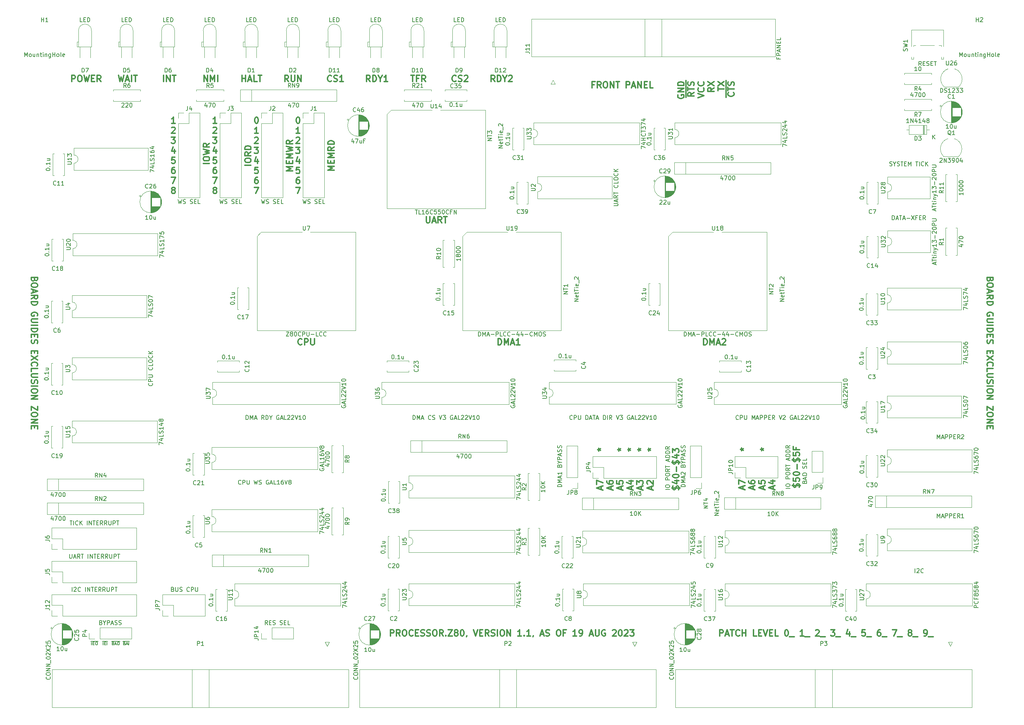
<source format=gbr>
%TF.GenerationSoftware,KiCad,Pcbnew,(6.0.11)*%
%TF.CreationDate,2023-10-28T13:41:20-04:00*%
%TF.ProjectId,processor.Z80,70726f63-6573-4736-9f72-2e5a38302e6b,rev?*%
%TF.SameCoordinates,Original*%
%TF.FileFunction,Legend,Top*%
%TF.FilePolarity,Positive*%
%FSLAX46Y46*%
G04 Gerber Fmt 4.6, Leading zero omitted, Abs format (unit mm)*
G04 Created by KiCad (PCBNEW (6.0.11)) date 2023-10-28 13:41:20*
%MOMM*%
%LPD*%
G01*
G04 APERTURE LIST*
%ADD10C,0.300000*%
%ADD11C,0.175000*%
%ADD12C,0.150000*%
%ADD13C,0.120000*%
G04 APERTURE END LIST*
D10*
X37607142Y-133285714D02*
X37535714Y-133500000D01*
X37464285Y-133571428D01*
X37321428Y-133642857D01*
X37107142Y-133642857D01*
X36964285Y-133571428D01*
X36892857Y-133500000D01*
X36821428Y-133357142D01*
X36821428Y-132785714D01*
X38321428Y-132785714D01*
X38321428Y-133285714D01*
X38250000Y-133428571D01*
X38178571Y-133500000D01*
X38035714Y-133571428D01*
X37892857Y-133571428D01*
X37750000Y-133500000D01*
X37678571Y-133428571D01*
X37607142Y-133285714D01*
X37607142Y-132785714D01*
X38321428Y-134571428D02*
X38321428Y-134857142D01*
X38250000Y-135000000D01*
X38107142Y-135142857D01*
X37821428Y-135214285D01*
X37321428Y-135214285D01*
X37035714Y-135142857D01*
X36892857Y-135000000D01*
X36821428Y-134857142D01*
X36821428Y-134571428D01*
X36892857Y-134428571D01*
X37035714Y-134285714D01*
X37321428Y-134214285D01*
X37821428Y-134214285D01*
X38107142Y-134285714D01*
X38250000Y-134428571D01*
X38321428Y-134571428D01*
X37250000Y-135785714D02*
X37250000Y-136500000D01*
X36821428Y-135642857D02*
X38321428Y-136142857D01*
X36821428Y-136642857D01*
X36821428Y-138000000D02*
X37535714Y-137500000D01*
X36821428Y-137142857D02*
X38321428Y-137142857D01*
X38321428Y-137714285D01*
X38250000Y-137857142D01*
X38178571Y-137928571D01*
X38035714Y-138000000D01*
X37821428Y-138000000D01*
X37678571Y-137928571D01*
X37607142Y-137857142D01*
X37535714Y-137714285D01*
X37535714Y-137142857D01*
X36821428Y-138642857D02*
X38321428Y-138642857D01*
X38321428Y-139000000D01*
X38250000Y-139214285D01*
X38107142Y-139357142D01*
X37964285Y-139428571D01*
X37678571Y-139500000D01*
X37464285Y-139500000D01*
X37178571Y-139428571D01*
X37035714Y-139357142D01*
X36892857Y-139214285D01*
X36821428Y-139000000D01*
X36821428Y-138642857D01*
X38250000Y-142071428D02*
X38321428Y-141928571D01*
X38321428Y-141714285D01*
X38250000Y-141500000D01*
X38107142Y-141357142D01*
X37964285Y-141285714D01*
X37678571Y-141214285D01*
X37464285Y-141214285D01*
X37178571Y-141285714D01*
X37035714Y-141357142D01*
X36892857Y-141500000D01*
X36821428Y-141714285D01*
X36821428Y-141857142D01*
X36892857Y-142071428D01*
X36964285Y-142142857D01*
X37464285Y-142142857D01*
X37464285Y-141857142D01*
X38321428Y-142785714D02*
X37107142Y-142785714D01*
X36964285Y-142857142D01*
X36892857Y-142928571D01*
X36821428Y-143071428D01*
X36821428Y-143357142D01*
X36892857Y-143500000D01*
X36964285Y-143571428D01*
X37107142Y-143642857D01*
X38321428Y-143642857D01*
X36821428Y-144357142D02*
X38321428Y-144357142D01*
X36821428Y-145071428D02*
X38321428Y-145071428D01*
X38321428Y-145428571D01*
X38250000Y-145642857D01*
X38107142Y-145785714D01*
X37964285Y-145857142D01*
X37678571Y-145928571D01*
X37464285Y-145928571D01*
X37178571Y-145857142D01*
X37035714Y-145785714D01*
X36892857Y-145642857D01*
X36821428Y-145428571D01*
X36821428Y-145071428D01*
X37607142Y-146571428D02*
X37607142Y-147071428D01*
X36821428Y-147285714D02*
X36821428Y-146571428D01*
X38321428Y-146571428D01*
X38321428Y-147285714D01*
X36892857Y-147857142D02*
X36821428Y-148071428D01*
X36821428Y-148428571D01*
X36892857Y-148571428D01*
X36964285Y-148642857D01*
X37107142Y-148714285D01*
X37250000Y-148714285D01*
X37392857Y-148642857D01*
X37464285Y-148571428D01*
X37535714Y-148428571D01*
X37607142Y-148142857D01*
X37678571Y-148000000D01*
X37750000Y-147928571D01*
X37892857Y-147857142D01*
X38035714Y-147857142D01*
X38178571Y-147928571D01*
X38250000Y-148000000D01*
X38321428Y-148142857D01*
X38321428Y-148500000D01*
X38250000Y-148714285D01*
X37607142Y-150500000D02*
X37607142Y-151000000D01*
X36821428Y-151214285D02*
X36821428Y-150500000D01*
X38321428Y-150500000D01*
X38321428Y-151214285D01*
X38321428Y-151714285D02*
X36821428Y-152714285D01*
X38321428Y-152714285D02*
X36821428Y-151714285D01*
X36964285Y-154142857D02*
X36892857Y-154071428D01*
X36821428Y-153857142D01*
X36821428Y-153714285D01*
X36892857Y-153500000D01*
X37035714Y-153357142D01*
X37178571Y-153285714D01*
X37464285Y-153214285D01*
X37678571Y-153214285D01*
X37964285Y-153285714D01*
X38107142Y-153357142D01*
X38250000Y-153500000D01*
X38321428Y-153714285D01*
X38321428Y-153857142D01*
X38250000Y-154071428D01*
X38178571Y-154142857D01*
X36821428Y-155500000D02*
X36821428Y-154785714D01*
X38321428Y-154785714D01*
X38321428Y-156000000D02*
X37107142Y-156000000D01*
X36964285Y-156071428D01*
X36892857Y-156142857D01*
X36821428Y-156285714D01*
X36821428Y-156571428D01*
X36892857Y-156714285D01*
X36964285Y-156785714D01*
X37107142Y-156857142D01*
X38321428Y-156857142D01*
X36892857Y-157500000D02*
X36821428Y-157714285D01*
X36821428Y-158071428D01*
X36892857Y-158214285D01*
X36964285Y-158285714D01*
X37107142Y-158357142D01*
X37250000Y-158357142D01*
X37392857Y-158285714D01*
X37464285Y-158214285D01*
X37535714Y-158071428D01*
X37607142Y-157785714D01*
X37678571Y-157642857D01*
X37750000Y-157571428D01*
X37892857Y-157500000D01*
X38035714Y-157500000D01*
X38178571Y-157571428D01*
X38250000Y-157642857D01*
X38321428Y-157785714D01*
X38321428Y-158142857D01*
X38250000Y-158357142D01*
X36821428Y-159000000D02*
X38321428Y-159000000D01*
X38321428Y-160000000D02*
X38321428Y-160285714D01*
X38250000Y-160428571D01*
X38107142Y-160571428D01*
X37821428Y-160642857D01*
X37321428Y-160642857D01*
X37035714Y-160571428D01*
X36892857Y-160428571D01*
X36821428Y-160285714D01*
X36821428Y-160000000D01*
X36892857Y-159857142D01*
X37035714Y-159714285D01*
X37321428Y-159642857D01*
X37821428Y-159642857D01*
X38107142Y-159714285D01*
X38250000Y-159857142D01*
X38321428Y-160000000D01*
X36821428Y-161285714D02*
X38321428Y-161285714D01*
X36821428Y-162142857D01*
X38321428Y-162142857D01*
X38321428Y-163857142D02*
X38321428Y-164857142D01*
X36821428Y-163857142D01*
X36821428Y-164857142D01*
X38321428Y-165714285D02*
X38321428Y-166000000D01*
X38250000Y-166142857D01*
X38107142Y-166285714D01*
X37821428Y-166357142D01*
X37321428Y-166357142D01*
X37035714Y-166285714D01*
X36892857Y-166142857D01*
X36821428Y-166000000D01*
X36821428Y-165714285D01*
X36892857Y-165571428D01*
X37035714Y-165428571D01*
X37321428Y-165357142D01*
X37821428Y-165357142D01*
X38107142Y-165428571D01*
X38250000Y-165571428D01*
X38321428Y-165714285D01*
X36821428Y-167000000D02*
X38321428Y-167000000D01*
X36821428Y-167857142D01*
X38321428Y-167857142D01*
X37607142Y-168571428D02*
X37607142Y-169071428D01*
X36821428Y-169285714D02*
X36821428Y-168571428D01*
X38321428Y-168571428D01*
X38321428Y-169285714D01*
X109035714Y-85535714D02*
X108964285Y-85607142D01*
X108750000Y-85678571D01*
X108607142Y-85678571D01*
X108392857Y-85607142D01*
X108250000Y-85464285D01*
X108178571Y-85321428D01*
X108107142Y-85035714D01*
X108107142Y-84821428D01*
X108178571Y-84535714D01*
X108250000Y-84392857D01*
X108392857Y-84250000D01*
X108607142Y-84178571D01*
X108750000Y-84178571D01*
X108964285Y-84250000D01*
X109035714Y-84321428D01*
X109607142Y-85607142D02*
X109821428Y-85678571D01*
X110178571Y-85678571D01*
X110321428Y-85607142D01*
X110392857Y-85535714D01*
X110464285Y-85392857D01*
X110464285Y-85250000D01*
X110392857Y-85107142D01*
X110321428Y-85035714D01*
X110178571Y-84964285D01*
X109892857Y-84892857D01*
X109750000Y-84821428D01*
X109678571Y-84750000D01*
X109607142Y-84607142D01*
X109607142Y-84464285D01*
X109678571Y-84321428D01*
X109750000Y-84250000D01*
X109892857Y-84178571D01*
X110250000Y-84178571D01*
X110464285Y-84250000D01*
X111892857Y-85678571D02*
X111035714Y-85678571D01*
X111464285Y-85678571D02*
X111464285Y-84178571D01*
X111321428Y-84392857D01*
X111178571Y-84535714D01*
X111035714Y-84607142D01*
X148357142Y-85678571D02*
X147857142Y-84964285D01*
X147500000Y-85678571D02*
X147500000Y-84178571D01*
X148071428Y-84178571D01*
X148214285Y-84250000D01*
X148285714Y-84321428D01*
X148357142Y-84464285D01*
X148357142Y-84678571D01*
X148285714Y-84821428D01*
X148214285Y-84892857D01*
X148071428Y-84964285D01*
X147500000Y-84964285D01*
X149000000Y-85678571D02*
X149000000Y-84178571D01*
X149357142Y-84178571D01*
X149571428Y-84250000D01*
X149714285Y-84392857D01*
X149785714Y-84535714D01*
X149857142Y-84821428D01*
X149857142Y-85035714D01*
X149785714Y-85321428D01*
X149714285Y-85464285D01*
X149571428Y-85607142D01*
X149357142Y-85678571D01*
X149000000Y-85678571D01*
X150785714Y-84964285D02*
X150785714Y-85678571D01*
X150285714Y-84178571D02*
X150785714Y-84964285D01*
X151285714Y-84178571D01*
X151714285Y-84321428D02*
X151785714Y-84250000D01*
X151928571Y-84178571D01*
X152285714Y-84178571D01*
X152428571Y-84250000D01*
X152500000Y-84321428D01*
X152571428Y-84464285D01*
X152571428Y-84607142D01*
X152500000Y-84821428D01*
X151642857Y-85678571D01*
X152571428Y-85678571D01*
X149142857Y-149078571D02*
X149142857Y-147578571D01*
X149500000Y-147578571D01*
X149714285Y-147650000D01*
X149857142Y-147792857D01*
X149928571Y-147935714D01*
X150000000Y-148221428D01*
X150000000Y-148435714D01*
X149928571Y-148721428D01*
X149857142Y-148864285D01*
X149714285Y-149007142D01*
X149500000Y-149078571D01*
X149142857Y-149078571D01*
X150642857Y-149078571D02*
X150642857Y-147578571D01*
X151142857Y-148650000D01*
X151642857Y-147578571D01*
X151642857Y-149078571D01*
X152285714Y-148650000D02*
X153000000Y-148650000D01*
X152142857Y-149078571D02*
X152642857Y-147578571D01*
X153142857Y-149078571D01*
X154428571Y-149078571D02*
X153571428Y-149078571D01*
X154000000Y-149078571D02*
X154000000Y-147578571D01*
X153857142Y-147792857D01*
X153714285Y-147935714D01*
X153571428Y-148007142D01*
X71428571Y-95726071D02*
X70571428Y-95726071D01*
X71000000Y-95726071D02*
X71000000Y-94226071D01*
X70857142Y-94440357D01*
X70714285Y-94583214D01*
X70571428Y-94654642D01*
X70571428Y-96783928D02*
X70642857Y-96712500D01*
X70785714Y-96641071D01*
X71142857Y-96641071D01*
X71285714Y-96712500D01*
X71357142Y-96783928D01*
X71428571Y-96926785D01*
X71428571Y-97069642D01*
X71357142Y-97283928D01*
X70500000Y-98141071D01*
X71428571Y-98141071D01*
X70500000Y-99056071D02*
X71428571Y-99056071D01*
X70928571Y-99627500D01*
X71142857Y-99627500D01*
X71285714Y-99698928D01*
X71357142Y-99770357D01*
X71428571Y-99913214D01*
X71428571Y-100270357D01*
X71357142Y-100413214D01*
X71285714Y-100484642D01*
X71142857Y-100556071D01*
X70714285Y-100556071D01*
X70571428Y-100484642D01*
X70500000Y-100413214D01*
X71285714Y-101971071D02*
X71285714Y-102971071D01*
X70928571Y-101399642D02*
X70571428Y-102471071D01*
X71500000Y-102471071D01*
X71357142Y-103886071D02*
X70642857Y-103886071D01*
X70571428Y-104600357D01*
X70642857Y-104528928D01*
X70785714Y-104457500D01*
X71142857Y-104457500D01*
X71285714Y-104528928D01*
X71357142Y-104600357D01*
X71428571Y-104743214D01*
X71428571Y-105100357D01*
X71357142Y-105243214D01*
X71285714Y-105314642D01*
X71142857Y-105386071D01*
X70785714Y-105386071D01*
X70642857Y-105314642D01*
X70571428Y-105243214D01*
X71285714Y-106301071D02*
X71000000Y-106301071D01*
X70857142Y-106372500D01*
X70785714Y-106443928D01*
X70642857Y-106658214D01*
X70571428Y-106943928D01*
X70571428Y-107515357D01*
X70642857Y-107658214D01*
X70714285Y-107729642D01*
X70857142Y-107801071D01*
X71142857Y-107801071D01*
X71285714Y-107729642D01*
X71357142Y-107658214D01*
X71428571Y-107515357D01*
X71428571Y-107158214D01*
X71357142Y-107015357D01*
X71285714Y-106943928D01*
X71142857Y-106872500D01*
X70857142Y-106872500D01*
X70714285Y-106943928D01*
X70642857Y-107015357D01*
X70571428Y-107158214D01*
X70500000Y-108716071D02*
X71500000Y-108716071D01*
X70857142Y-110216071D01*
X70857142Y-111773928D02*
X70714285Y-111702500D01*
X70642857Y-111631071D01*
X70571428Y-111488214D01*
X70571428Y-111416785D01*
X70642857Y-111273928D01*
X70714285Y-111202500D01*
X70857142Y-111131071D01*
X71142857Y-111131071D01*
X71285714Y-111202500D01*
X71357142Y-111273928D01*
X71428571Y-111416785D01*
X71428571Y-111488214D01*
X71357142Y-111631071D01*
X71285714Y-111702500D01*
X71142857Y-111773928D01*
X70857142Y-111773928D01*
X70714285Y-111845357D01*
X70642857Y-111916785D01*
X70571428Y-112059642D01*
X70571428Y-112345357D01*
X70642857Y-112488214D01*
X70714285Y-112559642D01*
X70857142Y-112631071D01*
X71142857Y-112631071D01*
X71285714Y-112559642D01*
X71357142Y-112488214D01*
X71428571Y-112345357D01*
X71428571Y-112059642D01*
X71357142Y-111916785D01*
X71285714Y-111845357D01*
X71142857Y-111773928D01*
X81428571Y-95726071D02*
X80571428Y-95726071D01*
X81000000Y-95726071D02*
X81000000Y-94226071D01*
X80857142Y-94440357D01*
X80714285Y-94583214D01*
X80571428Y-94654642D01*
X80571428Y-96783928D02*
X80642857Y-96712500D01*
X80785714Y-96641071D01*
X81142857Y-96641071D01*
X81285714Y-96712500D01*
X81357142Y-96783928D01*
X81428571Y-96926785D01*
X81428571Y-97069642D01*
X81357142Y-97283928D01*
X80500000Y-98141071D01*
X81428571Y-98141071D01*
X80500000Y-99056071D02*
X81428571Y-99056071D01*
X80928571Y-99627500D01*
X81142857Y-99627500D01*
X81285714Y-99698928D01*
X81357142Y-99770357D01*
X81428571Y-99913214D01*
X81428571Y-100270357D01*
X81357142Y-100413214D01*
X81285714Y-100484642D01*
X81142857Y-100556071D01*
X80714285Y-100556071D01*
X80571428Y-100484642D01*
X80500000Y-100413214D01*
X81285714Y-101971071D02*
X81285714Y-102971071D01*
X80928571Y-101399642D02*
X80571428Y-102471071D01*
X81500000Y-102471071D01*
X81357142Y-103886071D02*
X80642857Y-103886071D01*
X80571428Y-104600357D01*
X80642857Y-104528928D01*
X80785714Y-104457500D01*
X81142857Y-104457500D01*
X81285714Y-104528928D01*
X81357142Y-104600357D01*
X81428571Y-104743214D01*
X81428571Y-105100357D01*
X81357142Y-105243214D01*
X81285714Y-105314642D01*
X81142857Y-105386071D01*
X80785714Y-105386071D01*
X80642857Y-105314642D01*
X80571428Y-105243214D01*
X81285714Y-106301071D02*
X81000000Y-106301071D01*
X80857142Y-106372500D01*
X80785714Y-106443928D01*
X80642857Y-106658214D01*
X80571428Y-106943928D01*
X80571428Y-107515357D01*
X80642857Y-107658214D01*
X80714285Y-107729642D01*
X80857142Y-107801071D01*
X81142857Y-107801071D01*
X81285714Y-107729642D01*
X81357142Y-107658214D01*
X81428571Y-107515357D01*
X81428571Y-107158214D01*
X81357142Y-107015357D01*
X81285714Y-106943928D01*
X81142857Y-106872500D01*
X80857142Y-106872500D01*
X80714285Y-106943928D01*
X80642857Y-107015357D01*
X80571428Y-107158214D01*
X80500000Y-108716071D02*
X81500000Y-108716071D01*
X80857142Y-110216071D01*
X80857142Y-111773928D02*
X80714285Y-111702500D01*
X80642857Y-111631071D01*
X80571428Y-111488214D01*
X80571428Y-111416785D01*
X80642857Y-111273928D01*
X80714285Y-111202500D01*
X80857142Y-111131071D01*
X81142857Y-111131071D01*
X81285714Y-111202500D01*
X81357142Y-111273928D01*
X81428571Y-111416785D01*
X81428571Y-111488214D01*
X81357142Y-111631071D01*
X81285714Y-111702500D01*
X81142857Y-111773928D01*
X80857142Y-111773928D01*
X80714285Y-111845357D01*
X80642857Y-111916785D01*
X80571428Y-112059642D01*
X80571428Y-112345357D01*
X80642857Y-112488214D01*
X80714285Y-112559642D01*
X80857142Y-112631071D01*
X81142857Y-112631071D01*
X81285714Y-112559642D01*
X81357142Y-112488214D01*
X81428571Y-112345357D01*
X81428571Y-112059642D01*
X81357142Y-111916785D01*
X81285714Y-111845357D01*
X81142857Y-111773928D01*
X90928571Y-94226071D02*
X91071428Y-94226071D01*
X91214285Y-94297500D01*
X91285714Y-94368928D01*
X91357142Y-94511785D01*
X91428571Y-94797500D01*
X91428571Y-95154642D01*
X91357142Y-95440357D01*
X91285714Y-95583214D01*
X91214285Y-95654642D01*
X91071428Y-95726071D01*
X90928571Y-95726071D01*
X90785714Y-95654642D01*
X90714285Y-95583214D01*
X90642857Y-95440357D01*
X90571428Y-95154642D01*
X90571428Y-94797500D01*
X90642857Y-94511785D01*
X90714285Y-94368928D01*
X90785714Y-94297500D01*
X90928571Y-94226071D01*
X91428571Y-98141071D02*
X90571428Y-98141071D01*
X91000000Y-98141071D02*
X91000000Y-96641071D01*
X90857142Y-96855357D01*
X90714285Y-96998214D01*
X90571428Y-97069642D01*
X90571428Y-99198928D02*
X90642857Y-99127500D01*
X90785714Y-99056071D01*
X91142857Y-99056071D01*
X91285714Y-99127500D01*
X91357142Y-99198928D01*
X91428571Y-99341785D01*
X91428571Y-99484642D01*
X91357142Y-99698928D01*
X90500000Y-100556071D01*
X91428571Y-100556071D01*
X90500000Y-101471071D02*
X91428571Y-101471071D01*
X90928571Y-102042500D01*
X91142857Y-102042500D01*
X91285714Y-102113928D01*
X91357142Y-102185357D01*
X91428571Y-102328214D01*
X91428571Y-102685357D01*
X91357142Y-102828214D01*
X91285714Y-102899642D01*
X91142857Y-102971071D01*
X90714285Y-102971071D01*
X90571428Y-102899642D01*
X90500000Y-102828214D01*
X91285714Y-104386071D02*
X91285714Y-105386071D01*
X90928571Y-103814642D02*
X90571428Y-104886071D01*
X91500000Y-104886071D01*
X91357142Y-106301071D02*
X90642857Y-106301071D01*
X90571428Y-107015357D01*
X90642857Y-106943928D01*
X90785714Y-106872500D01*
X91142857Y-106872500D01*
X91285714Y-106943928D01*
X91357142Y-107015357D01*
X91428571Y-107158214D01*
X91428571Y-107515357D01*
X91357142Y-107658214D01*
X91285714Y-107729642D01*
X91142857Y-107801071D01*
X90785714Y-107801071D01*
X90642857Y-107729642D01*
X90571428Y-107658214D01*
X91285714Y-108716071D02*
X91000000Y-108716071D01*
X90857142Y-108787500D01*
X90785714Y-108858928D01*
X90642857Y-109073214D01*
X90571428Y-109358928D01*
X90571428Y-109930357D01*
X90642857Y-110073214D01*
X90714285Y-110144642D01*
X90857142Y-110216071D01*
X91142857Y-110216071D01*
X91285714Y-110144642D01*
X91357142Y-110073214D01*
X91428571Y-109930357D01*
X91428571Y-109573214D01*
X91357142Y-109430357D01*
X91285714Y-109358928D01*
X91142857Y-109287500D01*
X90857142Y-109287500D01*
X90714285Y-109358928D01*
X90642857Y-109430357D01*
X90571428Y-109573214D01*
X90500000Y-111131071D02*
X91500000Y-111131071D01*
X90857142Y-112631071D01*
X208127500Y-183821428D02*
X208127500Y-183107142D01*
X208556071Y-183964285D02*
X207056071Y-183464285D01*
X208556071Y-182964285D01*
X207056071Y-182607142D02*
X207056071Y-181607142D01*
X208556071Y-182250000D01*
X210542500Y-183821428D02*
X210542500Y-183107142D01*
X210971071Y-183964285D02*
X209471071Y-183464285D01*
X210971071Y-182964285D01*
X209471071Y-181821428D02*
X209471071Y-182107142D01*
X209542500Y-182250000D01*
X209613928Y-182321428D01*
X209828214Y-182464285D01*
X210113928Y-182535714D01*
X210685357Y-182535714D01*
X210828214Y-182464285D01*
X210899642Y-182392857D01*
X210971071Y-182250000D01*
X210971071Y-181964285D01*
X210899642Y-181821428D01*
X210828214Y-181750000D01*
X210685357Y-181678571D01*
X210328214Y-181678571D01*
X210185357Y-181750000D01*
X210113928Y-181821428D01*
X210042500Y-181964285D01*
X210042500Y-182250000D01*
X210113928Y-182392857D01*
X210185357Y-182464285D01*
X210328214Y-182535714D01*
X212957500Y-183821428D02*
X212957500Y-183107142D01*
X213386071Y-183964285D02*
X211886071Y-183464285D01*
X213386071Y-182964285D01*
X211886071Y-181750000D02*
X211886071Y-182464285D01*
X212600357Y-182535714D01*
X212528928Y-182464285D01*
X212457500Y-182321428D01*
X212457500Y-181964285D01*
X212528928Y-181821428D01*
X212600357Y-181750000D01*
X212743214Y-181678571D01*
X213100357Y-181678571D01*
X213243214Y-181750000D01*
X213314642Y-181821428D01*
X213386071Y-181964285D01*
X213386071Y-182321428D01*
X213314642Y-182464285D01*
X213243214Y-182535714D01*
X215372500Y-183821428D02*
X215372500Y-183107142D01*
X215801071Y-183964285D02*
X214301071Y-183464285D01*
X215801071Y-182964285D01*
X214801071Y-181821428D02*
X215801071Y-181821428D01*
X214229642Y-182178571D02*
X215301071Y-182535714D01*
X215301071Y-181607142D01*
D11*
X53908000Y-220419000D02*
X54241333Y-220419000D01*
X54074666Y-221316666D02*
X54074666Y-220616666D01*
X54241333Y-220419000D02*
X54874666Y-220419000D01*
X54408000Y-220950000D02*
X54641333Y-220950000D01*
X54741333Y-221316666D02*
X54408000Y-221316666D01*
X54408000Y-220616666D01*
X54741333Y-220616666D01*
X54874666Y-220419000D02*
X55208000Y-220419000D01*
X55041333Y-221316666D02*
X55041333Y-220616666D01*
X56081333Y-220419000D02*
X56781333Y-220419000D01*
X56481333Y-220950000D02*
X56581333Y-220983333D01*
X56614666Y-221016666D01*
X56648000Y-221083333D01*
X56648000Y-221183333D01*
X56614666Y-221250000D01*
X56581333Y-221283333D01*
X56514666Y-221316666D01*
X56248000Y-221316666D01*
X56248000Y-220616666D01*
X56481333Y-220616666D01*
X56548000Y-220650000D01*
X56581333Y-220683333D01*
X56614666Y-220750000D01*
X56614666Y-220816666D01*
X56581333Y-220883333D01*
X56548000Y-220916666D01*
X56481333Y-220950000D01*
X56248000Y-220950000D01*
X56781333Y-220419000D02*
X57381333Y-220419000D01*
X56914666Y-221116666D02*
X57248000Y-221116666D01*
X56848000Y-221316666D02*
X57081333Y-220616666D01*
X57314666Y-221316666D01*
X57381333Y-220419000D02*
X58114666Y-220419000D01*
X57681333Y-220616666D02*
X57814666Y-220616666D01*
X57881333Y-220650000D01*
X57948000Y-220716666D01*
X57981333Y-220850000D01*
X57981333Y-221083333D01*
X57948000Y-221216666D01*
X57881333Y-221283333D01*
X57814666Y-221316666D01*
X57681333Y-221316666D01*
X57614666Y-221283333D01*
X57548000Y-221216666D01*
X57514666Y-221083333D01*
X57514666Y-220850000D01*
X57548000Y-220716666D01*
X57614666Y-220650000D01*
X57681333Y-220616666D01*
X58821333Y-220419000D02*
X59521333Y-220419000D01*
X59221333Y-220950000D02*
X59321333Y-220983333D01*
X59354666Y-221016666D01*
X59388000Y-221083333D01*
X59388000Y-221183333D01*
X59354666Y-221250000D01*
X59321333Y-221283333D01*
X59254666Y-221316666D01*
X58988000Y-221316666D01*
X58988000Y-220616666D01*
X59221333Y-220616666D01*
X59288000Y-220650000D01*
X59321333Y-220683333D01*
X59354666Y-220750000D01*
X59354666Y-220816666D01*
X59321333Y-220883333D01*
X59288000Y-220916666D01*
X59221333Y-220950000D01*
X58988000Y-220950000D01*
X59521333Y-220419000D02*
X60121333Y-220419000D01*
X59654666Y-221116666D02*
X59988000Y-221116666D01*
X59588000Y-221316666D02*
X59821333Y-220616666D01*
X60054666Y-221316666D01*
X60121333Y-220419000D02*
X60454666Y-220419000D01*
X60288000Y-221316666D02*
X60288000Y-220616666D01*
D10*
X46535714Y-85678571D02*
X46535714Y-84178571D01*
X47107142Y-84178571D01*
X47250000Y-84250000D01*
X47321428Y-84321428D01*
X47392857Y-84464285D01*
X47392857Y-84678571D01*
X47321428Y-84821428D01*
X47250000Y-84892857D01*
X47107142Y-84964285D01*
X46535714Y-84964285D01*
X48321428Y-84178571D02*
X48607142Y-84178571D01*
X48750000Y-84250000D01*
X48892857Y-84392857D01*
X48964285Y-84678571D01*
X48964285Y-85178571D01*
X48892857Y-85464285D01*
X48750000Y-85607142D01*
X48607142Y-85678571D01*
X48321428Y-85678571D01*
X48178571Y-85607142D01*
X48035714Y-85464285D01*
X47964285Y-85178571D01*
X47964285Y-84678571D01*
X48035714Y-84392857D01*
X48178571Y-84250000D01*
X48321428Y-84178571D01*
X49464285Y-84178571D02*
X49821428Y-85678571D01*
X50107142Y-84607142D01*
X50392857Y-85678571D01*
X50750000Y-84178571D01*
X51321428Y-84892857D02*
X51821428Y-84892857D01*
X52035714Y-85678571D02*
X51321428Y-85678571D01*
X51321428Y-84178571D01*
X52035714Y-84178571D01*
X53535714Y-85678571D02*
X53035714Y-84964285D01*
X52678571Y-85678571D02*
X52678571Y-84178571D01*
X53250000Y-84178571D01*
X53392857Y-84250000D01*
X53464285Y-84321428D01*
X53535714Y-84464285D01*
X53535714Y-84678571D01*
X53464285Y-84821428D01*
X53392857Y-84892857D01*
X53250000Y-84964285D01*
X52678571Y-84964285D01*
X267607142Y-133285714D02*
X267535714Y-133500000D01*
X267464285Y-133571428D01*
X267321428Y-133642857D01*
X267107142Y-133642857D01*
X266964285Y-133571428D01*
X266892857Y-133500000D01*
X266821428Y-133357142D01*
X266821428Y-132785714D01*
X268321428Y-132785714D01*
X268321428Y-133285714D01*
X268250000Y-133428571D01*
X268178571Y-133500000D01*
X268035714Y-133571428D01*
X267892857Y-133571428D01*
X267750000Y-133500000D01*
X267678571Y-133428571D01*
X267607142Y-133285714D01*
X267607142Y-132785714D01*
X268321428Y-134571428D02*
X268321428Y-134857142D01*
X268250000Y-135000000D01*
X268107142Y-135142857D01*
X267821428Y-135214285D01*
X267321428Y-135214285D01*
X267035714Y-135142857D01*
X266892857Y-135000000D01*
X266821428Y-134857142D01*
X266821428Y-134571428D01*
X266892857Y-134428571D01*
X267035714Y-134285714D01*
X267321428Y-134214285D01*
X267821428Y-134214285D01*
X268107142Y-134285714D01*
X268250000Y-134428571D01*
X268321428Y-134571428D01*
X267250000Y-135785714D02*
X267250000Y-136500000D01*
X266821428Y-135642857D02*
X268321428Y-136142857D01*
X266821428Y-136642857D01*
X266821428Y-138000000D02*
X267535714Y-137500000D01*
X266821428Y-137142857D02*
X268321428Y-137142857D01*
X268321428Y-137714285D01*
X268250000Y-137857142D01*
X268178571Y-137928571D01*
X268035714Y-138000000D01*
X267821428Y-138000000D01*
X267678571Y-137928571D01*
X267607142Y-137857142D01*
X267535714Y-137714285D01*
X267535714Y-137142857D01*
X266821428Y-138642857D02*
X268321428Y-138642857D01*
X268321428Y-139000000D01*
X268250000Y-139214285D01*
X268107142Y-139357142D01*
X267964285Y-139428571D01*
X267678571Y-139500000D01*
X267464285Y-139500000D01*
X267178571Y-139428571D01*
X267035714Y-139357142D01*
X266892857Y-139214285D01*
X266821428Y-139000000D01*
X266821428Y-138642857D01*
X268250000Y-142071428D02*
X268321428Y-141928571D01*
X268321428Y-141714285D01*
X268250000Y-141500000D01*
X268107142Y-141357142D01*
X267964285Y-141285714D01*
X267678571Y-141214285D01*
X267464285Y-141214285D01*
X267178571Y-141285714D01*
X267035714Y-141357142D01*
X266892857Y-141500000D01*
X266821428Y-141714285D01*
X266821428Y-141857142D01*
X266892857Y-142071428D01*
X266964285Y-142142857D01*
X267464285Y-142142857D01*
X267464285Y-141857142D01*
X268321428Y-142785714D02*
X267107142Y-142785714D01*
X266964285Y-142857142D01*
X266892857Y-142928571D01*
X266821428Y-143071428D01*
X266821428Y-143357142D01*
X266892857Y-143500000D01*
X266964285Y-143571428D01*
X267107142Y-143642857D01*
X268321428Y-143642857D01*
X266821428Y-144357142D02*
X268321428Y-144357142D01*
X266821428Y-145071428D02*
X268321428Y-145071428D01*
X268321428Y-145428571D01*
X268250000Y-145642857D01*
X268107142Y-145785714D01*
X267964285Y-145857142D01*
X267678571Y-145928571D01*
X267464285Y-145928571D01*
X267178571Y-145857142D01*
X267035714Y-145785714D01*
X266892857Y-145642857D01*
X266821428Y-145428571D01*
X266821428Y-145071428D01*
X267607142Y-146571428D02*
X267607142Y-147071428D01*
X266821428Y-147285714D02*
X266821428Y-146571428D01*
X268321428Y-146571428D01*
X268321428Y-147285714D01*
X266892857Y-147857142D02*
X266821428Y-148071428D01*
X266821428Y-148428571D01*
X266892857Y-148571428D01*
X266964285Y-148642857D01*
X267107142Y-148714285D01*
X267250000Y-148714285D01*
X267392857Y-148642857D01*
X267464285Y-148571428D01*
X267535714Y-148428571D01*
X267607142Y-148142857D01*
X267678571Y-148000000D01*
X267750000Y-147928571D01*
X267892857Y-147857142D01*
X268035714Y-147857142D01*
X268178571Y-147928571D01*
X268250000Y-148000000D01*
X268321428Y-148142857D01*
X268321428Y-148500000D01*
X268250000Y-148714285D01*
X267607142Y-150500000D02*
X267607142Y-151000000D01*
X266821428Y-151214285D02*
X266821428Y-150500000D01*
X268321428Y-150500000D01*
X268321428Y-151214285D01*
X268321428Y-151714285D02*
X266821428Y-152714285D01*
X268321428Y-152714285D02*
X266821428Y-151714285D01*
X266964285Y-154142857D02*
X266892857Y-154071428D01*
X266821428Y-153857142D01*
X266821428Y-153714285D01*
X266892857Y-153500000D01*
X267035714Y-153357142D01*
X267178571Y-153285714D01*
X267464285Y-153214285D01*
X267678571Y-153214285D01*
X267964285Y-153285714D01*
X268107142Y-153357142D01*
X268250000Y-153500000D01*
X268321428Y-153714285D01*
X268321428Y-153857142D01*
X268250000Y-154071428D01*
X268178571Y-154142857D01*
X266821428Y-155500000D02*
X266821428Y-154785714D01*
X268321428Y-154785714D01*
X268321428Y-156000000D02*
X267107142Y-156000000D01*
X266964285Y-156071428D01*
X266892857Y-156142857D01*
X266821428Y-156285714D01*
X266821428Y-156571428D01*
X266892857Y-156714285D01*
X266964285Y-156785714D01*
X267107142Y-156857142D01*
X268321428Y-156857142D01*
X266892857Y-157500000D02*
X266821428Y-157714285D01*
X266821428Y-158071428D01*
X266892857Y-158214285D01*
X266964285Y-158285714D01*
X267107142Y-158357142D01*
X267250000Y-158357142D01*
X267392857Y-158285714D01*
X267464285Y-158214285D01*
X267535714Y-158071428D01*
X267607142Y-157785714D01*
X267678571Y-157642857D01*
X267750000Y-157571428D01*
X267892857Y-157500000D01*
X268035714Y-157500000D01*
X268178571Y-157571428D01*
X268250000Y-157642857D01*
X268321428Y-157785714D01*
X268321428Y-158142857D01*
X268250000Y-158357142D01*
X266821428Y-159000000D02*
X268321428Y-159000000D01*
X268321428Y-160000000D02*
X268321428Y-160285714D01*
X268250000Y-160428571D01*
X268107142Y-160571428D01*
X267821428Y-160642857D01*
X267321428Y-160642857D01*
X267035714Y-160571428D01*
X266892857Y-160428571D01*
X266821428Y-160285714D01*
X266821428Y-160000000D01*
X266892857Y-159857142D01*
X267035714Y-159714285D01*
X267321428Y-159642857D01*
X267821428Y-159642857D01*
X268107142Y-159714285D01*
X268250000Y-159857142D01*
X268321428Y-160000000D01*
X266821428Y-161285714D02*
X268321428Y-161285714D01*
X266821428Y-162142857D01*
X268321428Y-162142857D01*
X268321428Y-163857142D02*
X268321428Y-164857142D01*
X266821428Y-163857142D01*
X266821428Y-164857142D01*
X268321428Y-165714285D02*
X268321428Y-166000000D01*
X268250000Y-166142857D01*
X268107142Y-166285714D01*
X267821428Y-166357142D01*
X267321428Y-166357142D01*
X267035714Y-166285714D01*
X266892857Y-166142857D01*
X266821428Y-166000000D01*
X266821428Y-165714285D01*
X266892857Y-165571428D01*
X267035714Y-165428571D01*
X267321428Y-165357142D01*
X267821428Y-165357142D01*
X268107142Y-165428571D01*
X268250000Y-165571428D01*
X268321428Y-165714285D01*
X266821428Y-167000000D02*
X268321428Y-167000000D01*
X266821428Y-167857142D01*
X268321428Y-167857142D01*
X267607142Y-168571428D02*
X267607142Y-169071428D01*
X266821428Y-169285714D02*
X266821428Y-168571428D01*
X268321428Y-168571428D01*
X268321428Y-169285714D01*
X118357142Y-85678571D02*
X117857142Y-84964285D01*
X117500000Y-85678571D02*
X117500000Y-84178571D01*
X118071428Y-84178571D01*
X118214285Y-84250000D01*
X118285714Y-84321428D01*
X118357142Y-84464285D01*
X118357142Y-84678571D01*
X118285714Y-84821428D01*
X118214285Y-84892857D01*
X118071428Y-84964285D01*
X117500000Y-84964285D01*
X119000000Y-85678571D02*
X119000000Y-84178571D01*
X119357142Y-84178571D01*
X119571428Y-84250000D01*
X119714285Y-84392857D01*
X119785714Y-84535714D01*
X119857142Y-84821428D01*
X119857142Y-85035714D01*
X119785714Y-85321428D01*
X119714285Y-85464285D01*
X119571428Y-85607142D01*
X119357142Y-85678571D01*
X119000000Y-85678571D01*
X120785714Y-84964285D02*
X120785714Y-85678571D01*
X120285714Y-84178571D02*
X120785714Y-84964285D01*
X121285714Y-84178571D01*
X122571428Y-85678571D02*
X121714285Y-85678571D01*
X122142857Y-85678571D02*
X122142857Y-84178571D01*
X122000000Y-84392857D01*
X121857142Y-84535714D01*
X121714285Y-84607142D01*
X101928571Y-148935714D02*
X101857142Y-149007142D01*
X101642857Y-149078571D01*
X101500000Y-149078571D01*
X101285714Y-149007142D01*
X101142857Y-148864285D01*
X101071428Y-148721428D01*
X101000000Y-148435714D01*
X101000000Y-148221428D01*
X101071428Y-147935714D01*
X101142857Y-147792857D01*
X101285714Y-147650000D01*
X101500000Y-147578571D01*
X101642857Y-147578571D01*
X101857142Y-147650000D01*
X101928571Y-147721428D01*
X102571428Y-149078571D02*
X102571428Y-147578571D01*
X103142857Y-147578571D01*
X103285714Y-147650000D01*
X103357142Y-147721428D01*
X103428571Y-147864285D01*
X103428571Y-148078571D01*
X103357142Y-148221428D01*
X103285714Y-148292857D01*
X103142857Y-148364285D01*
X102571428Y-148364285D01*
X104071428Y-147578571D02*
X104071428Y-148792857D01*
X104142857Y-148935714D01*
X104214285Y-149007142D01*
X104357142Y-149078571D01*
X104642857Y-149078571D01*
X104785714Y-149007142D01*
X104857142Y-148935714D01*
X104928571Y-148792857D01*
X104928571Y-147578571D01*
X128178571Y-84178571D02*
X129035714Y-84178571D01*
X128607142Y-85678571D02*
X128607142Y-84178571D01*
X130035714Y-84892857D02*
X129535714Y-84892857D01*
X129535714Y-85678571D02*
X129535714Y-84178571D01*
X130250000Y-84178571D01*
X131678571Y-85678571D02*
X131178571Y-84964285D01*
X130821428Y-85678571D02*
X130821428Y-84178571D01*
X131392857Y-84178571D01*
X131535714Y-84250000D01*
X131607142Y-84321428D01*
X131678571Y-84464285D01*
X131678571Y-84678571D01*
X131607142Y-84821428D01*
X131535714Y-84892857D01*
X131392857Y-84964285D01*
X130821428Y-84964285D01*
D11*
X51150000Y-220419000D02*
X51483333Y-220419000D01*
X51316666Y-221316666D02*
X51316666Y-220616666D01*
X51483333Y-220419000D02*
X52116666Y-220419000D01*
X51650000Y-220950000D02*
X51883333Y-220950000D01*
X51983333Y-221316666D02*
X51650000Y-221316666D01*
X51650000Y-220616666D01*
X51983333Y-220616666D01*
X52116666Y-220419000D02*
X52850000Y-220419000D01*
X52416666Y-220616666D02*
X52550000Y-220616666D01*
X52616666Y-220650000D01*
X52683333Y-220716666D01*
X52716666Y-220850000D01*
X52716666Y-221083333D01*
X52683333Y-221216666D01*
X52616666Y-221283333D01*
X52550000Y-221316666D01*
X52416666Y-221316666D01*
X52350000Y-221283333D01*
X52283333Y-221216666D01*
X52250000Y-221083333D01*
X52250000Y-220850000D01*
X52283333Y-220716666D01*
X52350000Y-220650000D01*
X52416666Y-220616666D01*
D10*
X192462500Y-88873571D02*
X192391071Y-89016428D01*
X192391071Y-89230714D01*
X192462500Y-89445000D01*
X192605357Y-89587857D01*
X192748214Y-89659285D01*
X193033928Y-89730714D01*
X193248214Y-89730714D01*
X193533928Y-89659285D01*
X193676785Y-89587857D01*
X193819642Y-89445000D01*
X193891071Y-89230714D01*
X193891071Y-89087857D01*
X193819642Y-88873571D01*
X193748214Y-88802142D01*
X193248214Y-88802142D01*
X193248214Y-89087857D01*
X193891071Y-88159285D02*
X192391071Y-88159285D01*
X193891071Y-87302142D01*
X192391071Y-87302142D01*
X193891071Y-86587857D02*
X192391071Y-86587857D01*
X192391071Y-86230714D01*
X192462500Y-86016428D01*
X192605357Y-85873571D01*
X192748214Y-85802142D01*
X193033928Y-85730714D01*
X193248214Y-85730714D01*
X193533928Y-85802142D01*
X193676785Y-85873571D01*
X193819642Y-86016428D01*
X193891071Y-86230714D01*
X193891071Y-86587857D01*
X194382500Y-89516428D02*
X194382500Y-88016428D01*
X196306071Y-88302142D02*
X195591785Y-88802142D01*
X196306071Y-89159285D02*
X194806071Y-89159285D01*
X194806071Y-88587857D01*
X194877500Y-88445000D01*
X194948928Y-88373571D01*
X195091785Y-88302142D01*
X195306071Y-88302142D01*
X195448928Y-88373571D01*
X195520357Y-88445000D01*
X195591785Y-88587857D01*
X195591785Y-89159285D01*
X194382500Y-88016428D02*
X194382500Y-86873571D01*
X194806071Y-87873571D02*
X194806071Y-87016428D01*
X196306071Y-87445000D02*
X194806071Y-87445000D01*
X194382500Y-86873571D02*
X194382500Y-85445000D01*
X196234642Y-86587857D02*
X196306071Y-86373571D01*
X196306071Y-86016428D01*
X196234642Y-85873571D01*
X196163214Y-85802142D01*
X196020357Y-85730714D01*
X195877500Y-85730714D01*
X195734642Y-85802142D01*
X195663214Y-85873571D01*
X195591785Y-86016428D01*
X195520357Y-86302142D01*
X195448928Y-86445000D01*
X195377500Y-86516428D01*
X195234642Y-86587857D01*
X195091785Y-86587857D01*
X194948928Y-86516428D01*
X194877500Y-86445000D01*
X194806071Y-86302142D01*
X194806071Y-85945000D01*
X194877500Y-85730714D01*
X197221071Y-89587857D02*
X198721071Y-89087857D01*
X197221071Y-88587857D01*
X198578214Y-87230714D02*
X198649642Y-87302142D01*
X198721071Y-87516428D01*
X198721071Y-87659285D01*
X198649642Y-87873571D01*
X198506785Y-88016428D01*
X198363928Y-88087857D01*
X198078214Y-88159285D01*
X197863928Y-88159285D01*
X197578214Y-88087857D01*
X197435357Y-88016428D01*
X197292500Y-87873571D01*
X197221071Y-87659285D01*
X197221071Y-87516428D01*
X197292500Y-87302142D01*
X197363928Y-87230714D01*
X198578214Y-85730714D02*
X198649642Y-85802142D01*
X198721071Y-86016428D01*
X198721071Y-86159285D01*
X198649642Y-86373571D01*
X198506785Y-86516428D01*
X198363928Y-86587857D01*
X198078214Y-86659285D01*
X197863928Y-86659285D01*
X197578214Y-86587857D01*
X197435357Y-86516428D01*
X197292500Y-86373571D01*
X197221071Y-86159285D01*
X197221071Y-86016428D01*
X197292500Y-85802142D01*
X197363928Y-85730714D01*
X201136071Y-87159285D02*
X200421785Y-87659285D01*
X201136071Y-88016428D02*
X199636071Y-88016428D01*
X199636071Y-87445000D01*
X199707500Y-87302142D01*
X199778928Y-87230714D01*
X199921785Y-87159285D01*
X200136071Y-87159285D01*
X200278928Y-87230714D01*
X200350357Y-87302142D01*
X200421785Y-87445000D01*
X200421785Y-88016428D01*
X199636071Y-86659285D02*
X201136071Y-85659285D01*
X199636071Y-85659285D02*
X201136071Y-86659285D01*
X202051071Y-87873571D02*
X202051071Y-87016428D01*
X203551071Y-87445000D02*
X202051071Y-87445000D01*
X202051071Y-86659285D02*
X203551071Y-85659285D01*
X202051071Y-85659285D02*
X203551071Y-86659285D01*
X204042500Y-89516428D02*
X204042500Y-88016428D01*
X205823214Y-88302142D02*
X205894642Y-88373571D01*
X205966071Y-88587857D01*
X205966071Y-88730714D01*
X205894642Y-88945000D01*
X205751785Y-89087857D01*
X205608928Y-89159285D01*
X205323214Y-89230714D01*
X205108928Y-89230714D01*
X204823214Y-89159285D01*
X204680357Y-89087857D01*
X204537500Y-88945000D01*
X204466071Y-88730714D01*
X204466071Y-88587857D01*
X204537500Y-88373571D01*
X204608928Y-88302142D01*
X204042500Y-88016428D02*
X204042500Y-86873571D01*
X204466071Y-87873571D02*
X204466071Y-87016428D01*
X205966071Y-87445000D02*
X204466071Y-87445000D01*
X204042500Y-86873571D02*
X204042500Y-85445000D01*
X205894642Y-86587857D02*
X205966071Y-86373571D01*
X205966071Y-86016428D01*
X205894642Y-85873571D01*
X205823214Y-85802142D01*
X205680357Y-85730714D01*
X205537500Y-85730714D01*
X205394642Y-85802142D01*
X205323214Y-85873571D01*
X205251785Y-86016428D01*
X205180357Y-86302142D01*
X205108928Y-86445000D01*
X205037500Y-86516428D01*
X204894642Y-86587857D01*
X204751785Y-86587857D01*
X204608928Y-86516428D01*
X204537500Y-86445000D01*
X204466071Y-86302142D01*
X204466071Y-85945000D01*
X204537500Y-85730714D01*
D12*
X254809523Y-190702380D02*
X254809523Y-189702380D01*
X255142857Y-190416666D01*
X255476190Y-189702380D01*
X255476190Y-190702380D01*
X255904761Y-190416666D02*
X256380952Y-190416666D01*
X255809523Y-190702380D02*
X256142857Y-189702380D01*
X256476190Y-190702380D01*
X256809523Y-190702380D02*
X256809523Y-189702380D01*
X257190476Y-189702380D01*
X257285714Y-189750000D01*
X257333333Y-189797619D01*
X257380952Y-189892857D01*
X257380952Y-190035714D01*
X257333333Y-190130952D01*
X257285714Y-190178571D01*
X257190476Y-190226190D01*
X256809523Y-190226190D01*
X257809523Y-190702380D02*
X257809523Y-189702380D01*
X258190476Y-189702380D01*
X258285714Y-189750000D01*
X258333333Y-189797619D01*
X258380952Y-189892857D01*
X258380952Y-190035714D01*
X258333333Y-190130952D01*
X258285714Y-190178571D01*
X258190476Y-190226190D01*
X257809523Y-190226190D01*
X258809523Y-190178571D02*
X259142857Y-190178571D01*
X259285714Y-190702380D02*
X258809523Y-190702380D01*
X258809523Y-189702380D01*
X259285714Y-189702380D01*
X260285714Y-190702380D02*
X259952380Y-190226190D01*
X259714285Y-190702380D02*
X259714285Y-189702380D01*
X260095238Y-189702380D01*
X260190476Y-189750000D01*
X260238095Y-189797619D01*
X260285714Y-189892857D01*
X260285714Y-190035714D01*
X260238095Y-190130952D01*
X260190476Y-190178571D01*
X260095238Y-190226190D01*
X259714285Y-190226190D01*
X261238095Y-190702380D02*
X260666666Y-190702380D01*
X260952380Y-190702380D02*
X260952380Y-189702380D01*
X260857142Y-189845238D01*
X260761904Y-189940476D01*
X260666666Y-189988095D01*
D10*
X198642857Y-149078571D02*
X198642857Y-147578571D01*
X199000000Y-147578571D01*
X199214285Y-147650000D01*
X199357142Y-147792857D01*
X199428571Y-147935714D01*
X199500000Y-148221428D01*
X199500000Y-148435714D01*
X199428571Y-148721428D01*
X199357142Y-148864285D01*
X199214285Y-149007142D01*
X199000000Y-149078571D01*
X198642857Y-149078571D01*
X200142857Y-149078571D02*
X200142857Y-147578571D01*
X200642857Y-148650000D01*
X201142857Y-147578571D01*
X201142857Y-149078571D01*
X201785714Y-148650000D02*
X202500000Y-148650000D01*
X201642857Y-149078571D02*
X202142857Y-147578571D01*
X202642857Y-149078571D01*
X203071428Y-147721428D02*
X203142857Y-147650000D01*
X203285714Y-147578571D01*
X203642857Y-147578571D01*
X203785714Y-147650000D01*
X203857142Y-147721428D01*
X203928571Y-147864285D01*
X203928571Y-148007142D01*
X203857142Y-148221428D01*
X203000000Y-149078571D01*
X203928571Y-149078571D01*
X89678571Y-105785714D02*
X88178571Y-105785714D01*
X88178571Y-104785714D02*
X88178571Y-104500000D01*
X88250000Y-104357142D01*
X88392857Y-104214285D01*
X88678571Y-104142857D01*
X89178571Y-104142857D01*
X89464285Y-104214285D01*
X89607142Y-104357142D01*
X89678571Y-104500000D01*
X89678571Y-104785714D01*
X89607142Y-104928571D01*
X89464285Y-105071428D01*
X89178571Y-105142857D01*
X88678571Y-105142857D01*
X88392857Y-105071428D01*
X88250000Y-104928571D01*
X88178571Y-104785714D01*
X89678571Y-102642857D02*
X88964285Y-103142857D01*
X89678571Y-103500000D02*
X88178571Y-103500000D01*
X88178571Y-102928571D01*
X88250000Y-102785714D01*
X88321428Y-102714285D01*
X88464285Y-102642857D01*
X88678571Y-102642857D01*
X88821428Y-102714285D01*
X88892857Y-102785714D01*
X88964285Y-102928571D01*
X88964285Y-103500000D01*
X89678571Y-102000000D02*
X88178571Y-102000000D01*
X88178571Y-101642857D01*
X88250000Y-101428571D01*
X88392857Y-101285714D01*
X88535714Y-101214285D01*
X88821428Y-101142857D01*
X89035714Y-101142857D01*
X89321428Y-101214285D01*
X89464285Y-101285714D01*
X89607142Y-101428571D01*
X89678571Y-101642857D01*
X89678571Y-102000000D01*
X123214285Y-219178571D02*
X123214285Y-217678571D01*
X123785714Y-217678571D01*
X123928571Y-217750000D01*
X124000000Y-217821428D01*
X124071428Y-217964285D01*
X124071428Y-218178571D01*
X124000000Y-218321428D01*
X123928571Y-218392857D01*
X123785714Y-218464285D01*
X123214285Y-218464285D01*
X125571428Y-219178571D02*
X125071428Y-218464285D01*
X124714285Y-219178571D02*
X124714285Y-217678571D01*
X125285714Y-217678571D01*
X125428571Y-217750000D01*
X125500000Y-217821428D01*
X125571428Y-217964285D01*
X125571428Y-218178571D01*
X125500000Y-218321428D01*
X125428571Y-218392857D01*
X125285714Y-218464285D01*
X124714285Y-218464285D01*
X126500000Y-217678571D02*
X126785714Y-217678571D01*
X126928571Y-217750000D01*
X127071428Y-217892857D01*
X127142857Y-218178571D01*
X127142857Y-218678571D01*
X127071428Y-218964285D01*
X126928571Y-219107142D01*
X126785714Y-219178571D01*
X126500000Y-219178571D01*
X126357142Y-219107142D01*
X126214285Y-218964285D01*
X126142857Y-218678571D01*
X126142857Y-218178571D01*
X126214285Y-217892857D01*
X126357142Y-217750000D01*
X126500000Y-217678571D01*
X128642857Y-219035714D02*
X128571428Y-219107142D01*
X128357142Y-219178571D01*
X128214285Y-219178571D01*
X128000000Y-219107142D01*
X127857142Y-218964285D01*
X127785714Y-218821428D01*
X127714285Y-218535714D01*
X127714285Y-218321428D01*
X127785714Y-218035714D01*
X127857142Y-217892857D01*
X128000000Y-217750000D01*
X128214285Y-217678571D01*
X128357142Y-217678571D01*
X128571428Y-217750000D01*
X128642857Y-217821428D01*
X129285714Y-218392857D02*
X129785714Y-218392857D01*
X130000000Y-219178571D02*
X129285714Y-219178571D01*
X129285714Y-217678571D01*
X130000000Y-217678571D01*
X130571428Y-219107142D02*
X130785714Y-219178571D01*
X131142857Y-219178571D01*
X131285714Y-219107142D01*
X131357142Y-219035714D01*
X131428571Y-218892857D01*
X131428571Y-218750000D01*
X131357142Y-218607142D01*
X131285714Y-218535714D01*
X131142857Y-218464285D01*
X130857142Y-218392857D01*
X130714285Y-218321428D01*
X130642857Y-218250000D01*
X130571428Y-218107142D01*
X130571428Y-217964285D01*
X130642857Y-217821428D01*
X130714285Y-217750000D01*
X130857142Y-217678571D01*
X131214285Y-217678571D01*
X131428571Y-217750000D01*
X132000000Y-219107142D02*
X132214285Y-219178571D01*
X132571428Y-219178571D01*
X132714285Y-219107142D01*
X132785714Y-219035714D01*
X132857142Y-218892857D01*
X132857142Y-218750000D01*
X132785714Y-218607142D01*
X132714285Y-218535714D01*
X132571428Y-218464285D01*
X132285714Y-218392857D01*
X132142857Y-218321428D01*
X132071428Y-218250000D01*
X132000000Y-218107142D01*
X132000000Y-217964285D01*
X132071428Y-217821428D01*
X132142857Y-217750000D01*
X132285714Y-217678571D01*
X132642857Y-217678571D01*
X132857142Y-217750000D01*
X133785714Y-217678571D02*
X134071428Y-217678571D01*
X134214285Y-217750000D01*
X134357142Y-217892857D01*
X134428571Y-218178571D01*
X134428571Y-218678571D01*
X134357142Y-218964285D01*
X134214285Y-219107142D01*
X134071428Y-219178571D01*
X133785714Y-219178571D01*
X133642857Y-219107142D01*
X133500000Y-218964285D01*
X133428571Y-218678571D01*
X133428571Y-218178571D01*
X133500000Y-217892857D01*
X133642857Y-217750000D01*
X133785714Y-217678571D01*
X135928571Y-219178571D02*
X135428571Y-218464285D01*
X135071428Y-219178571D02*
X135071428Y-217678571D01*
X135642857Y-217678571D01*
X135785714Y-217750000D01*
X135857142Y-217821428D01*
X135928571Y-217964285D01*
X135928571Y-218178571D01*
X135857142Y-218321428D01*
X135785714Y-218392857D01*
X135642857Y-218464285D01*
X135071428Y-218464285D01*
X136571428Y-219035714D02*
X136642857Y-219107142D01*
X136571428Y-219178571D01*
X136500000Y-219107142D01*
X136571428Y-219035714D01*
X136571428Y-219178571D01*
X137142857Y-217678571D02*
X138142857Y-217678571D01*
X137142857Y-219178571D01*
X138142857Y-219178571D01*
X138928571Y-218321428D02*
X138785714Y-218250000D01*
X138714285Y-218178571D01*
X138642857Y-218035714D01*
X138642857Y-217964285D01*
X138714285Y-217821428D01*
X138785714Y-217750000D01*
X138928571Y-217678571D01*
X139214285Y-217678571D01*
X139357142Y-217750000D01*
X139428571Y-217821428D01*
X139500000Y-217964285D01*
X139500000Y-218035714D01*
X139428571Y-218178571D01*
X139357142Y-218250000D01*
X139214285Y-218321428D01*
X138928571Y-218321428D01*
X138785714Y-218392857D01*
X138714285Y-218464285D01*
X138642857Y-218607142D01*
X138642857Y-218892857D01*
X138714285Y-219035714D01*
X138785714Y-219107142D01*
X138928571Y-219178571D01*
X139214285Y-219178571D01*
X139357142Y-219107142D01*
X139428571Y-219035714D01*
X139500000Y-218892857D01*
X139500000Y-218607142D01*
X139428571Y-218464285D01*
X139357142Y-218392857D01*
X139214285Y-218321428D01*
X140428571Y-217678571D02*
X140571428Y-217678571D01*
X140714285Y-217750000D01*
X140785714Y-217821428D01*
X140857142Y-217964285D01*
X140928571Y-218250000D01*
X140928571Y-218607142D01*
X140857142Y-218892857D01*
X140785714Y-219035714D01*
X140714285Y-219107142D01*
X140571428Y-219178571D01*
X140428571Y-219178571D01*
X140285714Y-219107142D01*
X140214285Y-219035714D01*
X140142857Y-218892857D01*
X140071428Y-218607142D01*
X140071428Y-218250000D01*
X140142857Y-217964285D01*
X140214285Y-217821428D01*
X140285714Y-217750000D01*
X140428571Y-217678571D01*
X141642857Y-219107142D02*
X141642857Y-219178571D01*
X141571428Y-219321428D01*
X141500000Y-219392857D01*
X143214285Y-217678571D02*
X143714285Y-219178571D01*
X144214285Y-217678571D01*
X144714285Y-218392857D02*
X145214285Y-218392857D01*
X145428571Y-219178571D02*
X144714285Y-219178571D01*
X144714285Y-217678571D01*
X145428571Y-217678571D01*
X146928571Y-219178571D02*
X146428571Y-218464285D01*
X146071428Y-219178571D02*
X146071428Y-217678571D01*
X146642857Y-217678571D01*
X146785714Y-217750000D01*
X146857142Y-217821428D01*
X146928571Y-217964285D01*
X146928571Y-218178571D01*
X146857142Y-218321428D01*
X146785714Y-218392857D01*
X146642857Y-218464285D01*
X146071428Y-218464285D01*
X147500000Y-219107142D02*
X147714285Y-219178571D01*
X148071428Y-219178571D01*
X148214285Y-219107142D01*
X148285714Y-219035714D01*
X148357142Y-218892857D01*
X148357142Y-218750000D01*
X148285714Y-218607142D01*
X148214285Y-218535714D01*
X148071428Y-218464285D01*
X147785714Y-218392857D01*
X147642857Y-218321428D01*
X147571428Y-218250000D01*
X147500000Y-218107142D01*
X147500000Y-217964285D01*
X147571428Y-217821428D01*
X147642857Y-217750000D01*
X147785714Y-217678571D01*
X148142857Y-217678571D01*
X148357142Y-217750000D01*
X149000000Y-219178571D02*
X149000000Y-217678571D01*
X150000000Y-217678571D02*
X150285714Y-217678571D01*
X150428571Y-217750000D01*
X150571428Y-217892857D01*
X150642857Y-218178571D01*
X150642857Y-218678571D01*
X150571428Y-218964285D01*
X150428571Y-219107142D01*
X150285714Y-219178571D01*
X150000000Y-219178571D01*
X149857142Y-219107142D01*
X149714285Y-218964285D01*
X149642857Y-218678571D01*
X149642857Y-218178571D01*
X149714285Y-217892857D01*
X149857142Y-217750000D01*
X150000000Y-217678571D01*
X151285714Y-219178571D02*
X151285714Y-217678571D01*
X152142857Y-219178571D01*
X152142857Y-217678571D01*
X154785714Y-219178571D02*
X153928571Y-219178571D01*
X154357142Y-219178571D02*
X154357142Y-217678571D01*
X154214285Y-217892857D01*
X154071428Y-218035714D01*
X153928571Y-218107142D01*
X155428571Y-219035714D02*
X155500000Y-219107142D01*
X155428571Y-219178571D01*
X155357142Y-219107142D01*
X155428571Y-219035714D01*
X155428571Y-219178571D01*
X156928571Y-219178571D02*
X156071428Y-219178571D01*
X156500000Y-219178571D02*
X156500000Y-217678571D01*
X156357142Y-217892857D01*
X156214285Y-218035714D01*
X156071428Y-218107142D01*
X157642857Y-219107142D02*
X157642857Y-219178571D01*
X157571428Y-219321428D01*
X157500000Y-219392857D01*
X159357142Y-218750000D02*
X160071428Y-218750000D01*
X159214285Y-219178571D02*
X159714285Y-217678571D01*
X160214285Y-219178571D01*
X160642857Y-219107142D02*
X160857142Y-219178571D01*
X161214285Y-219178571D01*
X161357142Y-219107142D01*
X161428571Y-219035714D01*
X161500000Y-218892857D01*
X161500000Y-218750000D01*
X161428571Y-218607142D01*
X161357142Y-218535714D01*
X161214285Y-218464285D01*
X160928571Y-218392857D01*
X160785714Y-218321428D01*
X160714285Y-218250000D01*
X160642857Y-218107142D01*
X160642857Y-217964285D01*
X160714285Y-217821428D01*
X160785714Y-217750000D01*
X160928571Y-217678571D01*
X161285714Y-217678571D01*
X161500000Y-217750000D01*
X163571428Y-217678571D02*
X163857142Y-217678571D01*
X164000000Y-217750000D01*
X164142857Y-217892857D01*
X164214285Y-218178571D01*
X164214285Y-218678571D01*
X164142857Y-218964285D01*
X164000000Y-219107142D01*
X163857142Y-219178571D01*
X163571428Y-219178571D01*
X163428571Y-219107142D01*
X163285714Y-218964285D01*
X163214285Y-218678571D01*
X163214285Y-218178571D01*
X163285714Y-217892857D01*
X163428571Y-217750000D01*
X163571428Y-217678571D01*
X165357142Y-218392857D02*
X164857142Y-218392857D01*
X164857142Y-219178571D02*
X164857142Y-217678571D01*
X165571428Y-217678571D01*
X168071428Y-219178571D02*
X167214285Y-219178571D01*
X167642857Y-219178571D02*
X167642857Y-217678571D01*
X167500000Y-217892857D01*
X167357142Y-218035714D01*
X167214285Y-218107142D01*
X168785714Y-219178571D02*
X169071428Y-219178571D01*
X169214285Y-219107142D01*
X169285714Y-219035714D01*
X169428571Y-218821428D01*
X169500000Y-218535714D01*
X169500000Y-217964285D01*
X169428571Y-217821428D01*
X169357142Y-217750000D01*
X169214285Y-217678571D01*
X168928571Y-217678571D01*
X168785714Y-217750000D01*
X168714285Y-217821428D01*
X168642857Y-217964285D01*
X168642857Y-218321428D01*
X168714285Y-218464285D01*
X168785714Y-218535714D01*
X168928571Y-218607142D01*
X169214285Y-218607142D01*
X169357142Y-218535714D01*
X169428571Y-218464285D01*
X169500000Y-218321428D01*
X171214285Y-218750000D02*
X171928571Y-218750000D01*
X171071428Y-219178571D02*
X171571428Y-217678571D01*
X172071428Y-219178571D01*
X172571428Y-217678571D02*
X172571428Y-218892857D01*
X172642857Y-219035714D01*
X172714285Y-219107142D01*
X172857142Y-219178571D01*
X173142857Y-219178571D01*
X173285714Y-219107142D01*
X173357142Y-219035714D01*
X173428571Y-218892857D01*
X173428571Y-217678571D01*
X174928571Y-217750000D02*
X174785714Y-217678571D01*
X174571428Y-217678571D01*
X174357142Y-217750000D01*
X174214285Y-217892857D01*
X174142857Y-218035714D01*
X174071428Y-218321428D01*
X174071428Y-218535714D01*
X174142857Y-218821428D01*
X174214285Y-218964285D01*
X174357142Y-219107142D01*
X174571428Y-219178571D01*
X174714285Y-219178571D01*
X174928571Y-219107142D01*
X175000000Y-219035714D01*
X175000000Y-218535714D01*
X174714285Y-218535714D01*
X176714285Y-217821428D02*
X176785714Y-217750000D01*
X176928571Y-217678571D01*
X177285714Y-217678571D01*
X177428571Y-217750000D01*
X177500000Y-217821428D01*
X177571428Y-217964285D01*
X177571428Y-218107142D01*
X177500000Y-218321428D01*
X176642857Y-219178571D01*
X177571428Y-219178571D01*
X178500000Y-217678571D02*
X178642857Y-217678571D01*
X178785714Y-217750000D01*
X178857142Y-217821428D01*
X178928571Y-217964285D01*
X179000000Y-218250000D01*
X179000000Y-218607142D01*
X178928571Y-218892857D01*
X178857142Y-219035714D01*
X178785714Y-219107142D01*
X178642857Y-219178571D01*
X178500000Y-219178571D01*
X178357142Y-219107142D01*
X178285714Y-219035714D01*
X178214285Y-218892857D01*
X178142857Y-218607142D01*
X178142857Y-218250000D01*
X178214285Y-217964285D01*
X178285714Y-217821428D01*
X178357142Y-217750000D01*
X178500000Y-217678571D01*
X179571428Y-217821428D02*
X179642857Y-217750000D01*
X179785714Y-217678571D01*
X180142857Y-217678571D01*
X180285714Y-217750000D01*
X180357142Y-217821428D01*
X180428571Y-217964285D01*
X180428571Y-218107142D01*
X180357142Y-218321428D01*
X179500000Y-219178571D01*
X180428571Y-219178571D01*
X180928571Y-217678571D02*
X181857142Y-217678571D01*
X181357142Y-218250000D01*
X181571428Y-218250000D01*
X181714285Y-218321428D01*
X181785714Y-218392857D01*
X181857142Y-218535714D01*
X181857142Y-218892857D01*
X181785714Y-219035714D01*
X181714285Y-219107142D01*
X181571428Y-219178571D01*
X181142857Y-219178571D01*
X180999999Y-219107142D01*
X180928571Y-219035714D01*
X139035714Y-85535714D02*
X138964285Y-85607142D01*
X138750000Y-85678571D01*
X138607142Y-85678571D01*
X138392857Y-85607142D01*
X138250000Y-85464285D01*
X138178571Y-85321428D01*
X138107142Y-85035714D01*
X138107142Y-84821428D01*
X138178571Y-84535714D01*
X138250000Y-84392857D01*
X138392857Y-84250000D01*
X138607142Y-84178571D01*
X138750000Y-84178571D01*
X138964285Y-84250000D01*
X139035714Y-84321428D01*
X139607142Y-85607142D02*
X139821428Y-85678571D01*
X140178571Y-85678571D01*
X140321428Y-85607142D01*
X140392857Y-85535714D01*
X140464285Y-85392857D01*
X140464285Y-85250000D01*
X140392857Y-85107142D01*
X140321428Y-85035714D01*
X140178571Y-84964285D01*
X139892857Y-84892857D01*
X139750000Y-84821428D01*
X139678571Y-84750000D01*
X139607142Y-84607142D01*
X139607142Y-84464285D01*
X139678571Y-84321428D01*
X139750000Y-84250000D01*
X139892857Y-84178571D01*
X140250000Y-84178571D01*
X140464285Y-84250000D01*
X141035714Y-84321428D02*
X141107142Y-84250000D01*
X141250000Y-84178571D01*
X141607142Y-84178571D01*
X141750000Y-84250000D01*
X141821428Y-84321428D01*
X141892857Y-84464285D01*
X141892857Y-84607142D01*
X141821428Y-84821428D01*
X140964285Y-85678571D01*
X141892857Y-85678571D01*
X68642857Y-85678571D02*
X68642857Y-84178571D01*
X69357142Y-85678571D02*
X69357142Y-84178571D01*
X70214285Y-85678571D01*
X70214285Y-84178571D01*
X70714285Y-84178571D02*
X71571428Y-84178571D01*
X71142857Y-85678571D02*
X71142857Y-84178571D01*
X78357142Y-85678571D02*
X78357142Y-84178571D01*
X79214285Y-85678571D01*
X79214285Y-84178571D01*
X79928571Y-85678571D02*
X79928571Y-84178571D01*
X80428571Y-85250000D01*
X80928571Y-84178571D01*
X80928571Y-85678571D01*
X81642857Y-85678571D02*
X81642857Y-84178571D01*
X131857142Y-118178571D02*
X131857142Y-119392857D01*
X131928571Y-119535714D01*
X132000000Y-119607142D01*
X132142857Y-119678571D01*
X132428571Y-119678571D01*
X132571428Y-119607142D01*
X132642857Y-119535714D01*
X132714285Y-119392857D01*
X132714285Y-118178571D01*
X133357142Y-119250000D02*
X134071428Y-119250000D01*
X133214285Y-119678571D02*
X133714285Y-118178571D01*
X134214285Y-119678571D01*
X135571428Y-119678571D02*
X135071428Y-118964285D01*
X134714285Y-119678571D02*
X134714285Y-118178571D01*
X135285714Y-118178571D01*
X135428571Y-118250000D01*
X135500000Y-118321428D01*
X135571428Y-118464285D01*
X135571428Y-118678571D01*
X135500000Y-118821428D01*
X135428571Y-118892857D01*
X135285714Y-118964285D01*
X134714285Y-118964285D01*
X136000000Y-118178571D02*
X136857142Y-118178571D01*
X136428571Y-119678571D02*
X136428571Y-118178571D01*
D12*
X88480952Y-167052380D02*
X88480952Y-166052380D01*
X88719047Y-166052380D01*
X88861904Y-166100000D01*
X88957142Y-166195238D01*
X89004761Y-166290476D01*
X89052380Y-166480952D01*
X89052380Y-166623809D01*
X89004761Y-166814285D01*
X88957142Y-166909523D01*
X88861904Y-167004761D01*
X88719047Y-167052380D01*
X88480952Y-167052380D01*
X89480952Y-167052380D02*
X89480952Y-166052380D01*
X89814285Y-166766666D01*
X90147619Y-166052380D01*
X90147619Y-167052380D01*
X90576190Y-166766666D02*
X91052380Y-166766666D01*
X90480952Y-167052380D02*
X90814285Y-166052380D01*
X91147619Y-167052380D01*
X92814285Y-167052380D02*
X92480952Y-166576190D01*
X92242857Y-167052380D02*
X92242857Y-166052380D01*
X92623809Y-166052380D01*
X92719047Y-166100000D01*
X92766666Y-166147619D01*
X92814285Y-166242857D01*
X92814285Y-166385714D01*
X92766666Y-166480952D01*
X92719047Y-166528571D01*
X92623809Y-166576190D01*
X92242857Y-166576190D01*
X93242857Y-167052380D02*
X93242857Y-166052380D01*
X93480952Y-166052380D01*
X93623809Y-166100000D01*
X93719047Y-166195238D01*
X93766666Y-166290476D01*
X93814285Y-166480952D01*
X93814285Y-166623809D01*
X93766666Y-166814285D01*
X93719047Y-166909523D01*
X93623809Y-167004761D01*
X93480952Y-167052380D01*
X93242857Y-167052380D01*
X94433333Y-166576190D02*
X94433333Y-167052380D01*
X94100000Y-166052380D02*
X94433333Y-166576190D01*
X94766666Y-166052380D01*
X96385714Y-166100000D02*
X96290476Y-166052380D01*
X96147619Y-166052380D01*
X96004761Y-166100000D01*
X95909523Y-166195238D01*
X95861904Y-166290476D01*
X95814285Y-166480952D01*
X95814285Y-166623809D01*
X95861904Y-166814285D01*
X95909523Y-166909523D01*
X96004761Y-167004761D01*
X96147619Y-167052380D01*
X96242857Y-167052380D01*
X96385714Y-167004761D01*
X96433333Y-166957142D01*
X96433333Y-166623809D01*
X96242857Y-166623809D01*
X96814285Y-166766666D02*
X97290476Y-166766666D01*
X96719047Y-167052380D02*
X97052380Y-166052380D01*
X97385714Y-167052380D01*
X98195238Y-167052380D02*
X97719047Y-167052380D01*
X97719047Y-166052380D01*
X98480952Y-166147619D02*
X98528571Y-166100000D01*
X98623809Y-166052380D01*
X98861904Y-166052380D01*
X98957142Y-166100000D01*
X99004761Y-166147619D01*
X99052380Y-166242857D01*
X99052380Y-166338095D01*
X99004761Y-166480952D01*
X98433333Y-167052380D01*
X99052380Y-167052380D01*
X99433333Y-166147619D02*
X99480952Y-166100000D01*
X99576190Y-166052380D01*
X99814285Y-166052380D01*
X99909523Y-166100000D01*
X99957142Y-166147619D01*
X100004761Y-166242857D01*
X100004761Y-166338095D01*
X99957142Y-166480952D01*
X99385714Y-167052380D01*
X100004761Y-167052380D01*
X100290476Y-166052380D02*
X100623809Y-167052380D01*
X100957142Y-166052380D01*
X101814285Y-167052380D02*
X101242857Y-167052380D01*
X101528571Y-167052380D02*
X101528571Y-166052380D01*
X101433333Y-166195238D01*
X101338095Y-166290476D01*
X101242857Y-166338095D01*
X102433333Y-166052380D02*
X102528571Y-166052380D01*
X102623809Y-166100000D01*
X102671428Y-166147619D01*
X102719047Y-166242857D01*
X102766666Y-166433333D01*
X102766666Y-166671428D01*
X102719047Y-166861904D01*
X102671428Y-166957142D01*
X102623809Y-167004761D01*
X102528571Y-167052380D01*
X102433333Y-167052380D01*
X102338095Y-167004761D01*
X102290476Y-166957142D01*
X102242857Y-166861904D01*
X102195238Y-166671428D01*
X102195238Y-166433333D01*
X102242857Y-166242857D01*
X102290476Y-166147619D01*
X102338095Y-166100000D01*
X102433333Y-166052380D01*
D10*
X173141071Y-174300000D02*
X173498214Y-174300000D01*
X173355357Y-174657142D02*
X173498214Y-174300000D01*
X173355357Y-173942857D01*
X173783928Y-174514285D02*
X173498214Y-174300000D01*
X173783928Y-174085714D01*
X177971071Y-174300000D02*
X178328214Y-174300000D01*
X178185357Y-174657142D02*
X178328214Y-174300000D01*
X178185357Y-173942857D01*
X178613928Y-174514285D02*
X178328214Y-174300000D01*
X178613928Y-174085714D01*
X180386071Y-174300000D02*
X180743214Y-174300000D01*
X180600357Y-174657142D02*
X180743214Y-174300000D01*
X180600357Y-173942857D01*
X181028928Y-174514285D02*
X180743214Y-174300000D01*
X181028928Y-174085714D01*
X182801071Y-174300000D02*
X183158214Y-174300000D01*
X183015357Y-174657142D02*
X183158214Y-174300000D01*
X183015357Y-173942857D01*
X183443928Y-174514285D02*
X183158214Y-174300000D01*
X183443928Y-174085714D01*
X185216071Y-174300000D02*
X185573214Y-174300000D01*
X185430357Y-174657142D02*
X185573214Y-174300000D01*
X185430357Y-173942857D01*
X185858928Y-174514285D02*
X185573214Y-174300000D01*
X185858928Y-174085714D01*
X100928571Y-94226071D02*
X101071428Y-94226071D01*
X101214285Y-94297500D01*
X101285714Y-94368928D01*
X101357142Y-94511785D01*
X101428571Y-94797500D01*
X101428571Y-95154642D01*
X101357142Y-95440357D01*
X101285714Y-95583214D01*
X101214285Y-95654642D01*
X101071428Y-95726071D01*
X100928571Y-95726071D01*
X100785714Y-95654642D01*
X100714285Y-95583214D01*
X100642857Y-95440357D01*
X100571428Y-95154642D01*
X100571428Y-94797500D01*
X100642857Y-94511785D01*
X100714285Y-94368928D01*
X100785714Y-94297500D01*
X100928571Y-94226071D01*
X101428571Y-98141071D02*
X100571428Y-98141071D01*
X101000000Y-98141071D02*
X101000000Y-96641071D01*
X100857142Y-96855357D01*
X100714285Y-96998214D01*
X100571428Y-97069642D01*
X100571428Y-99198928D02*
X100642857Y-99127500D01*
X100785714Y-99056071D01*
X101142857Y-99056071D01*
X101285714Y-99127500D01*
X101357142Y-99198928D01*
X101428571Y-99341785D01*
X101428571Y-99484642D01*
X101357142Y-99698928D01*
X100500000Y-100556071D01*
X101428571Y-100556071D01*
X100500000Y-101471071D02*
X101428571Y-101471071D01*
X100928571Y-102042500D01*
X101142857Y-102042500D01*
X101285714Y-102113928D01*
X101357142Y-102185357D01*
X101428571Y-102328214D01*
X101428571Y-102685357D01*
X101357142Y-102828214D01*
X101285714Y-102899642D01*
X101142857Y-102971071D01*
X100714285Y-102971071D01*
X100571428Y-102899642D01*
X100500000Y-102828214D01*
X101285714Y-104386071D02*
X101285714Y-105386071D01*
X100928571Y-103814642D02*
X100571428Y-104886071D01*
X101500000Y-104886071D01*
X101357142Y-106301071D02*
X100642857Y-106301071D01*
X100571428Y-107015357D01*
X100642857Y-106943928D01*
X100785714Y-106872500D01*
X101142857Y-106872500D01*
X101285714Y-106943928D01*
X101357142Y-107015357D01*
X101428571Y-107158214D01*
X101428571Y-107515357D01*
X101357142Y-107658214D01*
X101285714Y-107729642D01*
X101142857Y-107801071D01*
X100785714Y-107801071D01*
X100642857Y-107729642D01*
X100571428Y-107658214D01*
X101285714Y-108716071D02*
X101000000Y-108716071D01*
X100857142Y-108787500D01*
X100785714Y-108858928D01*
X100642857Y-109073214D01*
X100571428Y-109358928D01*
X100571428Y-109930357D01*
X100642857Y-110073214D01*
X100714285Y-110144642D01*
X100857142Y-110216071D01*
X101142857Y-110216071D01*
X101285714Y-110144642D01*
X101357142Y-110073214D01*
X101428571Y-109930357D01*
X101428571Y-109573214D01*
X101357142Y-109430357D01*
X101285714Y-109358928D01*
X101142857Y-109287500D01*
X100857142Y-109287500D01*
X100714285Y-109358928D01*
X100642857Y-109430357D01*
X100571428Y-109573214D01*
X100500000Y-111131071D02*
X101500000Y-111131071D01*
X100857142Y-112631071D01*
X221607142Y-183357142D02*
X221678571Y-183142857D01*
X221678571Y-182785714D01*
X221607142Y-182642857D01*
X221535714Y-182571428D01*
X221392857Y-182500000D01*
X221250000Y-182500000D01*
X221107142Y-182571428D01*
X221035714Y-182642857D01*
X220964285Y-182785714D01*
X220892857Y-183071428D01*
X220821428Y-183214285D01*
X220750000Y-183285714D01*
X220607142Y-183357142D01*
X220464285Y-183357142D01*
X220321428Y-183285714D01*
X220250000Y-183214285D01*
X220178571Y-183071428D01*
X220178571Y-182714285D01*
X220250000Y-182500000D01*
X219964285Y-182928571D02*
X221892857Y-182928571D01*
X220178571Y-181142857D02*
X220178571Y-181857142D01*
X220892857Y-181928571D01*
X220821428Y-181857142D01*
X220750000Y-181714285D01*
X220750000Y-181357142D01*
X220821428Y-181214285D01*
X220892857Y-181142857D01*
X221035714Y-181071428D01*
X221392857Y-181071428D01*
X221535714Y-181142857D01*
X221607142Y-181214285D01*
X221678571Y-181357142D01*
X221678571Y-181714285D01*
X221607142Y-181857142D01*
X221535714Y-181928571D01*
X220178571Y-180142857D02*
X220178571Y-180000000D01*
X220250000Y-179857142D01*
X220321428Y-179785714D01*
X220464285Y-179714285D01*
X220750000Y-179642857D01*
X221107142Y-179642857D01*
X221392857Y-179714285D01*
X221535714Y-179785714D01*
X221607142Y-179857142D01*
X221678571Y-180000000D01*
X221678571Y-180142857D01*
X221607142Y-180285714D01*
X221535714Y-180357142D01*
X221392857Y-180428571D01*
X221107142Y-180500000D01*
X220750000Y-180500000D01*
X220464285Y-180428571D01*
X220321428Y-180357142D01*
X220250000Y-180285714D01*
X220178571Y-180142857D01*
X221107142Y-179000000D02*
X221107142Y-177857142D01*
X221607142Y-177214285D02*
X221678571Y-177000000D01*
X221678571Y-176642857D01*
X221607142Y-176500000D01*
X221535714Y-176428571D01*
X221392857Y-176357142D01*
X221250000Y-176357142D01*
X221107142Y-176428571D01*
X221035714Y-176500000D01*
X220964285Y-176642857D01*
X220892857Y-176928571D01*
X220821428Y-177071428D01*
X220750000Y-177142857D01*
X220607142Y-177214285D01*
X220464285Y-177214285D01*
X220321428Y-177142857D01*
X220250000Y-177071428D01*
X220178571Y-176928571D01*
X220178571Y-176571428D01*
X220250000Y-176357142D01*
X219964285Y-176785714D02*
X221892857Y-176785714D01*
X220178571Y-175000000D02*
X220178571Y-175714285D01*
X220892857Y-175785714D01*
X220821428Y-175714285D01*
X220750000Y-175571428D01*
X220750000Y-175214285D01*
X220821428Y-175071428D01*
X220892857Y-175000000D01*
X221035714Y-174928571D01*
X221392857Y-174928571D01*
X221535714Y-175000000D01*
X221607142Y-175071428D01*
X221678571Y-175214285D01*
X221678571Y-175571428D01*
X221607142Y-175714285D01*
X221535714Y-175785714D01*
X220892857Y-173785714D02*
X220892857Y-174285714D01*
X221678571Y-174285714D02*
X220178571Y-174285714D01*
X220178571Y-173571428D01*
D12*
X249523809Y-203952380D02*
X249523809Y-202952380D01*
X249952380Y-203047619D02*
X250000000Y-203000000D01*
X250095238Y-202952380D01*
X250333333Y-202952380D01*
X250428571Y-203000000D01*
X250476190Y-203047619D01*
X250523809Y-203142857D01*
X250523809Y-203238095D01*
X250476190Y-203380952D01*
X249904761Y-203952380D01*
X250523809Y-203952380D01*
X251523809Y-203857142D02*
X251476190Y-203904761D01*
X251333333Y-203952380D01*
X251238095Y-203952380D01*
X251095238Y-203904761D01*
X251000000Y-203809523D01*
X250952380Y-203714285D01*
X250904761Y-203523809D01*
X250904761Y-203380952D01*
X250952380Y-203190476D01*
X251000000Y-203095238D01*
X251095238Y-203000000D01*
X251238095Y-202952380D01*
X251333333Y-202952380D01*
X251476190Y-203000000D01*
X251523809Y-203047619D01*
D10*
X98692857Y-85678571D02*
X98192857Y-84964285D01*
X97835714Y-85678571D02*
X97835714Y-84178571D01*
X98407142Y-84178571D01*
X98550000Y-84250000D01*
X98621428Y-84321428D01*
X98692857Y-84464285D01*
X98692857Y-84678571D01*
X98621428Y-84821428D01*
X98550000Y-84892857D01*
X98407142Y-84964285D01*
X97835714Y-84964285D01*
X99335714Y-84178571D02*
X99335714Y-85392857D01*
X99407142Y-85535714D01*
X99478571Y-85607142D01*
X99621428Y-85678571D01*
X99907142Y-85678571D01*
X100050000Y-85607142D01*
X100121428Y-85535714D01*
X100192857Y-85392857D01*
X100192857Y-84178571D01*
X100907142Y-85678571D02*
X100907142Y-84178571D01*
X101764285Y-85678571D01*
X101764285Y-84178571D01*
X99678571Y-107142857D02*
X98178571Y-107142857D01*
X99250000Y-106642857D01*
X98178571Y-106142857D01*
X99678571Y-106142857D01*
X98892857Y-105428571D02*
X98892857Y-104928571D01*
X99678571Y-104714285D02*
X99678571Y-105428571D01*
X98178571Y-105428571D01*
X98178571Y-104714285D01*
X99678571Y-104071428D02*
X98178571Y-104071428D01*
X99250000Y-103571428D01*
X98178571Y-103071428D01*
X99678571Y-103071428D01*
X98178571Y-102500000D02*
X99678571Y-102142857D01*
X98607142Y-101857142D01*
X99678571Y-101571428D01*
X98178571Y-101214285D01*
X99678571Y-99785714D02*
X98964285Y-100285714D01*
X99678571Y-100642857D02*
X98178571Y-100642857D01*
X98178571Y-100071428D01*
X98250000Y-99928571D01*
X98321428Y-99857142D01*
X98464285Y-99785714D01*
X98678571Y-99785714D01*
X98821428Y-99857142D01*
X98892857Y-99928571D01*
X98964285Y-100071428D01*
X98964285Y-100642857D01*
D12*
X244023809Y-118952380D02*
X244023809Y-117952380D01*
X244261904Y-117952380D01*
X244404761Y-118000000D01*
X244500000Y-118095238D01*
X244547619Y-118190476D01*
X244595238Y-118380952D01*
X244595238Y-118523809D01*
X244547619Y-118714285D01*
X244500000Y-118809523D01*
X244404761Y-118904761D01*
X244261904Y-118952380D01*
X244023809Y-118952380D01*
X244976190Y-118666666D02*
X245452380Y-118666666D01*
X244880952Y-118952380D02*
X245214285Y-117952380D01*
X245547619Y-118952380D01*
X245738095Y-117952380D02*
X246309523Y-117952380D01*
X246023809Y-118952380D02*
X246023809Y-117952380D01*
X246595238Y-118666666D02*
X247071428Y-118666666D01*
X246500000Y-118952380D02*
X246833333Y-117952380D01*
X247166666Y-118952380D01*
X247500000Y-118571428D02*
X248261904Y-118571428D01*
X248642857Y-117952380D02*
X249309523Y-118952380D01*
X249309523Y-117952380D02*
X248642857Y-118952380D01*
X250023809Y-118428571D02*
X249690476Y-118428571D01*
X249690476Y-118952380D02*
X249690476Y-117952380D01*
X250166666Y-117952380D01*
X250547619Y-118428571D02*
X250880952Y-118428571D01*
X251023809Y-118952380D02*
X250547619Y-118952380D01*
X250547619Y-117952380D01*
X251023809Y-117952380D01*
X252023809Y-118952380D02*
X251690476Y-118476190D01*
X251452380Y-118952380D02*
X251452380Y-117952380D01*
X251833333Y-117952380D01*
X251928571Y-118000000D01*
X251976190Y-118047619D01*
X252023809Y-118142857D01*
X252023809Y-118285714D01*
X251976190Y-118380952D01*
X251928571Y-118428571D01*
X251833333Y-118476190D01*
X251452380Y-118476190D01*
D10*
X79678571Y-105392857D02*
X78178571Y-105392857D01*
X78178571Y-104392857D02*
X78178571Y-104107142D01*
X78250000Y-103964285D01*
X78392857Y-103821428D01*
X78678571Y-103750000D01*
X79178571Y-103750000D01*
X79464285Y-103821428D01*
X79607142Y-103964285D01*
X79678571Y-104107142D01*
X79678571Y-104392857D01*
X79607142Y-104535714D01*
X79464285Y-104678571D01*
X79178571Y-104750000D01*
X78678571Y-104750000D01*
X78392857Y-104678571D01*
X78250000Y-104535714D01*
X78178571Y-104392857D01*
X78178571Y-103250000D02*
X79678571Y-102892857D01*
X78607142Y-102607142D01*
X79678571Y-102321428D01*
X78178571Y-101964285D01*
X79678571Y-100535714D02*
X78964285Y-101035714D01*
X79678571Y-101392857D02*
X78178571Y-101392857D01*
X78178571Y-100821428D01*
X78250000Y-100678571D01*
X78321428Y-100607142D01*
X78464285Y-100535714D01*
X78678571Y-100535714D01*
X78821428Y-100607142D01*
X78892857Y-100678571D01*
X78964285Y-100821428D01*
X78964285Y-101392857D01*
X172285714Y-86392857D02*
X171785714Y-86392857D01*
X171785714Y-87178571D02*
X171785714Y-85678571D01*
X172500000Y-85678571D01*
X173928571Y-87178571D02*
X173428571Y-86464285D01*
X173071428Y-87178571D02*
X173071428Y-85678571D01*
X173642857Y-85678571D01*
X173785714Y-85750000D01*
X173857142Y-85821428D01*
X173928571Y-85964285D01*
X173928571Y-86178571D01*
X173857142Y-86321428D01*
X173785714Y-86392857D01*
X173642857Y-86464285D01*
X173071428Y-86464285D01*
X174857142Y-85678571D02*
X175142857Y-85678571D01*
X175285714Y-85750000D01*
X175428571Y-85892857D01*
X175500000Y-86178571D01*
X175500000Y-86678571D01*
X175428571Y-86964285D01*
X175285714Y-87107142D01*
X175142857Y-87178571D01*
X174857142Y-87178571D01*
X174714285Y-87107142D01*
X174571428Y-86964285D01*
X174500000Y-86678571D01*
X174500000Y-86178571D01*
X174571428Y-85892857D01*
X174714285Y-85750000D01*
X174857142Y-85678571D01*
X176142857Y-87178571D02*
X176142857Y-85678571D01*
X177000000Y-87178571D01*
X177000000Y-85678571D01*
X177500000Y-85678571D02*
X178357142Y-85678571D01*
X177928571Y-87178571D02*
X177928571Y-85678571D01*
X180000000Y-87178571D02*
X180000000Y-85678571D01*
X180571428Y-85678571D01*
X180714285Y-85750000D01*
X180785714Y-85821428D01*
X180857142Y-85964285D01*
X180857142Y-86178571D01*
X180785714Y-86321428D01*
X180714285Y-86392857D01*
X180571428Y-86464285D01*
X180000000Y-86464285D01*
X181428571Y-86750000D02*
X182142857Y-86750000D01*
X181285714Y-87178571D02*
X181785714Y-85678571D01*
X182285714Y-87178571D01*
X182785714Y-87178571D02*
X182785714Y-85678571D01*
X183642857Y-87178571D01*
X183642857Y-85678571D01*
X184357142Y-86392857D02*
X184857142Y-86392857D01*
X185071428Y-87178571D02*
X184357142Y-87178571D01*
X184357142Y-85678571D01*
X185071428Y-85678571D01*
X186428571Y-87178571D02*
X185714285Y-87178571D01*
X185714285Y-85678571D01*
X173962500Y-183871428D02*
X173962500Y-183157142D01*
X174391071Y-184014285D02*
X172891071Y-183514285D01*
X174391071Y-183014285D01*
X172891071Y-182657142D02*
X172891071Y-181657142D01*
X174391071Y-182300000D01*
X176377500Y-183871428D02*
X176377500Y-183157142D01*
X176806071Y-184014285D02*
X175306071Y-183514285D01*
X176806071Y-183014285D01*
X175306071Y-181871428D02*
X175306071Y-182157142D01*
X175377500Y-182300000D01*
X175448928Y-182371428D01*
X175663214Y-182514285D01*
X175948928Y-182585714D01*
X176520357Y-182585714D01*
X176663214Y-182514285D01*
X176734642Y-182442857D01*
X176806071Y-182300000D01*
X176806071Y-182014285D01*
X176734642Y-181871428D01*
X176663214Y-181800000D01*
X176520357Y-181728571D01*
X176163214Y-181728571D01*
X176020357Y-181800000D01*
X175948928Y-181871428D01*
X175877500Y-182014285D01*
X175877500Y-182300000D01*
X175948928Y-182442857D01*
X176020357Y-182514285D01*
X176163214Y-182585714D01*
X178792500Y-183871428D02*
X178792500Y-183157142D01*
X179221071Y-184014285D02*
X177721071Y-183514285D01*
X179221071Y-183014285D01*
X177721071Y-181800000D02*
X177721071Y-182514285D01*
X178435357Y-182585714D01*
X178363928Y-182514285D01*
X178292500Y-182371428D01*
X178292500Y-182014285D01*
X178363928Y-181871428D01*
X178435357Y-181800000D01*
X178578214Y-181728571D01*
X178935357Y-181728571D01*
X179078214Y-181800000D01*
X179149642Y-181871428D01*
X179221071Y-182014285D01*
X179221071Y-182371428D01*
X179149642Y-182514285D01*
X179078214Y-182585714D01*
X181207500Y-183871428D02*
X181207500Y-183157142D01*
X181636071Y-184014285D02*
X180136071Y-183514285D01*
X181636071Y-183014285D01*
X180636071Y-181871428D02*
X181636071Y-181871428D01*
X180064642Y-182228571D02*
X181136071Y-182585714D01*
X181136071Y-181657142D01*
X183622500Y-183871428D02*
X183622500Y-183157142D01*
X184051071Y-184014285D02*
X182551071Y-183514285D01*
X184051071Y-183014285D01*
X182551071Y-182657142D02*
X182551071Y-181728571D01*
X183122500Y-182228571D01*
X183122500Y-182014285D01*
X183193928Y-181871428D01*
X183265357Y-181800000D01*
X183408214Y-181728571D01*
X183765357Y-181728571D01*
X183908214Y-181800000D01*
X183979642Y-181871428D01*
X184051071Y-182014285D01*
X184051071Y-182442857D01*
X183979642Y-182585714D01*
X183908214Y-182657142D01*
X186037500Y-183871428D02*
X186037500Y-183157142D01*
X186466071Y-184014285D02*
X184966071Y-183514285D01*
X186466071Y-183014285D01*
X185108928Y-182585714D02*
X185037500Y-182514285D01*
X184966071Y-182371428D01*
X184966071Y-182014285D01*
X185037500Y-181871428D01*
X185108928Y-181800000D01*
X185251785Y-181728571D01*
X185394642Y-181728571D01*
X185608928Y-181800000D01*
X186466071Y-182657142D01*
X186466071Y-181728571D01*
X202500000Y-219178571D02*
X202500000Y-217678571D01*
X203071428Y-217678571D01*
X203214285Y-217750000D01*
X203285714Y-217821428D01*
X203357142Y-217964285D01*
X203357142Y-218178571D01*
X203285714Y-218321428D01*
X203214285Y-218392857D01*
X203071428Y-218464285D01*
X202500000Y-218464285D01*
X203928571Y-218750000D02*
X204642857Y-218750000D01*
X203785714Y-219178571D02*
X204285714Y-217678571D01*
X204785714Y-219178571D01*
X205071428Y-217678571D02*
X205928571Y-217678571D01*
X205500000Y-219178571D02*
X205500000Y-217678571D01*
X207285714Y-219035714D02*
X207214285Y-219107142D01*
X207000000Y-219178571D01*
X206857142Y-219178571D01*
X206642857Y-219107142D01*
X206500000Y-218964285D01*
X206428571Y-218821428D01*
X206357142Y-218535714D01*
X206357142Y-218321428D01*
X206428571Y-218035714D01*
X206500000Y-217892857D01*
X206642857Y-217750000D01*
X206857142Y-217678571D01*
X207000000Y-217678571D01*
X207214285Y-217750000D01*
X207285714Y-217821428D01*
X207928571Y-219178571D02*
X207928571Y-217678571D01*
X207928571Y-218392857D02*
X208785714Y-218392857D01*
X208785714Y-219178571D02*
X208785714Y-217678571D01*
X211357142Y-219178571D02*
X210642857Y-219178571D01*
X210642857Y-217678571D01*
X211857142Y-218392857D02*
X212357142Y-218392857D01*
X212571428Y-219178571D02*
X211857142Y-219178571D01*
X211857142Y-217678571D01*
X212571428Y-217678571D01*
X213000000Y-217678571D02*
X213500000Y-219178571D01*
X214000000Y-217678571D01*
X214500000Y-218392857D02*
X215000000Y-218392857D01*
X215214285Y-219178571D02*
X214500000Y-219178571D01*
X214500000Y-217678571D01*
X215214285Y-217678571D01*
X216571428Y-219178571D02*
X215857142Y-219178571D01*
X215857142Y-217678571D01*
X218500000Y-217678571D02*
X218642857Y-217678571D01*
X218785714Y-217750000D01*
X218857142Y-217821428D01*
X218928571Y-217964285D01*
X219000000Y-218250000D01*
X219000000Y-218607142D01*
X218928571Y-218892857D01*
X218857142Y-219035714D01*
X218785714Y-219107142D01*
X218642857Y-219178571D01*
X218500000Y-219178571D01*
X218357142Y-219107142D01*
X218285714Y-219035714D01*
X218214285Y-218892857D01*
X218142857Y-218607142D01*
X218142857Y-218250000D01*
X218214285Y-217964285D01*
X218285714Y-217821428D01*
X218357142Y-217750000D01*
X218500000Y-217678571D01*
X219285714Y-219321428D02*
X220428571Y-219321428D01*
X222714285Y-219178571D02*
X221857142Y-219178571D01*
X222285714Y-219178571D02*
X222285714Y-217678571D01*
X222142857Y-217892857D01*
X222000000Y-218035714D01*
X221857142Y-218107142D01*
X223000000Y-219321428D02*
X224142857Y-219321428D01*
X225571428Y-217821428D02*
X225642857Y-217750000D01*
X225785714Y-217678571D01*
X226142857Y-217678571D01*
X226285714Y-217750000D01*
X226357142Y-217821428D01*
X226428571Y-217964285D01*
X226428571Y-218107142D01*
X226357142Y-218321428D01*
X225500000Y-219178571D01*
X226428571Y-219178571D01*
X226714285Y-219321428D02*
X227857142Y-219321428D01*
X229214285Y-217678571D02*
X230142857Y-217678571D01*
X229642857Y-218250000D01*
X229857142Y-218250000D01*
X230000000Y-218321428D01*
X230071428Y-218392857D01*
X230142857Y-218535714D01*
X230142857Y-218892857D01*
X230071428Y-219035714D01*
X230000000Y-219107142D01*
X229857142Y-219178571D01*
X229428571Y-219178571D01*
X229285714Y-219107142D01*
X229214285Y-219035714D01*
X230428571Y-219321428D02*
X231571428Y-219321428D01*
X233714285Y-218178571D02*
X233714285Y-219178571D01*
X233357142Y-217607142D02*
X233000000Y-218678571D01*
X233928571Y-218678571D01*
X234142857Y-219321428D02*
X235285714Y-219321428D01*
X237500000Y-217678571D02*
X236785714Y-217678571D01*
X236714285Y-218392857D01*
X236785714Y-218321428D01*
X236928571Y-218250000D01*
X237285714Y-218250000D01*
X237428571Y-218321428D01*
X237500000Y-218392857D01*
X237571428Y-218535714D01*
X237571428Y-218892857D01*
X237500000Y-219035714D01*
X237428571Y-219107142D01*
X237285714Y-219178571D01*
X236928571Y-219178571D01*
X236785714Y-219107142D01*
X236714285Y-219035714D01*
X237857142Y-219321428D02*
X238999999Y-219321428D01*
X241142857Y-217678571D02*
X240857142Y-217678571D01*
X240714285Y-217750000D01*
X240642857Y-217821428D01*
X240499999Y-218035714D01*
X240428571Y-218321428D01*
X240428571Y-218892857D01*
X240499999Y-219035714D01*
X240571428Y-219107142D01*
X240714285Y-219178571D01*
X240999999Y-219178571D01*
X241142857Y-219107142D01*
X241214285Y-219035714D01*
X241285714Y-218892857D01*
X241285714Y-218535714D01*
X241214285Y-218392857D01*
X241142857Y-218321428D01*
X240999999Y-218250000D01*
X240714285Y-218250000D01*
X240571428Y-218321428D01*
X240499999Y-218392857D01*
X240428571Y-218535714D01*
X241571428Y-219321428D02*
X242714285Y-219321428D01*
X244071428Y-217678571D02*
X245071428Y-217678571D01*
X244428571Y-219178571D01*
X245285714Y-219321428D02*
X246428571Y-219321428D01*
X248142857Y-218321428D02*
X247999999Y-218250000D01*
X247928571Y-218178571D01*
X247857142Y-218035714D01*
X247857142Y-217964285D01*
X247928571Y-217821428D01*
X247999999Y-217750000D01*
X248142857Y-217678571D01*
X248428571Y-217678571D01*
X248571428Y-217750000D01*
X248642857Y-217821428D01*
X248714285Y-217964285D01*
X248714285Y-218035714D01*
X248642857Y-218178571D01*
X248571428Y-218250000D01*
X248428571Y-218321428D01*
X248142857Y-218321428D01*
X247999999Y-218392857D01*
X247928571Y-218464285D01*
X247857142Y-218607142D01*
X247857142Y-218892857D01*
X247928571Y-219035714D01*
X247999999Y-219107142D01*
X248142857Y-219178571D01*
X248428571Y-219178571D01*
X248571428Y-219107142D01*
X248642857Y-219035714D01*
X248714285Y-218892857D01*
X248714285Y-218607142D01*
X248642857Y-218464285D01*
X248571428Y-218392857D01*
X248428571Y-218321428D01*
X248999999Y-219321428D02*
X250142857Y-219321428D01*
X251714285Y-219178571D02*
X251999999Y-219178571D01*
X252142857Y-219107142D01*
X252214285Y-219035714D01*
X252357142Y-218821428D01*
X252428571Y-218535714D01*
X252428571Y-217964285D01*
X252357142Y-217821428D01*
X252285714Y-217750000D01*
X252142857Y-217678571D01*
X251857142Y-217678571D01*
X251714285Y-217750000D01*
X251642857Y-217821428D01*
X251571428Y-217964285D01*
X251571428Y-218321428D01*
X251642857Y-218464285D01*
X251714285Y-218535714D01*
X251857142Y-218607142D01*
X252142857Y-218607142D01*
X252285714Y-218535714D01*
X252357142Y-218464285D01*
X252428571Y-218321428D01*
X252714285Y-219321428D02*
X253857142Y-219321428D01*
X57785714Y-84178571D02*
X58142857Y-85678571D01*
X58428571Y-84607142D01*
X58714285Y-85678571D01*
X59071428Y-84178571D01*
X59571428Y-85250000D02*
X60285714Y-85250000D01*
X59428571Y-85678571D02*
X59928571Y-84178571D01*
X60428571Y-85678571D01*
X60928571Y-85678571D02*
X60928571Y-84178571D01*
X61428571Y-84178571D02*
X62285714Y-84178571D01*
X61857142Y-85678571D02*
X61857142Y-84178571D01*
D12*
X243404761Y-105904761D02*
X243547619Y-105952380D01*
X243785714Y-105952380D01*
X243880952Y-105904761D01*
X243928571Y-105857142D01*
X243976190Y-105761904D01*
X243976190Y-105666666D01*
X243928571Y-105571428D01*
X243880952Y-105523809D01*
X243785714Y-105476190D01*
X243595238Y-105428571D01*
X243500000Y-105380952D01*
X243452380Y-105333333D01*
X243404761Y-105238095D01*
X243404761Y-105142857D01*
X243452380Y-105047619D01*
X243500000Y-105000000D01*
X243595238Y-104952380D01*
X243833333Y-104952380D01*
X243976190Y-105000000D01*
X244595238Y-105476190D02*
X244595238Y-105952380D01*
X244261904Y-104952380D02*
X244595238Y-105476190D01*
X244928571Y-104952380D01*
X245214285Y-105904761D02*
X245357142Y-105952380D01*
X245595238Y-105952380D01*
X245690476Y-105904761D01*
X245738095Y-105857142D01*
X245785714Y-105761904D01*
X245785714Y-105666666D01*
X245738095Y-105571428D01*
X245690476Y-105523809D01*
X245595238Y-105476190D01*
X245404761Y-105428571D01*
X245309523Y-105380952D01*
X245261904Y-105333333D01*
X245214285Y-105238095D01*
X245214285Y-105142857D01*
X245261904Y-105047619D01*
X245309523Y-105000000D01*
X245404761Y-104952380D01*
X245642857Y-104952380D01*
X245785714Y-105000000D01*
X246071428Y-104952380D02*
X246642857Y-104952380D01*
X246357142Y-105952380D02*
X246357142Y-104952380D01*
X246976190Y-105428571D02*
X247309523Y-105428571D01*
X247452380Y-105952380D02*
X246976190Y-105952380D01*
X246976190Y-104952380D01*
X247452380Y-104952380D01*
X247880952Y-105952380D02*
X247880952Y-104952380D01*
X248214285Y-105666666D01*
X248547619Y-104952380D01*
X248547619Y-105952380D01*
X249642857Y-104952380D02*
X250214285Y-104952380D01*
X249928571Y-105952380D02*
X249928571Y-104952380D01*
X250547619Y-105952380D02*
X250547619Y-104952380D01*
X251595238Y-105857142D02*
X251547619Y-105904761D01*
X251404761Y-105952380D01*
X251309523Y-105952380D01*
X251166666Y-105904761D01*
X251071428Y-105809523D01*
X251023809Y-105714285D01*
X250976190Y-105523809D01*
X250976190Y-105380952D01*
X251023809Y-105190476D01*
X251071428Y-105095238D01*
X251166666Y-105000000D01*
X251309523Y-104952380D01*
X251404761Y-104952380D01*
X251547619Y-105000000D01*
X251595238Y-105047619D01*
X252023809Y-105952380D02*
X252023809Y-104952380D01*
X252595238Y-105952380D02*
X252166666Y-105380952D01*
X252595238Y-104952380D02*
X252023809Y-105523809D01*
X128647619Y-167052380D02*
X128647619Y-166052380D01*
X128885714Y-166052380D01*
X129028571Y-166100000D01*
X129123809Y-166195238D01*
X129171428Y-166290476D01*
X129219047Y-166480952D01*
X129219047Y-166623809D01*
X129171428Y-166814285D01*
X129123809Y-166909523D01*
X129028571Y-167004761D01*
X128885714Y-167052380D01*
X128647619Y-167052380D01*
X129647619Y-167052380D02*
X129647619Y-166052380D01*
X129980952Y-166766666D01*
X130314285Y-166052380D01*
X130314285Y-167052380D01*
X130742857Y-166766666D02*
X131219047Y-166766666D01*
X130647619Y-167052380D02*
X130980952Y-166052380D01*
X131314285Y-167052380D01*
X132980952Y-166957142D02*
X132933333Y-167004761D01*
X132790476Y-167052380D01*
X132695238Y-167052380D01*
X132552380Y-167004761D01*
X132457142Y-166909523D01*
X132409523Y-166814285D01*
X132361904Y-166623809D01*
X132361904Y-166480952D01*
X132409523Y-166290476D01*
X132457142Y-166195238D01*
X132552380Y-166100000D01*
X132695238Y-166052380D01*
X132790476Y-166052380D01*
X132933333Y-166100000D01*
X132980952Y-166147619D01*
X133361904Y-167004761D02*
X133504761Y-167052380D01*
X133742857Y-167052380D01*
X133838095Y-167004761D01*
X133885714Y-166957142D01*
X133933333Y-166861904D01*
X133933333Y-166766666D01*
X133885714Y-166671428D01*
X133838095Y-166623809D01*
X133742857Y-166576190D01*
X133552380Y-166528571D01*
X133457142Y-166480952D01*
X133409523Y-166433333D01*
X133361904Y-166338095D01*
X133361904Y-166242857D01*
X133409523Y-166147619D01*
X133457142Y-166100000D01*
X133552380Y-166052380D01*
X133790476Y-166052380D01*
X133933333Y-166100000D01*
X134980952Y-166052380D02*
X135314285Y-167052380D01*
X135647619Y-166052380D01*
X135885714Y-166052380D02*
X136504761Y-166052380D01*
X136171428Y-166433333D01*
X136314285Y-166433333D01*
X136409523Y-166480952D01*
X136457142Y-166528571D01*
X136504761Y-166623809D01*
X136504761Y-166861904D01*
X136457142Y-166957142D01*
X136409523Y-167004761D01*
X136314285Y-167052380D01*
X136028571Y-167052380D01*
X135933333Y-167004761D01*
X135885714Y-166957142D01*
X138219047Y-166100000D02*
X138123809Y-166052380D01*
X137980952Y-166052380D01*
X137838095Y-166100000D01*
X137742857Y-166195238D01*
X137695238Y-166290476D01*
X137647619Y-166480952D01*
X137647619Y-166623809D01*
X137695238Y-166814285D01*
X137742857Y-166909523D01*
X137838095Y-167004761D01*
X137980952Y-167052380D01*
X138076190Y-167052380D01*
X138219047Y-167004761D01*
X138266666Y-166957142D01*
X138266666Y-166623809D01*
X138076190Y-166623809D01*
X138647619Y-166766666D02*
X139123809Y-166766666D01*
X138552380Y-167052380D02*
X138885714Y-166052380D01*
X139219047Y-167052380D01*
X140028571Y-167052380D02*
X139552380Y-167052380D01*
X139552380Y-166052380D01*
X140314285Y-166147619D02*
X140361904Y-166100000D01*
X140457142Y-166052380D01*
X140695238Y-166052380D01*
X140790476Y-166100000D01*
X140838095Y-166147619D01*
X140885714Y-166242857D01*
X140885714Y-166338095D01*
X140838095Y-166480952D01*
X140266666Y-167052380D01*
X140885714Y-167052380D01*
X141266666Y-166147619D02*
X141314285Y-166100000D01*
X141409523Y-166052380D01*
X141647619Y-166052380D01*
X141742857Y-166100000D01*
X141790476Y-166147619D01*
X141838095Y-166242857D01*
X141838095Y-166338095D01*
X141790476Y-166480952D01*
X141219047Y-167052380D01*
X141838095Y-167052380D01*
X142123809Y-166052380D02*
X142457142Y-167052380D01*
X142790476Y-166052380D01*
X143647619Y-167052380D02*
X143076190Y-167052380D01*
X143361904Y-167052380D02*
X143361904Y-166052380D01*
X143266666Y-166195238D01*
X143171428Y-166290476D01*
X143076190Y-166338095D01*
X144266666Y-166052380D02*
X144361904Y-166052380D01*
X144457142Y-166100000D01*
X144504761Y-166147619D01*
X144552380Y-166242857D01*
X144600000Y-166433333D01*
X144600000Y-166671428D01*
X144552380Y-166861904D01*
X144504761Y-166957142D01*
X144457142Y-167004761D01*
X144361904Y-167052380D01*
X144266666Y-167052380D01*
X144171428Y-167004761D01*
X144123809Y-166957142D01*
X144076190Y-166861904D01*
X144028571Y-166671428D01*
X144028571Y-166433333D01*
X144076190Y-166242857D01*
X144123809Y-166147619D01*
X144171428Y-166100000D01*
X144266666Y-166052380D01*
D10*
X87550000Y-85678571D02*
X87550000Y-84178571D01*
X87550000Y-84892857D02*
X88407142Y-84892857D01*
X88407142Y-85678571D02*
X88407142Y-84178571D01*
X89050000Y-85250000D02*
X89764285Y-85250000D01*
X88907142Y-85678571D02*
X89407142Y-84178571D01*
X89907142Y-85678571D01*
X91121428Y-85678571D02*
X90407142Y-85678571D01*
X90407142Y-84178571D01*
X91407142Y-84178571D02*
X92264285Y-84178571D01*
X91835714Y-85678571D02*
X91835714Y-84178571D01*
D12*
X167014285Y-166957142D02*
X166966666Y-167004761D01*
X166823809Y-167052380D01*
X166728571Y-167052380D01*
X166585714Y-167004761D01*
X166490476Y-166909523D01*
X166442857Y-166814285D01*
X166395238Y-166623809D01*
X166395238Y-166480952D01*
X166442857Y-166290476D01*
X166490476Y-166195238D01*
X166585714Y-166100000D01*
X166728571Y-166052380D01*
X166823809Y-166052380D01*
X166966666Y-166100000D01*
X167014285Y-166147619D01*
X167442857Y-167052380D02*
X167442857Y-166052380D01*
X167823809Y-166052380D01*
X167919047Y-166100000D01*
X167966666Y-166147619D01*
X168014285Y-166242857D01*
X168014285Y-166385714D01*
X167966666Y-166480952D01*
X167919047Y-166528571D01*
X167823809Y-166576190D01*
X167442857Y-166576190D01*
X168442857Y-166052380D02*
X168442857Y-166861904D01*
X168490476Y-166957142D01*
X168538095Y-167004761D01*
X168633333Y-167052380D01*
X168823809Y-167052380D01*
X168919047Y-167004761D01*
X168966666Y-166957142D01*
X169014285Y-166861904D01*
X169014285Y-166052380D01*
X170252380Y-167052380D02*
X170252380Y-166052380D01*
X170490476Y-166052380D01*
X170633333Y-166100000D01*
X170728571Y-166195238D01*
X170776190Y-166290476D01*
X170823809Y-166480952D01*
X170823809Y-166623809D01*
X170776190Y-166814285D01*
X170728571Y-166909523D01*
X170633333Y-167004761D01*
X170490476Y-167052380D01*
X170252380Y-167052380D01*
X171204761Y-166766666D02*
X171680952Y-166766666D01*
X171109523Y-167052380D02*
X171442857Y-166052380D01*
X171776190Y-167052380D01*
X171966666Y-166052380D02*
X172538095Y-166052380D01*
X172252380Y-167052380D02*
X172252380Y-166052380D01*
X172823809Y-166766666D02*
X173300000Y-166766666D01*
X172728571Y-167052380D02*
X173061904Y-166052380D01*
X173395238Y-167052380D01*
X174490476Y-167052380D02*
X174490476Y-166052380D01*
X174728571Y-166052380D01*
X174871428Y-166100000D01*
X174966666Y-166195238D01*
X175014285Y-166290476D01*
X175061904Y-166480952D01*
X175061904Y-166623809D01*
X175014285Y-166814285D01*
X174966666Y-166909523D01*
X174871428Y-167004761D01*
X174728571Y-167052380D01*
X174490476Y-167052380D01*
X175490476Y-167052380D02*
X175490476Y-166052380D01*
X176538095Y-167052380D02*
X176204761Y-166576190D01*
X175966666Y-167052380D02*
X175966666Y-166052380D01*
X176347619Y-166052380D01*
X176442857Y-166100000D01*
X176490476Y-166147619D01*
X176538095Y-166242857D01*
X176538095Y-166385714D01*
X176490476Y-166480952D01*
X176442857Y-166528571D01*
X176347619Y-166576190D01*
X175966666Y-166576190D01*
X177585714Y-166052380D02*
X177919047Y-167052380D01*
X178252380Y-166052380D01*
X178490476Y-166052380D02*
X179109523Y-166052380D01*
X178776190Y-166433333D01*
X178919047Y-166433333D01*
X179014285Y-166480952D01*
X179061904Y-166528571D01*
X179109523Y-166623809D01*
X179109523Y-166861904D01*
X179061904Y-166957142D01*
X179014285Y-167004761D01*
X178919047Y-167052380D01*
X178633333Y-167052380D01*
X178538095Y-167004761D01*
X178490476Y-166957142D01*
X180823809Y-166100000D02*
X180728571Y-166052380D01*
X180585714Y-166052380D01*
X180442857Y-166100000D01*
X180347619Y-166195238D01*
X180300000Y-166290476D01*
X180252380Y-166480952D01*
X180252380Y-166623809D01*
X180300000Y-166814285D01*
X180347619Y-166909523D01*
X180442857Y-167004761D01*
X180585714Y-167052380D01*
X180680952Y-167052380D01*
X180823809Y-167004761D01*
X180871428Y-166957142D01*
X180871428Y-166623809D01*
X180680952Y-166623809D01*
X181252380Y-166766666D02*
X181728571Y-166766666D01*
X181157142Y-167052380D02*
X181490476Y-166052380D01*
X181823809Y-167052380D01*
X182633333Y-167052380D02*
X182157142Y-167052380D01*
X182157142Y-166052380D01*
X182919047Y-166147619D02*
X182966666Y-166100000D01*
X183061904Y-166052380D01*
X183300000Y-166052380D01*
X183395238Y-166100000D01*
X183442857Y-166147619D01*
X183490476Y-166242857D01*
X183490476Y-166338095D01*
X183442857Y-166480952D01*
X182871428Y-167052380D01*
X183490476Y-167052380D01*
X183871428Y-166147619D02*
X183919047Y-166100000D01*
X184014285Y-166052380D01*
X184252380Y-166052380D01*
X184347619Y-166100000D01*
X184395238Y-166147619D01*
X184442857Y-166242857D01*
X184442857Y-166338095D01*
X184395238Y-166480952D01*
X183823809Y-167052380D01*
X184442857Y-167052380D01*
X184728571Y-166052380D02*
X185061904Y-167052380D01*
X185395238Y-166052380D01*
X186252380Y-167052380D02*
X185680952Y-167052380D01*
X185966666Y-167052380D02*
X185966666Y-166052380D01*
X185871428Y-166195238D01*
X185776190Y-166290476D01*
X185680952Y-166338095D01*
X186871428Y-166052380D02*
X186966666Y-166052380D01*
X187061904Y-166100000D01*
X187109523Y-166147619D01*
X187157142Y-166242857D01*
X187204761Y-166433333D01*
X187204761Y-166671428D01*
X187157142Y-166861904D01*
X187109523Y-166957142D01*
X187061904Y-167004761D01*
X186966666Y-167052380D01*
X186871428Y-167052380D01*
X186776190Y-167004761D01*
X186728571Y-166957142D01*
X186680952Y-166861904D01*
X186633333Y-166671428D01*
X186633333Y-166433333D01*
X186680952Y-166242857D01*
X186728571Y-166147619D01*
X186776190Y-166100000D01*
X186871428Y-166052380D01*
D10*
X109678571Y-107035714D02*
X108178571Y-107035714D01*
X109250000Y-106535714D01*
X108178571Y-106035714D01*
X109678571Y-106035714D01*
X108892857Y-105321428D02*
X108892857Y-104821428D01*
X109678571Y-104607142D02*
X109678571Y-105321428D01*
X108178571Y-105321428D01*
X108178571Y-104607142D01*
X109678571Y-103964285D02*
X108178571Y-103964285D01*
X109250000Y-103464285D01*
X108178571Y-102964285D01*
X109678571Y-102964285D01*
X109678571Y-101392857D02*
X108964285Y-101892857D01*
X109678571Y-102250000D02*
X108178571Y-102250000D01*
X108178571Y-101678571D01*
X108250000Y-101535714D01*
X108321428Y-101464285D01*
X108464285Y-101392857D01*
X108678571Y-101392857D01*
X108821428Y-101464285D01*
X108892857Y-101535714D01*
X108964285Y-101678571D01*
X108964285Y-102250000D01*
X109678571Y-100750000D02*
X108178571Y-100750000D01*
X108178571Y-100392857D01*
X108250000Y-100178571D01*
X108392857Y-100035714D01*
X108535714Y-99964285D01*
X108821428Y-99892857D01*
X109035714Y-99892857D01*
X109321428Y-99964285D01*
X109464285Y-100035714D01*
X109607142Y-100178571D01*
X109678571Y-100392857D01*
X109678571Y-100750000D01*
X192607142Y-183928571D02*
X192678571Y-183714285D01*
X192678571Y-183357142D01*
X192607142Y-183214285D01*
X192535714Y-183142857D01*
X192392857Y-183071428D01*
X192250000Y-183071428D01*
X192107142Y-183142857D01*
X192035714Y-183214285D01*
X191964285Y-183357142D01*
X191892857Y-183642857D01*
X191821428Y-183785714D01*
X191750000Y-183857142D01*
X191607142Y-183928571D01*
X191464285Y-183928571D01*
X191321428Y-183857142D01*
X191250000Y-183785714D01*
X191178571Y-183642857D01*
X191178571Y-183285714D01*
X191250000Y-183071428D01*
X190964285Y-183500000D02*
X192892857Y-183500000D01*
X191678571Y-181785714D02*
X192678571Y-181785714D01*
X191107142Y-182142857D02*
X192178571Y-182500000D01*
X192178571Y-181571428D01*
X191178571Y-180714285D02*
X191178571Y-180571428D01*
X191250000Y-180428571D01*
X191321428Y-180357142D01*
X191464285Y-180285714D01*
X191750000Y-180214285D01*
X192107142Y-180214285D01*
X192392857Y-180285714D01*
X192535714Y-180357142D01*
X192607142Y-180428571D01*
X192678571Y-180571428D01*
X192678571Y-180714285D01*
X192607142Y-180857142D01*
X192535714Y-180928571D01*
X192392857Y-181000000D01*
X192107142Y-181071428D01*
X191750000Y-181071428D01*
X191464285Y-181000000D01*
X191321428Y-180928571D01*
X191250000Y-180857142D01*
X191178571Y-180714285D01*
X192107142Y-179571428D02*
X192107142Y-178428571D01*
X192607142Y-177785714D02*
X192678571Y-177571428D01*
X192678571Y-177214285D01*
X192607142Y-177071428D01*
X192535714Y-177000000D01*
X192392857Y-176928571D01*
X192250000Y-176928571D01*
X192107142Y-177000000D01*
X192035714Y-177071428D01*
X191964285Y-177214285D01*
X191892857Y-177500000D01*
X191821428Y-177642857D01*
X191750000Y-177714285D01*
X191607142Y-177785714D01*
X191464285Y-177785714D01*
X191321428Y-177714285D01*
X191250000Y-177642857D01*
X191178571Y-177500000D01*
X191178571Y-177142857D01*
X191250000Y-176928571D01*
X190964285Y-177357142D02*
X192892857Y-177357142D01*
X191678571Y-175642857D02*
X192678571Y-175642857D01*
X191107142Y-176000000D02*
X192178571Y-176357142D01*
X192178571Y-175428571D01*
X191178571Y-175000000D02*
X191178571Y-174071428D01*
X191750000Y-174571428D01*
X191750000Y-174357142D01*
X191821428Y-174214285D01*
X191892857Y-174142857D01*
X192035714Y-174071428D01*
X192392857Y-174071428D01*
X192535714Y-174142857D01*
X192607142Y-174214285D01*
X192678571Y-174357142D01*
X192678571Y-174785714D01*
X192607142Y-174928571D01*
X192535714Y-175000000D01*
D12*
X207019047Y-166957142D02*
X206971428Y-167004761D01*
X206828571Y-167052380D01*
X206733333Y-167052380D01*
X206590476Y-167004761D01*
X206495238Y-166909523D01*
X206447619Y-166814285D01*
X206400000Y-166623809D01*
X206400000Y-166480952D01*
X206447619Y-166290476D01*
X206495238Y-166195238D01*
X206590476Y-166100000D01*
X206733333Y-166052380D01*
X206828571Y-166052380D01*
X206971428Y-166100000D01*
X207019047Y-166147619D01*
X207447619Y-167052380D02*
X207447619Y-166052380D01*
X207828571Y-166052380D01*
X207923809Y-166100000D01*
X207971428Y-166147619D01*
X208019047Y-166242857D01*
X208019047Y-166385714D01*
X207971428Y-166480952D01*
X207923809Y-166528571D01*
X207828571Y-166576190D01*
X207447619Y-166576190D01*
X208447619Y-166052380D02*
X208447619Y-166861904D01*
X208495238Y-166957142D01*
X208542857Y-167004761D01*
X208638095Y-167052380D01*
X208828571Y-167052380D01*
X208923809Y-167004761D01*
X208971428Y-166957142D01*
X209019047Y-166861904D01*
X209019047Y-166052380D01*
X210257142Y-167052380D02*
X210257142Y-166052380D01*
X210590476Y-166766666D01*
X210923809Y-166052380D01*
X210923809Y-167052380D01*
X211352380Y-166766666D02*
X211828571Y-166766666D01*
X211257142Y-167052380D02*
X211590476Y-166052380D01*
X211923809Y-167052380D01*
X212257142Y-167052380D02*
X212257142Y-166052380D01*
X212638095Y-166052380D01*
X212733333Y-166100000D01*
X212780952Y-166147619D01*
X212828571Y-166242857D01*
X212828571Y-166385714D01*
X212780952Y-166480952D01*
X212733333Y-166528571D01*
X212638095Y-166576190D01*
X212257142Y-166576190D01*
X213257142Y-167052380D02*
X213257142Y-166052380D01*
X213638095Y-166052380D01*
X213733333Y-166100000D01*
X213780952Y-166147619D01*
X213828571Y-166242857D01*
X213828571Y-166385714D01*
X213780952Y-166480952D01*
X213733333Y-166528571D01*
X213638095Y-166576190D01*
X213257142Y-166576190D01*
X214257142Y-166528571D02*
X214590476Y-166528571D01*
X214733333Y-167052380D02*
X214257142Y-167052380D01*
X214257142Y-166052380D01*
X214733333Y-166052380D01*
X215733333Y-167052380D02*
X215400000Y-166576190D01*
X215161904Y-167052380D02*
X215161904Y-166052380D01*
X215542857Y-166052380D01*
X215638095Y-166100000D01*
X215685714Y-166147619D01*
X215733333Y-166242857D01*
X215733333Y-166385714D01*
X215685714Y-166480952D01*
X215638095Y-166528571D01*
X215542857Y-166576190D01*
X215161904Y-166576190D01*
X216780952Y-166052380D02*
X217114285Y-167052380D01*
X217447619Y-166052380D01*
X217733333Y-166147619D02*
X217780952Y-166100000D01*
X217876190Y-166052380D01*
X218114285Y-166052380D01*
X218209523Y-166100000D01*
X218257142Y-166147619D01*
X218304761Y-166242857D01*
X218304761Y-166338095D01*
X218257142Y-166480952D01*
X217685714Y-167052380D01*
X218304761Y-167052380D01*
X220019047Y-166100000D02*
X219923809Y-166052380D01*
X219780952Y-166052380D01*
X219638095Y-166100000D01*
X219542857Y-166195238D01*
X219495238Y-166290476D01*
X219447619Y-166480952D01*
X219447619Y-166623809D01*
X219495238Y-166814285D01*
X219542857Y-166909523D01*
X219638095Y-167004761D01*
X219780952Y-167052380D01*
X219876190Y-167052380D01*
X220019047Y-167004761D01*
X220066666Y-166957142D01*
X220066666Y-166623809D01*
X219876190Y-166623809D01*
X220447619Y-166766666D02*
X220923809Y-166766666D01*
X220352380Y-167052380D02*
X220685714Y-166052380D01*
X221019047Y-167052380D01*
X221828571Y-167052380D02*
X221352380Y-167052380D01*
X221352380Y-166052380D01*
X222114285Y-166147619D02*
X222161904Y-166100000D01*
X222257142Y-166052380D01*
X222495238Y-166052380D01*
X222590476Y-166100000D01*
X222638095Y-166147619D01*
X222685714Y-166242857D01*
X222685714Y-166338095D01*
X222638095Y-166480952D01*
X222066666Y-167052380D01*
X222685714Y-167052380D01*
X223066666Y-166147619D02*
X223114285Y-166100000D01*
X223209523Y-166052380D01*
X223447619Y-166052380D01*
X223542857Y-166100000D01*
X223590476Y-166147619D01*
X223638095Y-166242857D01*
X223638095Y-166338095D01*
X223590476Y-166480952D01*
X223019047Y-167052380D01*
X223638095Y-167052380D01*
X223923809Y-166052380D02*
X224257142Y-167052380D01*
X224590476Y-166052380D01*
X225447619Y-167052380D02*
X224876190Y-167052380D01*
X225161904Y-167052380D02*
X225161904Y-166052380D01*
X225066666Y-166195238D01*
X224971428Y-166290476D01*
X224876190Y-166338095D01*
X226066666Y-166052380D02*
X226161904Y-166052380D01*
X226257142Y-166100000D01*
X226304761Y-166147619D01*
X226352380Y-166242857D01*
X226400000Y-166433333D01*
X226400000Y-166671428D01*
X226352380Y-166861904D01*
X226304761Y-166957142D01*
X226257142Y-167004761D01*
X226161904Y-167052380D01*
X226066666Y-167052380D01*
X225971428Y-167004761D01*
X225923809Y-166957142D01*
X225876190Y-166861904D01*
X225828571Y-166671428D01*
X225828571Y-166433333D01*
X225876190Y-166242857D01*
X225923809Y-166147619D01*
X225971428Y-166100000D01*
X226066666Y-166052380D01*
X87285714Y-182557142D02*
X87238095Y-182604761D01*
X87095238Y-182652380D01*
X87000000Y-182652380D01*
X86857142Y-182604761D01*
X86761904Y-182509523D01*
X86714285Y-182414285D01*
X86666666Y-182223809D01*
X86666666Y-182080952D01*
X86714285Y-181890476D01*
X86761904Y-181795238D01*
X86857142Y-181700000D01*
X87000000Y-181652380D01*
X87095238Y-181652380D01*
X87238095Y-181700000D01*
X87285714Y-181747619D01*
X87714285Y-182652380D02*
X87714285Y-181652380D01*
X88095238Y-181652380D01*
X88190476Y-181700000D01*
X88238095Y-181747619D01*
X88285714Y-181842857D01*
X88285714Y-181985714D01*
X88238095Y-182080952D01*
X88190476Y-182128571D01*
X88095238Y-182176190D01*
X87714285Y-182176190D01*
X88714285Y-181652380D02*
X88714285Y-182461904D01*
X88761904Y-182557142D01*
X88809523Y-182604761D01*
X88904761Y-182652380D01*
X89095238Y-182652380D01*
X89190476Y-182604761D01*
X89238095Y-182557142D01*
X89285714Y-182461904D01*
X89285714Y-181652380D01*
X90428571Y-181652380D02*
X90666666Y-182652380D01*
X90857142Y-181938095D01*
X91047619Y-182652380D01*
X91285714Y-181652380D01*
X91619047Y-182604761D02*
X91761904Y-182652380D01*
X92000000Y-182652380D01*
X92095238Y-182604761D01*
X92142857Y-182557142D01*
X92190476Y-182461904D01*
X92190476Y-182366666D01*
X92142857Y-182271428D01*
X92095238Y-182223809D01*
X92000000Y-182176190D01*
X91809523Y-182128571D01*
X91714285Y-182080952D01*
X91666666Y-182033333D01*
X91619047Y-181938095D01*
X91619047Y-181842857D01*
X91666666Y-181747619D01*
X91714285Y-181700000D01*
X91809523Y-181652380D01*
X92047619Y-181652380D01*
X92190476Y-181700000D01*
X93904761Y-181700000D02*
X93809523Y-181652380D01*
X93666666Y-181652380D01*
X93523809Y-181700000D01*
X93428571Y-181795238D01*
X93380952Y-181890476D01*
X93333333Y-182080952D01*
X93333333Y-182223809D01*
X93380952Y-182414285D01*
X93428571Y-182509523D01*
X93523809Y-182604761D01*
X93666666Y-182652380D01*
X93761904Y-182652380D01*
X93904761Y-182604761D01*
X93952380Y-182557142D01*
X93952380Y-182223809D01*
X93761904Y-182223809D01*
X94333333Y-182366666D02*
X94809523Y-182366666D01*
X94238095Y-182652380D02*
X94571428Y-181652380D01*
X94904761Y-182652380D01*
X95714285Y-182652380D02*
X95238095Y-182652380D01*
X95238095Y-181652380D01*
X96571428Y-182652380D02*
X96000000Y-182652380D01*
X96285714Y-182652380D02*
X96285714Y-181652380D01*
X96190476Y-181795238D01*
X96095238Y-181890476D01*
X96000000Y-181938095D01*
X97428571Y-181652380D02*
X97238095Y-181652380D01*
X97142857Y-181700000D01*
X97095238Y-181747619D01*
X97000000Y-181890476D01*
X96952380Y-182080952D01*
X96952380Y-182461904D01*
X97000000Y-182557142D01*
X97047619Y-182604761D01*
X97142857Y-182652380D01*
X97333333Y-182652380D01*
X97428571Y-182604761D01*
X97476190Y-182557142D01*
X97523809Y-182461904D01*
X97523809Y-182223809D01*
X97476190Y-182128571D01*
X97428571Y-182080952D01*
X97333333Y-182033333D01*
X97142857Y-182033333D01*
X97047619Y-182080952D01*
X97000000Y-182128571D01*
X96952380Y-182223809D01*
X97809523Y-181652380D02*
X98142857Y-182652380D01*
X98476190Y-181652380D01*
X98952380Y-182080952D02*
X98857142Y-182033333D01*
X98809523Y-181985714D01*
X98761904Y-181890476D01*
X98761904Y-181842857D01*
X98809523Y-181747619D01*
X98857142Y-181700000D01*
X98952380Y-181652380D01*
X99142857Y-181652380D01*
X99238095Y-181700000D01*
X99285714Y-181747619D01*
X99333333Y-181842857D01*
X99333333Y-181890476D01*
X99285714Y-181985714D01*
X99238095Y-182033333D01*
X99142857Y-182080952D01*
X98952380Y-182080952D01*
X98857142Y-182128571D01*
X98809523Y-182176190D01*
X98761904Y-182271428D01*
X98761904Y-182461904D01*
X98809523Y-182557142D01*
X98857142Y-182604761D01*
X98952380Y-182652380D01*
X99142857Y-182652380D01*
X99238095Y-182604761D01*
X99285714Y-182557142D01*
X99333333Y-182461904D01*
X99333333Y-182271428D01*
X99285714Y-182176190D01*
X99238095Y-182128571D01*
X99142857Y-182080952D01*
X254809523Y-171702380D02*
X254809523Y-170702380D01*
X255142857Y-171416666D01*
X255476190Y-170702380D01*
X255476190Y-171702380D01*
X255904761Y-171416666D02*
X256380952Y-171416666D01*
X255809523Y-171702380D02*
X256142857Y-170702380D01*
X256476190Y-171702380D01*
X256809523Y-171702380D02*
X256809523Y-170702380D01*
X257190476Y-170702380D01*
X257285714Y-170750000D01*
X257333333Y-170797619D01*
X257380952Y-170892857D01*
X257380952Y-171035714D01*
X257333333Y-171130952D01*
X257285714Y-171178571D01*
X257190476Y-171226190D01*
X256809523Y-171226190D01*
X257809523Y-171702380D02*
X257809523Y-170702380D01*
X258190476Y-170702380D01*
X258285714Y-170750000D01*
X258333333Y-170797619D01*
X258380952Y-170892857D01*
X258380952Y-171035714D01*
X258333333Y-171130952D01*
X258285714Y-171178571D01*
X258190476Y-171226190D01*
X257809523Y-171226190D01*
X258809523Y-171178571D02*
X259142857Y-171178571D01*
X259285714Y-171702380D02*
X258809523Y-171702380D01*
X258809523Y-170702380D01*
X259285714Y-170702380D01*
X260285714Y-171702380D02*
X259952380Y-171226190D01*
X259714285Y-171702380D02*
X259714285Y-170702380D01*
X260095238Y-170702380D01*
X260190476Y-170750000D01*
X260238095Y-170797619D01*
X260285714Y-170892857D01*
X260285714Y-171035714D01*
X260238095Y-171130952D01*
X260190476Y-171178571D01*
X260095238Y-171226190D01*
X259714285Y-171226190D01*
X260666666Y-170797619D02*
X260714285Y-170750000D01*
X260809523Y-170702380D01*
X261047619Y-170702380D01*
X261142857Y-170750000D01*
X261190476Y-170797619D01*
X261238095Y-170892857D01*
X261238095Y-170988095D01*
X261190476Y-171130952D01*
X260619047Y-171702380D01*
X261238095Y-171702380D01*
D10*
X207513571Y-174250000D02*
X207870714Y-174250000D01*
X207727857Y-174607142D02*
X207870714Y-174250000D01*
X207727857Y-173892857D01*
X208156428Y-174464285D02*
X207870714Y-174250000D01*
X208156428Y-174035714D01*
X212343571Y-174250000D02*
X212700714Y-174250000D01*
X212557857Y-174607142D02*
X212700714Y-174250000D01*
X212557857Y-173892857D01*
X212986428Y-174464285D02*
X212700714Y-174250000D01*
X212986428Y-174035714D01*
D12*
%TO.C,P1*%
X41297142Y-229023809D02*
X41344761Y-229071428D01*
X41392380Y-229214285D01*
X41392380Y-229309523D01*
X41344761Y-229452380D01*
X41249523Y-229547619D01*
X41154285Y-229595238D01*
X40963809Y-229642857D01*
X40820952Y-229642857D01*
X40630476Y-229595238D01*
X40535238Y-229547619D01*
X40440000Y-229452380D01*
X40392380Y-229309523D01*
X40392380Y-229214285D01*
X40440000Y-229071428D01*
X40487619Y-229023809D01*
X40392380Y-228404761D02*
X40392380Y-228214285D01*
X40440000Y-228119047D01*
X40535238Y-228023809D01*
X40725714Y-227976190D01*
X41059047Y-227976190D01*
X41249523Y-228023809D01*
X41344761Y-228119047D01*
X41392380Y-228214285D01*
X41392380Y-228404761D01*
X41344761Y-228500000D01*
X41249523Y-228595238D01*
X41059047Y-228642857D01*
X40725714Y-228642857D01*
X40535238Y-228595238D01*
X40440000Y-228500000D01*
X40392380Y-228404761D01*
X41392380Y-227547619D02*
X40392380Y-227547619D01*
X41392380Y-226976190D01*
X40392380Y-226976190D01*
X41392380Y-226500000D02*
X40392380Y-226500000D01*
X41392380Y-225928571D01*
X40392380Y-225928571D01*
X41487619Y-225690476D02*
X41487619Y-224928571D01*
X40392380Y-224500000D02*
X40392380Y-224404761D01*
X40440000Y-224309523D01*
X40487619Y-224261904D01*
X40582857Y-224214285D01*
X40773333Y-224166666D01*
X41011428Y-224166666D01*
X41201904Y-224214285D01*
X41297142Y-224261904D01*
X41344761Y-224309523D01*
X41392380Y-224404761D01*
X41392380Y-224500000D01*
X41344761Y-224595238D01*
X41297142Y-224642857D01*
X41201904Y-224690476D01*
X41011428Y-224738095D01*
X40773333Y-224738095D01*
X40582857Y-224690476D01*
X40487619Y-224642857D01*
X40440000Y-224595238D01*
X40392380Y-224500000D01*
X40487619Y-223785714D02*
X40440000Y-223738095D01*
X40392380Y-223642857D01*
X40392380Y-223404761D01*
X40440000Y-223309523D01*
X40487619Y-223261904D01*
X40582857Y-223214285D01*
X40678095Y-223214285D01*
X40820952Y-223261904D01*
X41392380Y-223833333D01*
X41392380Y-223214285D01*
X40392380Y-222880952D02*
X41392380Y-222214285D01*
X40392380Y-222214285D02*
X41392380Y-222880952D01*
X40487619Y-221880952D02*
X40440000Y-221833333D01*
X40392380Y-221738095D01*
X40392380Y-221500000D01*
X40440000Y-221404761D01*
X40487619Y-221357142D01*
X40582857Y-221309523D01*
X40678095Y-221309523D01*
X40820952Y-221357142D01*
X41392380Y-221928571D01*
X41392380Y-221309523D01*
X40392380Y-220404761D02*
X40392380Y-220880952D01*
X40868571Y-220928571D01*
X40820952Y-220880952D01*
X40773333Y-220785714D01*
X40773333Y-220547619D01*
X40820952Y-220452380D01*
X40868571Y-220404761D01*
X40963809Y-220357142D01*
X41201904Y-220357142D01*
X41297142Y-220404761D01*
X41344761Y-220452380D01*
X41392380Y-220547619D01*
X41392380Y-220785714D01*
X41344761Y-220880952D01*
X41297142Y-220928571D01*
X76781904Y-221452380D02*
X76781904Y-220452380D01*
X77162857Y-220452380D01*
X77258095Y-220500000D01*
X77305714Y-220547619D01*
X77353333Y-220642857D01*
X77353333Y-220785714D01*
X77305714Y-220880952D01*
X77258095Y-220928571D01*
X77162857Y-220976190D01*
X76781904Y-220976190D01*
X78305714Y-221452380D02*
X77734285Y-221452380D01*
X78020000Y-221452380D02*
X78020000Y-220452380D01*
X77924761Y-220595238D01*
X77829523Y-220690476D01*
X77734285Y-220738095D01*
%TO.C,C2*%
X123833333Y-215357142D02*
X123785714Y-215404761D01*
X123642857Y-215452380D01*
X123547619Y-215452380D01*
X123404761Y-215404761D01*
X123309523Y-215309523D01*
X123261904Y-215214285D01*
X123214285Y-215023809D01*
X123214285Y-214880952D01*
X123261904Y-214690476D01*
X123309523Y-214595238D01*
X123404761Y-214500000D01*
X123547619Y-214452380D01*
X123642857Y-214452380D01*
X123785714Y-214500000D01*
X123833333Y-214547619D01*
X124214285Y-214547619D02*
X124261904Y-214500000D01*
X124357142Y-214452380D01*
X124595238Y-214452380D01*
X124690476Y-214500000D01*
X124738095Y-214547619D01*
X124785714Y-214642857D01*
X124785714Y-214738095D01*
X124738095Y-214880952D01*
X124166666Y-215452380D01*
X124785714Y-215452380D01*
X120952380Y-211714285D02*
X120952380Y-211619047D01*
X121000000Y-211523809D01*
X121047619Y-211476190D01*
X121142857Y-211428571D01*
X121333333Y-211380952D01*
X121571428Y-211380952D01*
X121761904Y-211428571D01*
X121857142Y-211476190D01*
X121904761Y-211523809D01*
X121952380Y-211619047D01*
X121952380Y-211714285D01*
X121904761Y-211809523D01*
X121857142Y-211857142D01*
X121761904Y-211904761D01*
X121571428Y-211952380D01*
X121333333Y-211952380D01*
X121142857Y-211904761D01*
X121047619Y-211857142D01*
X121000000Y-211809523D01*
X120952380Y-211714285D01*
X121857142Y-210952380D02*
X121904761Y-210904761D01*
X121952380Y-210952380D01*
X121904761Y-211000000D01*
X121857142Y-210952380D01*
X121952380Y-210952380D01*
X121952380Y-209952380D02*
X121952380Y-210523809D01*
X121952380Y-210238095D02*
X120952380Y-210238095D01*
X121095238Y-210333333D01*
X121190476Y-210428571D01*
X121238095Y-210523809D01*
X121285714Y-209095238D02*
X121952380Y-209095238D01*
X121285714Y-209523809D02*
X121809523Y-209523809D01*
X121904761Y-209476190D01*
X121952380Y-209380952D01*
X121952380Y-209238095D01*
X121904761Y-209142857D01*
X121857142Y-209095238D01*
%TO.C,C3*%
X238958333Y-157157142D02*
X238910714Y-157204761D01*
X238767857Y-157252380D01*
X238672619Y-157252380D01*
X238529761Y-157204761D01*
X238434523Y-157109523D01*
X238386904Y-157014285D01*
X238339285Y-156823809D01*
X238339285Y-156680952D01*
X238386904Y-156490476D01*
X238434523Y-156395238D01*
X238529761Y-156300000D01*
X238672619Y-156252380D01*
X238767857Y-156252380D01*
X238910714Y-156300000D01*
X238958333Y-156347619D01*
X239291666Y-156252380D02*
X239910714Y-156252380D01*
X239577380Y-156633333D01*
X239720238Y-156633333D01*
X239815476Y-156680952D01*
X239863095Y-156728571D01*
X239910714Y-156823809D01*
X239910714Y-157061904D01*
X239863095Y-157157142D01*
X239815476Y-157204761D01*
X239720238Y-157252380D01*
X239434523Y-157252380D01*
X239339285Y-157204761D01*
X239291666Y-157157142D01*
X236077380Y-153514285D02*
X236077380Y-153419047D01*
X236125000Y-153323809D01*
X236172619Y-153276190D01*
X236267857Y-153228571D01*
X236458333Y-153180952D01*
X236696428Y-153180952D01*
X236886904Y-153228571D01*
X236982142Y-153276190D01*
X237029761Y-153323809D01*
X237077380Y-153419047D01*
X237077380Y-153514285D01*
X237029761Y-153609523D01*
X236982142Y-153657142D01*
X236886904Y-153704761D01*
X236696428Y-153752380D01*
X236458333Y-153752380D01*
X236267857Y-153704761D01*
X236172619Y-153657142D01*
X236125000Y-153609523D01*
X236077380Y-153514285D01*
X236982142Y-152752380D02*
X237029761Y-152704761D01*
X237077380Y-152752380D01*
X237029761Y-152800000D01*
X236982142Y-152752380D01*
X237077380Y-152752380D01*
X237077380Y-151752380D02*
X237077380Y-152323809D01*
X237077380Y-152038095D02*
X236077380Y-152038095D01*
X236220238Y-152133333D01*
X236315476Y-152228571D01*
X236363095Y-152323809D01*
X236410714Y-150895238D02*
X237077380Y-150895238D01*
X236410714Y-151323809D02*
X236934523Y-151323809D01*
X237029761Y-151276190D01*
X237077380Y-151180952D01*
X237077380Y-151038095D01*
X237029761Y-150942857D01*
X236982142Y-150895238D01*
%TO.C,C4*%
X170107142Y-154166666D02*
X170154761Y-154214285D01*
X170202380Y-154357142D01*
X170202380Y-154452380D01*
X170154761Y-154595238D01*
X170059523Y-154690476D01*
X169964285Y-154738095D01*
X169773809Y-154785714D01*
X169630952Y-154785714D01*
X169440476Y-154738095D01*
X169345238Y-154690476D01*
X169250000Y-154595238D01*
X169202380Y-154452380D01*
X169202380Y-154357142D01*
X169250000Y-154214285D01*
X169297619Y-154166666D01*
X169535714Y-153309523D02*
X170202380Y-153309523D01*
X169154761Y-153547619D02*
X169869047Y-153785714D01*
X169869047Y-153166666D01*
X164035714Y-151202380D02*
X164130952Y-151202380D01*
X164226190Y-151250000D01*
X164273809Y-151297619D01*
X164321428Y-151392857D01*
X164369047Y-151583333D01*
X164369047Y-151821428D01*
X164321428Y-152011904D01*
X164273809Y-152107142D01*
X164226190Y-152154761D01*
X164130952Y-152202380D01*
X164035714Y-152202380D01*
X163940476Y-152154761D01*
X163892857Y-152107142D01*
X163845238Y-152011904D01*
X163797619Y-151821428D01*
X163797619Y-151583333D01*
X163845238Y-151392857D01*
X163892857Y-151297619D01*
X163940476Y-151250000D01*
X164035714Y-151202380D01*
X164797619Y-152107142D02*
X164845238Y-152154761D01*
X164797619Y-152202380D01*
X164750000Y-152154761D01*
X164797619Y-152107142D01*
X164797619Y-152202380D01*
X165797619Y-152202380D02*
X165226190Y-152202380D01*
X165511904Y-152202380D02*
X165511904Y-151202380D01*
X165416666Y-151345238D01*
X165321428Y-151440476D01*
X165226190Y-151488095D01*
X166654761Y-151535714D02*
X166654761Y-152202380D01*
X166226190Y-151535714D02*
X166226190Y-152059523D01*
X166273809Y-152154761D01*
X166369047Y-152202380D01*
X166511904Y-152202380D01*
X166607142Y-152154761D01*
X166654761Y-152107142D01*
%TO.C,C5*%
X76908333Y-197657142D02*
X76860714Y-197704761D01*
X76717857Y-197752380D01*
X76622619Y-197752380D01*
X76479761Y-197704761D01*
X76384523Y-197609523D01*
X76336904Y-197514285D01*
X76289285Y-197323809D01*
X76289285Y-197180952D01*
X76336904Y-196990476D01*
X76384523Y-196895238D01*
X76479761Y-196800000D01*
X76622619Y-196752380D01*
X76717857Y-196752380D01*
X76860714Y-196800000D01*
X76908333Y-196847619D01*
X77813095Y-196752380D02*
X77336904Y-196752380D01*
X77289285Y-197228571D01*
X77336904Y-197180952D01*
X77432142Y-197133333D01*
X77670238Y-197133333D01*
X77765476Y-197180952D01*
X77813095Y-197228571D01*
X77860714Y-197323809D01*
X77860714Y-197561904D01*
X77813095Y-197657142D01*
X77765476Y-197704761D01*
X77670238Y-197752380D01*
X77432142Y-197752380D01*
X77336904Y-197704761D01*
X77289285Y-197657142D01*
X74027380Y-194214285D02*
X74027380Y-194119047D01*
X74075000Y-194023809D01*
X74122619Y-193976190D01*
X74217857Y-193928571D01*
X74408333Y-193880952D01*
X74646428Y-193880952D01*
X74836904Y-193928571D01*
X74932142Y-193976190D01*
X74979761Y-194023809D01*
X75027380Y-194119047D01*
X75027380Y-194214285D01*
X74979761Y-194309523D01*
X74932142Y-194357142D01*
X74836904Y-194404761D01*
X74646428Y-194452380D01*
X74408333Y-194452380D01*
X74217857Y-194404761D01*
X74122619Y-194357142D01*
X74075000Y-194309523D01*
X74027380Y-194214285D01*
X74932142Y-193452380D02*
X74979761Y-193404761D01*
X75027380Y-193452380D01*
X74979761Y-193500000D01*
X74932142Y-193452380D01*
X75027380Y-193452380D01*
X75027380Y-192452380D02*
X75027380Y-193023809D01*
X75027380Y-192738095D02*
X74027380Y-192738095D01*
X74170238Y-192833333D01*
X74265476Y-192928571D01*
X74313095Y-193023809D01*
X74360714Y-191595238D02*
X75027380Y-191595238D01*
X74360714Y-192023809D02*
X74884523Y-192023809D01*
X74979761Y-191976190D01*
X75027380Y-191880952D01*
X75027380Y-191738095D01*
X74979761Y-191642857D01*
X74932142Y-191595238D01*
%TO.C,C6*%
X42828333Y-145957142D02*
X42780714Y-146004761D01*
X42637857Y-146052380D01*
X42542619Y-146052380D01*
X42399761Y-146004761D01*
X42304523Y-145909523D01*
X42256904Y-145814285D01*
X42209285Y-145623809D01*
X42209285Y-145480952D01*
X42256904Y-145290476D01*
X42304523Y-145195238D01*
X42399761Y-145100000D01*
X42542619Y-145052380D01*
X42637857Y-145052380D01*
X42780714Y-145100000D01*
X42828333Y-145147619D01*
X43685476Y-145052380D02*
X43495000Y-145052380D01*
X43399761Y-145100000D01*
X43352142Y-145147619D01*
X43256904Y-145290476D01*
X43209285Y-145480952D01*
X43209285Y-145861904D01*
X43256904Y-145957142D01*
X43304523Y-146004761D01*
X43399761Y-146052380D01*
X43590238Y-146052380D01*
X43685476Y-146004761D01*
X43733095Y-145957142D01*
X43780714Y-145861904D01*
X43780714Y-145623809D01*
X43733095Y-145528571D01*
X43685476Y-145480952D01*
X43590238Y-145433333D01*
X43399761Y-145433333D01*
X43304523Y-145480952D01*
X43256904Y-145528571D01*
X43209285Y-145623809D01*
X39947380Y-142314285D02*
X39947380Y-142219047D01*
X39995000Y-142123809D01*
X40042619Y-142076190D01*
X40137857Y-142028571D01*
X40328333Y-141980952D01*
X40566428Y-141980952D01*
X40756904Y-142028571D01*
X40852142Y-142076190D01*
X40899761Y-142123809D01*
X40947380Y-142219047D01*
X40947380Y-142314285D01*
X40899761Y-142409523D01*
X40852142Y-142457142D01*
X40756904Y-142504761D01*
X40566428Y-142552380D01*
X40328333Y-142552380D01*
X40137857Y-142504761D01*
X40042619Y-142457142D01*
X39995000Y-142409523D01*
X39947380Y-142314285D01*
X40852142Y-141552380D02*
X40899761Y-141504761D01*
X40947380Y-141552380D01*
X40899761Y-141600000D01*
X40852142Y-141552380D01*
X40947380Y-141552380D01*
X40947380Y-140552380D02*
X40947380Y-141123809D01*
X40947380Y-140838095D02*
X39947380Y-140838095D01*
X40090238Y-140933333D01*
X40185476Y-141028571D01*
X40233095Y-141123809D01*
X40280714Y-139695238D02*
X40947380Y-139695238D01*
X40280714Y-140123809D02*
X40804523Y-140123809D01*
X40899761Y-140076190D01*
X40947380Y-139980952D01*
X40947380Y-139838095D01*
X40899761Y-139742857D01*
X40852142Y-139695238D01*
%TO.C,C8*%
X165833333Y-215357142D02*
X165785714Y-215404761D01*
X165642857Y-215452380D01*
X165547619Y-215452380D01*
X165404761Y-215404761D01*
X165309523Y-215309523D01*
X165261904Y-215214285D01*
X165214285Y-215023809D01*
X165214285Y-214880952D01*
X165261904Y-214690476D01*
X165309523Y-214595238D01*
X165404761Y-214500000D01*
X165547619Y-214452380D01*
X165642857Y-214452380D01*
X165785714Y-214500000D01*
X165833333Y-214547619D01*
X166404761Y-214880952D02*
X166309523Y-214833333D01*
X166261904Y-214785714D01*
X166214285Y-214690476D01*
X166214285Y-214642857D01*
X166261904Y-214547619D01*
X166309523Y-214500000D01*
X166404761Y-214452380D01*
X166595238Y-214452380D01*
X166690476Y-214500000D01*
X166738095Y-214547619D01*
X166785714Y-214642857D01*
X166785714Y-214690476D01*
X166738095Y-214785714D01*
X166690476Y-214833333D01*
X166595238Y-214880952D01*
X166404761Y-214880952D01*
X166309523Y-214928571D01*
X166261904Y-214976190D01*
X166214285Y-215071428D01*
X166214285Y-215261904D01*
X166261904Y-215357142D01*
X166309523Y-215404761D01*
X166404761Y-215452380D01*
X166595238Y-215452380D01*
X166690476Y-215404761D01*
X166738095Y-215357142D01*
X166785714Y-215261904D01*
X166785714Y-215071428D01*
X166738095Y-214976190D01*
X166690476Y-214928571D01*
X166595238Y-214880952D01*
X162952380Y-211714285D02*
X162952380Y-211619047D01*
X163000000Y-211523809D01*
X163047619Y-211476190D01*
X163142857Y-211428571D01*
X163333333Y-211380952D01*
X163571428Y-211380952D01*
X163761904Y-211428571D01*
X163857142Y-211476190D01*
X163904761Y-211523809D01*
X163952380Y-211619047D01*
X163952380Y-211714285D01*
X163904761Y-211809523D01*
X163857142Y-211857142D01*
X163761904Y-211904761D01*
X163571428Y-211952380D01*
X163333333Y-211952380D01*
X163142857Y-211904761D01*
X163047619Y-211857142D01*
X163000000Y-211809523D01*
X162952380Y-211714285D01*
X163857142Y-210952380D02*
X163904761Y-210904761D01*
X163952380Y-210952380D01*
X163904761Y-211000000D01*
X163857142Y-210952380D01*
X163952380Y-210952380D01*
X163952380Y-209952380D02*
X163952380Y-210523809D01*
X163952380Y-210238095D02*
X162952380Y-210238095D01*
X163095238Y-210333333D01*
X163190476Y-210428571D01*
X163238095Y-210523809D01*
X163285714Y-209095238D02*
X163952380Y-209095238D01*
X163285714Y-209523809D02*
X163809523Y-209523809D01*
X163904761Y-209476190D01*
X163952380Y-209380952D01*
X163952380Y-209238095D01*
X163904761Y-209142857D01*
X163857142Y-209095238D01*
%TO.C,C9*%
X199908333Y-202607142D02*
X199860714Y-202654761D01*
X199717857Y-202702380D01*
X199622619Y-202702380D01*
X199479761Y-202654761D01*
X199384523Y-202559523D01*
X199336904Y-202464285D01*
X199289285Y-202273809D01*
X199289285Y-202130952D01*
X199336904Y-201940476D01*
X199384523Y-201845238D01*
X199479761Y-201750000D01*
X199622619Y-201702380D01*
X199717857Y-201702380D01*
X199860714Y-201750000D01*
X199908333Y-201797619D01*
X200384523Y-202702380D02*
X200575000Y-202702380D01*
X200670238Y-202654761D01*
X200717857Y-202607142D01*
X200813095Y-202464285D01*
X200860714Y-202273809D01*
X200860714Y-201892857D01*
X200813095Y-201797619D01*
X200765476Y-201750000D01*
X200670238Y-201702380D01*
X200479761Y-201702380D01*
X200384523Y-201750000D01*
X200336904Y-201797619D01*
X200289285Y-201892857D01*
X200289285Y-202130952D01*
X200336904Y-202226190D01*
X200384523Y-202273809D01*
X200479761Y-202321428D01*
X200670238Y-202321428D01*
X200765476Y-202273809D01*
X200813095Y-202226190D01*
X200860714Y-202130952D01*
X197027380Y-198964285D02*
X197027380Y-198869047D01*
X197075000Y-198773809D01*
X197122619Y-198726190D01*
X197217857Y-198678571D01*
X197408333Y-198630952D01*
X197646428Y-198630952D01*
X197836904Y-198678571D01*
X197932142Y-198726190D01*
X197979761Y-198773809D01*
X198027380Y-198869047D01*
X198027380Y-198964285D01*
X197979761Y-199059523D01*
X197932142Y-199107142D01*
X197836904Y-199154761D01*
X197646428Y-199202380D01*
X197408333Y-199202380D01*
X197217857Y-199154761D01*
X197122619Y-199107142D01*
X197075000Y-199059523D01*
X197027380Y-198964285D01*
X197932142Y-198202380D02*
X197979761Y-198154761D01*
X198027380Y-198202380D01*
X197979761Y-198250000D01*
X197932142Y-198202380D01*
X198027380Y-198202380D01*
X198027380Y-197202380D02*
X198027380Y-197773809D01*
X198027380Y-197488095D02*
X197027380Y-197488095D01*
X197170238Y-197583333D01*
X197265476Y-197678571D01*
X197313095Y-197773809D01*
X197360714Y-196345238D02*
X198027380Y-196345238D01*
X197360714Y-196773809D02*
X197884523Y-196773809D01*
X197979761Y-196726190D01*
X198027380Y-196630952D01*
X198027380Y-196488095D01*
X197979761Y-196392857D01*
X197932142Y-196345238D01*
%TO.C,C10*%
X42352142Y-160957142D02*
X42304523Y-161004761D01*
X42161666Y-161052380D01*
X42066428Y-161052380D01*
X41923571Y-161004761D01*
X41828333Y-160909523D01*
X41780714Y-160814285D01*
X41733095Y-160623809D01*
X41733095Y-160480952D01*
X41780714Y-160290476D01*
X41828333Y-160195238D01*
X41923571Y-160100000D01*
X42066428Y-160052380D01*
X42161666Y-160052380D01*
X42304523Y-160100000D01*
X42352142Y-160147619D01*
X43304523Y-161052380D02*
X42733095Y-161052380D01*
X43018809Y-161052380D02*
X43018809Y-160052380D01*
X42923571Y-160195238D01*
X42828333Y-160290476D01*
X42733095Y-160338095D01*
X43923571Y-160052380D02*
X44018809Y-160052380D01*
X44114047Y-160100000D01*
X44161666Y-160147619D01*
X44209285Y-160242857D01*
X44256904Y-160433333D01*
X44256904Y-160671428D01*
X44209285Y-160861904D01*
X44161666Y-160957142D01*
X44114047Y-161004761D01*
X44018809Y-161052380D01*
X43923571Y-161052380D01*
X43828333Y-161004761D01*
X43780714Y-160957142D01*
X43733095Y-160861904D01*
X43685476Y-160671428D01*
X43685476Y-160433333D01*
X43733095Y-160242857D01*
X43780714Y-160147619D01*
X43828333Y-160100000D01*
X43923571Y-160052380D01*
X39947380Y-157314285D02*
X39947380Y-157219047D01*
X39995000Y-157123809D01*
X40042619Y-157076190D01*
X40137857Y-157028571D01*
X40328333Y-156980952D01*
X40566428Y-156980952D01*
X40756904Y-157028571D01*
X40852142Y-157076190D01*
X40899761Y-157123809D01*
X40947380Y-157219047D01*
X40947380Y-157314285D01*
X40899761Y-157409523D01*
X40852142Y-157457142D01*
X40756904Y-157504761D01*
X40566428Y-157552380D01*
X40328333Y-157552380D01*
X40137857Y-157504761D01*
X40042619Y-157457142D01*
X39995000Y-157409523D01*
X39947380Y-157314285D01*
X40852142Y-156552380D02*
X40899761Y-156504761D01*
X40947380Y-156552380D01*
X40899761Y-156600000D01*
X40852142Y-156552380D01*
X40947380Y-156552380D01*
X40947380Y-155552380D02*
X40947380Y-156123809D01*
X40947380Y-155838095D02*
X39947380Y-155838095D01*
X40090238Y-155933333D01*
X40185476Y-156028571D01*
X40233095Y-156123809D01*
X40280714Y-154695238D02*
X40947380Y-154695238D01*
X40280714Y-155123809D02*
X40804523Y-155123809D01*
X40899761Y-155076190D01*
X40947380Y-154980952D01*
X40947380Y-154838095D01*
X40899761Y-154742857D01*
X40852142Y-154695238D01*
%TO.C,C11*%
X42727142Y-110507142D02*
X42679523Y-110554761D01*
X42536666Y-110602380D01*
X42441428Y-110602380D01*
X42298571Y-110554761D01*
X42203333Y-110459523D01*
X42155714Y-110364285D01*
X42108095Y-110173809D01*
X42108095Y-110030952D01*
X42155714Y-109840476D01*
X42203333Y-109745238D01*
X42298571Y-109650000D01*
X42441428Y-109602380D01*
X42536666Y-109602380D01*
X42679523Y-109650000D01*
X42727142Y-109697619D01*
X43679523Y-110602380D02*
X43108095Y-110602380D01*
X43393809Y-110602380D02*
X43393809Y-109602380D01*
X43298571Y-109745238D01*
X43203333Y-109840476D01*
X43108095Y-109888095D01*
X44631904Y-110602380D02*
X44060476Y-110602380D01*
X44346190Y-110602380D02*
X44346190Y-109602380D01*
X44250952Y-109745238D01*
X44155714Y-109840476D01*
X44060476Y-109888095D01*
X40322380Y-106864285D02*
X40322380Y-106769047D01*
X40370000Y-106673809D01*
X40417619Y-106626190D01*
X40512857Y-106578571D01*
X40703333Y-106530952D01*
X40941428Y-106530952D01*
X41131904Y-106578571D01*
X41227142Y-106626190D01*
X41274761Y-106673809D01*
X41322380Y-106769047D01*
X41322380Y-106864285D01*
X41274761Y-106959523D01*
X41227142Y-107007142D01*
X41131904Y-107054761D01*
X40941428Y-107102380D01*
X40703333Y-107102380D01*
X40512857Y-107054761D01*
X40417619Y-107007142D01*
X40370000Y-106959523D01*
X40322380Y-106864285D01*
X41227142Y-106102380D02*
X41274761Y-106054761D01*
X41322380Y-106102380D01*
X41274761Y-106150000D01*
X41227142Y-106102380D01*
X41322380Y-106102380D01*
X41322380Y-105102380D02*
X41322380Y-105673809D01*
X41322380Y-105388095D02*
X40322380Y-105388095D01*
X40465238Y-105483333D01*
X40560476Y-105578571D01*
X40608095Y-105673809D01*
X40655714Y-104245238D02*
X41322380Y-104245238D01*
X40655714Y-104673809D02*
X41179523Y-104673809D01*
X41274761Y-104626190D01*
X41322380Y-104530952D01*
X41322380Y-104388095D01*
X41274761Y-104292857D01*
X41227142Y-104245238D01*
%TO.C,C14*%
X238607142Y-130357142D02*
X238559523Y-130404761D01*
X238416666Y-130452380D01*
X238321428Y-130452380D01*
X238178571Y-130404761D01*
X238083333Y-130309523D01*
X238035714Y-130214285D01*
X237988095Y-130023809D01*
X237988095Y-129880952D01*
X238035714Y-129690476D01*
X238083333Y-129595238D01*
X238178571Y-129500000D01*
X238321428Y-129452380D01*
X238416666Y-129452380D01*
X238559523Y-129500000D01*
X238607142Y-129547619D01*
X239559523Y-130452380D02*
X238988095Y-130452380D01*
X239273809Y-130452380D02*
X239273809Y-129452380D01*
X239178571Y-129595238D01*
X239083333Y-129690476D01*
X238988095Y-129738095D01*
X240416666Y-129785714D02*
X240416666Y-130452380D01*
X240178571Y-129404761D02*
X239940476Y-130119047D01*
X240559523Y-130119047D01*
X236202380Y-126714285D02*
X236202380Y-126619047D01*
X236250000Y-126523809D01*
X236297619Y-126476190D01*
X236392857Y-126428571D01*
X236583333Y-126380952D01*
X236821428Y-126380952D01*
X237011904Y-126428571D01*
X237107142Y-126476190D01*
X237154761Y-126523809D01*
X237202380Y-126619047D01*
X237202380Y-126714285D01*
X237154761Y-126809523D01*
X237107142Y-126857142D01*
X237011904Y-126904761D01*
X236821428Y-126952380D01*
X236583333Y-126952380D01*
X236392857Y-126904761D01*
X236297619Y-126857142D01*
X236250000Y-126809523D01*
X236202380Y-126714285D01*
X237107142Y-125952380D02*
X237154761Y-125904761D01*
X237202380Y-125952380D01*
X237154761Y-126000000D01*
X237107142Y-125952380D01*
X237202380Y-125952380D01*
X237202380Y-124952380D02*
X237202380Y-125523809D01*
X237202380Y-125238095D02*
X236202380Y-125238095D01*
X236345238Y-125333333D01*
X236440476Y-125428571D01*
X236488095Y-125523809D01*
X236535714Y-124095238D02*
X237202380Y-124095238D01*
X236535714Y-124523809D02*
X237059523Y-124523809D01*
X237154761Y-124476190D01*
X237202380Y-124380952D01*
X237202380Y-124238095D01*
X237154761Y-124142857D01*
X237107142Y-124095238D01*
%TO.C,C15*%
X136607142Y-141757142D02*
X136559523Y-141804761D01*
X136416666Y-141852380D01*
X136321428Y-141852380D01*
X136178571Y-141804761D01*
X136083333Y-141709523D01*
X136035714Y-141614285D01*
X135988095Y-141423809D01*
X135988095Y-141280952D01*
X136035714Y-141090476D01*
X136083333Y-140995238D01*
X136178571Y-140900000D01*
X136321428Y-140852380D01*
X136416666Y-140852380D01*
X136559523Y-140900000D01*
X136607142Y-140947619D01*
X137559523Y-141852380D02*
X136988095Y-141852380D01*
X137273809Y-141852380D02*
X137273809Y-140852380D01*
X137178571Y-140995238D01*
X137083333Y-141090476D01*
X136988095Y-141138095D01*
X138464285Y-140852380D02*
X137988095Y-140852380D01*
X137940476Y-141328571D01*
X137988095Y-141280952D01*
X138083333Y-141233333D01*
X138321428Y-141233333D01*
X138416666Y-141280952D01*
X138464285Y-141328571D01*
X138511904Y-141423809D01*
X138511904Y-141661904D01*
X138464285Y-141757142D01*
X138416666Y-141804761D01*
X138321428Y-141852380D01*
X138083333Y-141852380D01*
X137988095Y-141804761D01*
X137940476Y-141757142D01*
X134202380Y-138114285D02*
X134202380Y-138019047D01*
X134250000Y-137923809D01*
X134297619Y-137876190D01*
X134392857Y-137828571D01*
X134583333Y-137780952D01*
X134821428Y-137780952D01*
X135011904Y-137828571D01*
X135107142Y-137876190D01*
X135154761Y-137923809D01*
X135202380Y-138019047D01*
X135202380Y-138114285D01*
X135154761Y-138209523D01*
X135107142Y-138257142D01*
X135011904Y-138304761D01*
X134821428Y-138352380D01*
X134583333Y-138352380D01*
X134392857Y-138304761D01*
X134297619Y-138257142D01*
X134250000Y-138209523D01*
X134202380Y-138114285D01*
X135107142Y-137352380D02*
X135154761Y-137304761D01*
X135202380Y-137352380D01*
X135154761Y-137400000D01*
X135107142Y-137352380D01*
X135202380Y-137352380D01*
X135202380Y-136352380D02*
X135202380Y-136923809D01*
X135202380Y-136638095D02*
X134202380Y-136638095D01*
X134345238Y-136733333D01*
X134440476Y-136828571D01*
X134488095Y-136923809D01*
X134535714Y-135495238D02*
X135202380Y-135495238D01*
X134535714Y-135923809D02*
X135059523Y-135923809D01*
X135154761Y-135876190D01*
X135202380Y-135780952D01*
X135202380Y-135638095D01*
X135154761Y-135542857D01*
X135107142Y-135495238D01*
%TO.C,C25*%
X48107190Y-219642857D02*
X48154809Y-219690476D01*
X48202428Y-219833333D01*
X48202428Y-219928571D01*
X48154809Y-220071428D01*
X48059571Y-220166666D01*
X47964333Y-220214285D01*
X47773857Y-220261904D01*
X47631000Y-220261904D01*
X47440524Y-220214285D01*
X47345286Y-220166666D01*
X47250048Y-220071428D01*
X47202428Y-219928571D01*
X47202428Y-219833333D01*
X47250048Y-219690476D01*
X47297667Y-219642857D01*
X47297667Y-219261904D02*
X47250048Y-219214285D01*
X47202428Y-219119047D01*
X47202428Y-218880952D01*
X47250048Y-218785714D01*
X47297667Y-218738095D01*
X47392905Y-218690476D01*
X47488143Y-218690476D01*
X47631000Y-218738095D01*
X48202428Y-219309523D01*
X48202428Y-218690476D01*
X47202428Y-217785714D02*
X47202428Y-218261904D01*
X47678619Y-218309523D01*
X47631000Y-218261904D01*
X47583381Y-218166666D01*
X47583381Y-217928571D01*
X47631000Y-217833333D01*
X47678619Y-217785714D01*
X47773857Y-217738095D01*
X48011952Y-217738095D01*
X48107190Y-217785714D01*
X48154809Y-217833333D01*
X48202428Y-217928571D01*
X48202428Y-218166666D01*
X48154809Y-218261904D01*
X48107190Y-218309523D01*
X43536742Y-222702380D02*
X42965314Y-222702380D01*
X43251028Y-222702380D02*
X43251028Y-221702380D01*
X43155790Y-221845238D01*
X43060552Y-221940476D01*
X42965314Y-221988095D01*
X44155790Y-221702380D02*
X44251028Y-221702380D01*
X44346266Y-221750000D01*
X44393885Y-221797619D01*
X44441504Y-221892857D01*
X44489123Y-222083333D01*
X44489123Y-222321428D01*
X44441504Y-222511904D01*
X44393885Y-222607142D01*
X44346266Y-222654761D01*
X44251028Y-222702380D01*
X44155790Y-222702380D01*
X44060552Y-222654761D01*
X44012933Y-222607142D01*
X43965314Y-222511904D01*
X43917695Y-222321428D01*
X43917695Y-222083333D01*
X43965314Y-221892857D01*
X44012933Y-221797619D01*
X44060552Y-221750000D01*
X44155790Y-221702380D01*
X45346266Y-222035714D02*
X45346266Y-222702380D01*
X44917695Y-222035714D02*
X44917695Y-222559523D01*
X44965314Y-222654761D01*
X45060552Y-222702380D01*
X45203409Y-222702380D01*
X45298647Y-222654761D01*
X45346266Y-222607142D01*
%TO.C,C26*%
X64897042Y-111257142D02*
X64849423Y-111304761D01*
X64706566Y-111352380D01*
X64611328Y-111352380D01*
X64468471Y-111304761D01*
X64373233Y-111209523D01*
X64325614Y-111114285D01*
X64277995Y-110923809D01*
X64277995Y-110780952D01*
X64325614Y-110590476D01*
X64373233Y-110495238D01*
X64468471Y-110400000D01*
X64611328Y-110352380D01*
X64706566Y-110352380D01*
X64849423Y-110400000D01*
X64897042Y-110447619D01*
X65277995Y-110447619D02*
X65325614Y-110400000D01*
X65420852Y-110352380D01*
X65658947Y-110352380D01*
X65754185Y-110400000D01*
X65801804Y-110447619D01*
X65849423Y-110542857D01*
X65849423Y-110638095D01*
X65801804Y-110780952D01*
X65230376Y-111352380D01*
X65849423Y-111352380D01*
X66706566Y-110352380D02*
X66516090Y-110352380D01*
X66420852Y-110400000D01*
X66373233Y-110447619D01*
X66277995Y-110590476D01*
X66230376Y-110780952D01*
X66230376Y-111161904D01*
X66277995Y-111257142D01*
X66325614Y-111304761D01*
X66420852Y-111352380D01*
X66611328Y-111352380D01*
X66706566Y-111304761D01*
X66754185Y-111257142D01*
X66801804Y-111161904D01*
X66801804Y-110923809D01*
X66754185Y-110828571D01*
X66706566Y-110780952D01*
X66611328Y-110733333D01*
X66420852Y-110733333D01*
X66325614Y-110780952D01*
X66277995Y-110828571D01*
X66230376Y-110923809D01*
X64897042Y-118852380D02*
X64325614Y-118852380D01*
X64611328Y-118852380D02*
X64611328Y-117852380D01*
X64516090Y-117995238D01*
X64420852Y-118090476D01*
X64325614Y-118138095D01*
X65516090Y-117852380D02*
X65611328Y-117852380D01*
X65706566Y-117900000D01*
X65754185Y-117947619D01*
X65801804Y-118042857D01*
X65849423Y-118233333D01*
X65849423Y-118471428D01*
X65801804Y-118661904D01*
X65754185Y-118757142D01*
X65706566Y-118804761D01*
X65611328Y-118852380D01*
X65516090Y-118852380D01*
X65420852Y-118804761D01*
X65373233Y-118757142D01*
X65325614Y-118661904D01*
X65277995Y-118471428D01*
X65277995Y-118233333D01*
X65325614Y-118042857D01*
X65373233Y-117947619D01*
X65420852Y-117900000D01*
X65516090Y-117852380D01*
X66706566Y-118185714D02*
X66706566Y-118852380D01*
X66277995Y-118185714D02*
X66277995Y-118709523D01*
X66325614Y-118804761D01*
X66420852Y-118852380D01*
X66563709Y-118852380D01*
X66658947Y-118804761D01*
X66706566Y-118757142D01*
%TO.C,C17*%
X87107142Y-142747142D02*
X87059523Y-142794761D01*
X86916666Y-142842380D01*
X86821428Y-142842380D01*
X86678571Y-142794761D01*
X86583333Y-142699523D01*
X86535714Y-142604285D01*
X86488095Y-142413809D01*
X86488095Y-142270952D01*
X86535714Y-142080476D01*
X86583333Y-141985238D01*
X86678571Y-141890000D01*
X86821428Y-141842380D01*
X86916666Y-141842380D01*
X87059523Y-141890000D01*
X87107142Y-141937619D01*
X88059523Y-142842380D02*
X87488095Y-142842380D01*
X87773809Y-142842380D02*
X87773809Y-141842380D01*
X87678571Y-141985238D01*
X87583333Y-142080476D01*
X87488095Y-142128095D01*
X88392857Y-141842380D02*
X89059523Y-141842380D01*
X88630952Y-142842380D01*
X84702380Y-139104285D02*
X84702380Y-139009047D01*
X84750000Y-138913809D01*
X84797619Y-138866190D01*
X84892857Y-138818571D01*
X85083333Y-138770952D01*
X85321428Y-138770952D01*
X85511904Y-138818571D01*
X85607142Y-138866190D01*
X85654761Y-138913809D01*
X85702380Y-139009047D01*
X85702380Y-139104285D01*
X85654761Y-139199523D01*
X85607142Y-139247142D01*
X85511904Y-139294761D01*
X85321428Y-139342380D01*
X85083333Y-139342380D01*
X84892857Y-139294761D01*
X84797619Y-139247142D01*
X84750000Y-139199523D01*
X84702380Y-139104285D01*
X85607142Y-138342380D02*
X85654761Y-138294761D01*
X85702380Y-138342380D01*
X85654761Y-138390000D01*
X85607142Y-138342380D01*
X85702380Y-138342380D01*
X85702380Y-137342380D02*
X85702380Y-137913809D01*
X85702380Y-137628095D02*
X84702380Y-137628095D01*
X84845238Y-137723333D01*
X84940476Y-137818571D01*
X84988095Y-137913809D01*
X85035714Y-136485238D02*
X85702380Y-136485238D01*
X85035714Y-136913809D02*
X85559523Y-136913809D01*
X85654761Y-136866190D01*
X85702380Y-136770952D01*
X85702380Y-136628095D01*
X85654761Y-136532857D01*
X85607142Y-136485238D01*
%TO.C,C20*%
X123357142Y-202657142D02*
X123309523Y-202704761D01*
X123166666Y-202752380D01*
X123071428Y-202752380D01*
X122928571Y-202704761D01*
X122833333Y-202609523D01*
X122785714Y-202514285D01*
X122738095Y-202323809D01*
X122738095Y-202180952D01*
X122785714Y-201990476D01*
X122833333Y-201895238D01*
X122928571Y-201800000D01*
X123071428Y-201752380D01*
X123166666Y-201752380D01*
X123309523Y-201800000D01*
X123357142Y-201847619D01*
X123738095Y-201847619D02*
X123785714Y-201800000D01*
X123880952Y-201752380D01*
X124119047Y-201752380D01*
X124214285Y-201800000D01*
X124261904Y-201847619D01*
X124309523Y-201942857D01*
X124309523Y-202038095D01*
X124261904Y-202180952D01*
X123690476Y-202752380D01*
X124309523Y-202752380D01*
X124928571Y-201752380D02*
X125023809Y-201752380D01*
X125119047Y-201800000D01*
X125166666Y-201847619D01*
X125214285Y-201942857D01*
X125261904Y-202133333D01*
X125261904Y-202371428D01*
X125214285Y-202561904D01*
X125166666Y-202657142D01*
X125119047Y-202704761D01*
X125023809Y-202752380D01*
X124928571Y-202752380D01*
X124833333Y-202704761D01*
X124785714Y-202657142D01*
X124738095Y-202561904D01*
X124690476Y-202371428D01*
X124690476Y-202133333D01*
X124738095Y-201942857D01*
X124785714Y-201847619D01*
X124833333Y-201800000D01*
X124928571Y-201752380D01*
X120952380Y-199014285D02*
X120952380Y-198919047D01*
X121000000Y-198823809D01*
X121047619Y-198776190D01*
X121142857Y-198728571D01*
X121333333Y-198680952D01*
X121571428Y-198680952D01*
X121761904Y-198728571D01*
X121857142Y-198776190D01*
X121904761Y-198823809D01*
X121952380Y-198919047D01*
X121952380Y-199014285D01*
X121904761Y-199109523D01*
X121857142Y-199157142D01*
X121761904Y-199204761D01*
X121571428Y-199252380D01*
X121333333Y-199252380D01*
X121142857Y-199204761D01*
X121047619Y-199157142D01*
X121000000Y-199109523D01*
X120952380Y-199014285D01*
X121857142Y-198252380D02*
X121904761Y-198204761D01*
X121952380Y-198252380D01*
X121904761Y-198300000D01*
X121857142Y-198252380D01*
X121952380Y-198252380D01*
X121952380Y-197252380D02*
X121952380Y-197823809D01*
X121952380Y-197538095D02*
X120952380Y-197538095D01*
X121095238Y-197633333D01*
X121190476Y-197728571D01*
X121238095Y-197823809D01*
X121285714Y-196395238D02*
X121952380Y-196395238D01*
X121285714Y-196823809D02*
X121809523Y-196823809D01*
X121904761Y-196776190D01*
X121952380Y-196680952D01*
X121952380Y-196538095D01*
X121904761Y-196442857D01*
X121857142Y-196395238D01*
%TO.C,C21*%
X76432142Y-182657142D02*
X76384523Y-182704761D01*
X76241666Y-182752380D01*
X76146428Y-182752380D01*
X76003571Y-182704761D01*
X75908333Y-182609523D01*
X75860714Y-182514285D01*
X75813095Y-182323809D01*
X75813095Y-182180952D01*
X75860714Y-181990476D01*
X75908333Y-181895238D01*
X76003571Y-181800000D01*
X76146428Y-181752380D01*
X76241666Y-181752380D01*
X76384523Y-181800000D01*
X76432142Y-181847619D01*
X76813095Y-181847619D02*
X76860714Y-181800000D01*
X76955952Y-181752380D01*
X77194047Y-181752380D01*
X77289285Y-181800000D01*
X77336904Y-181847619D01*
X77384523Y-181942857D01*
X77384523Y-182038095D01*
X77336904Y-182180952D01*
X76765476Y-182752380D01*
X77384523Y-182752380D01*
X78336904Y-182752380D02*
X77765476Y-182752380D01*
X78051190Y-182752380D02*
X78051190Y-181752380D01*
X77955952Y-181895238D01*
X77860714Y-181990476D01*
X77765476Y-182038095D01*
X74027380Y-179214285D02*
X74027380Y-179119047D01*
X74075000Y-179023809D01*
X74122619Y-178976190D01*
X74217857Y-178928571D01*
X74408333Y-178880952D01*
X74646428Y-178880952D01*
X74836904Y-178928571D01*
X74932142Y-178976190D01*
X74979761Y-179023809D01*
X75027380Y-179119047D01*
X75027380Y-179214285D01*
X74979761Y-179309523D01*
X74932142Y-179357142D01*
X74836904Y-179404761D01*
X74646428Y-179452380D01*
X74408333Y-179452380D01*
X74217857Y-179404761D01*
X74122619Y-179357142D01*
X74075000Y-179309523D01*
X74027380Y-179214285D01*
X74932142Y-178452380D02*
X74979761Y-178404761D01*
X75027380Y-178452380D01*
X74979761Y-178500000D01*
X74932142Y-178452380D01*
X75027380Y-178452380D01*
X75027380Y-177452380D02*
X75027380Y-178023809D01*
X75027380Y-177738095D02*
X74027380Y-177738095D01*
X74170238Y-177833333D01*
X74265476Y-177928571D01*
X74313095Y-178023809D01*
X74360714Y-176595238D02*
X75027380Y-176595238D01*
X74360714Y-177023809D02*
X74884523Y-177023809D01*
X74979761Y-176976190D01*
X75027380Y-176880952D01*
X75027380Y-176738095D01*
X74979761Y-176642857D01*
X74932142Y-176595238D01*
%TO.C,C22*%
X165182142Y-202657142D02*
X165134523Y-202704761D01*
X164991666Y-202752380D01*
X164896428Y-202752380D01*
X164753571Y-202704761D01*
X164658333Y-202609523D01*
X164610714Y-202514285D01*
X164563095Y-202323809D01*
X164563095Y-202180952D01*
X164610714Y-201990476D01*
X164658333Y-201895238D01*
X164753571Y-201800000D01*
X164896428Y-201752380D01*
X164991666Y-201752380D01*
X165134523Y-201800000D01*
X165182142Y-201847619D01*
X165563095Y-201847619D02*
X165610714Y-201800000D01*
X165705952Y-201752380D01*
X165944047Y-201752380D01*
X166039285Y-201800000D01*
X166086904Y-201847619D01*
X166134523Y-201942857D01*
X166134523Y-202038095D01*
X166086904Y-202180952D01*
X165515476Y-202752380D01*
X166134523Y-202752380D01*
X166515476Y-201847619D02*
X166563095Y-201800000D01*
X166658333Y-201752380D01*
X166896428Y-201752380D01*
X166991666Y-201800000D01*
X167039285Y-201847619D01*
X167086904Y-201942857D01*
X167086904Y-202038095D01*
X167039285Y-202180952D01*
X166467857Y-202752380D01*
X167086904Y-202752380D01*
X162777380Y-199014285D02*
X162777380Y-198919047D01*
X162825000Y-198823809D01*
X162872619Y-198776190D01*
X162967857Y-198728571D01*
X163158333Y-198680952D01*
X163396428Y-198680952D01*
X163586904Y-198728571D01*
X163682142Y-198776190D01*
X163729761Y-198823809D01*
X163777380Y-198919047D01*
X163777380Y-199014285D01*
X163729761Y-199109523D01*
X163682142Y-199157142D01*
X163586904Y-199204761D01*
X163396428Y-199252380D01*
X163158333Y-199252380D01*
X162967857Y-199204761D01*
X162872619Y-199157142D01*
X162825000Y-199109523D01*
X162777380Y-199014285D01*
X163682142Y-198252380D02*
X163729761Y-198204761D01*
X163777380Y-198252380D01*
X163729761Y-198300000D01*
X163682142Y-198252380D01*
X163777380Y-198252380D01*
X163777380Y-197252380D02*
X163777380Y-197823809D01*
X163777380Y-197538095D02*
X162777380Y-197538095D01*
X162920238Y-197633333D01*
X163015476Y-197728571D01*
X163063095Y-197823809D01*
X163110714Y-196395238D02*
X163777380Y-196395238D01*
X163110714Y-196823809D02*
X163634523Y-196823809D01*
X163729761Y-196776190D01*
X163777380Y-196680952D01*
X163777380Y-196538095D01*
X163729761Y-196442857D01*
X163682142Y-196395238D01*
%TO.C,C23*%
X129857142Y-154892857D02*
X129904761Y-154940476D01*
X129952380Y-155083333D01*
X129952380Y-155178571D01*
X129904761Y-155321428D01*
X129809523Y-155416666D01*
X129714285Y-155464285D01*
X129523809Y-155511904D01*
X129380952Y-155511904D01*
X129190476Y-155464285D01*
X129095238Y-155416666D01*
X129000000Y-155321428D01*
X128952380Y-155178571D01*
X128952380Y-155083333D01*
X129000000Y-154940476D01*
X129047619Y-154892857D01*
X129047619Y-154511904D02*
X129000000Y-154464285D01*
X128952380Y-154369047D01*
X128952380Y-154130952D01*
X129000000Y-154035714D01*
X129047619Y-153988095D01*
X129142857Y-153940476D01*
X129238095Y-153940476D01*
X129380952Y-153988095D01*
X129952380Y-154559523D01*
X129952380Y-153940476D01*
X128952380Y-153607142D02*
X128952380Y-152988095D01*
X129333333Y-153321428D01*
X129333333Y-153178571D01*
X129380952Y-153083333D01*
X129428571Y-153035714D01*
X129523809Y-152988095D01*
X129761904Y-152988095D01*
X129857142Y-153035714D01*
X129904761Y-153083333D01*
X129952380Y-153178571D01*
X129952380Y-153464285D01*
X129904761Y-153559523D01*
X129857142Y-153607142D01*
X123785714Y-151452380D02*
X123880952Y-151452380D01*
X123976190Y-151500000D01*
X124023809Y-151547619D01*
X124071428Y-151642857D01*
X124119047Y-151833333D01*
X124119047Y-152071428D01*
X124071428Y-152261904D01*
X124023809Y-152357142D01*
X123976190Y-152404761D01*
X123880952Y-152452380D01*
X123785714Y-152452380D01*
X123690476Y-152404761D01*
X123642857Y-152357142D01*
X123595238Y-152261904D01*
X123547619Y-152071428D01*
X123547619Y-151833333D01*
X123595238Y-151642857D01*
X123642857Y-151547619D01*
X123690476Y-151500000D01*
X123785714Y-151452380D01*
X124547619Y-152357142D02*
X124595238Y-152404761D01*
X124547619Y-152452380D01*
X124500000Y-152404761D01*
X124547619Y-152357142D01*
X124547619Y-152452380D01*
X125547619Y-152452380D02*
X124976190Y-152452380D01*
X125261904Y-152452380D02*
X125261904Y-151452380D01*
X125166666Y-151595238D01*
X125071428Y-151690476D01*
X124976190Y-151738095D01*
X126404761Y-151785714D02*
X126404761Y-152452380D01*
X125976190Y-151785714D02*
X125976190Y-152309523D01*
X126023809Y-152404761D01*
X126119047Y-152452380D01*
X126261904Y-152452380D01*
X126357142Y-152404761D01*
X126404761Y-152357142D01*
%TO.C,C27*%
X117607142Y-215357142D02*
X117559523Y-215404761D01*
X117416666Y-215452380D01*
X117321428Y-215452380D01*
X117178571Y-215404761D01*
X117083333Y-215309523D01*
X117035714Y-215214285D01*
X116988095Y-215023809D01*
X116988095Y-214880952D01*
X117035714Y-214690476D01*
X117083333Y-214595238D01*
X117178571Y-214500000D01*
X117321428Y-214452380D01*
X117416666Y-214452380D01*
X117559523Y-214500000D01*
X117607142Y-214547619D01*
X117988095Y-214547619D02*
X118035714Y-214500000D01*
X118130952Y-214452380D01*
X118369047Y-214452380D01*
X118464285Y-214500000D01*
X118511904Y-214547619D01*
X118559523Y-214642857D01*
X118559523Y-214738095D01*
X118511904Y-214880952D01*
X117940476Y-215452380D01*
X118559523Y-215452380D01*
X118892857Y-214452380D02*
X119559523Y-214452380D01*
X119130952Y-215452380D01*
X117607142Y-222952380D02*
X117035714Y-222952380D01*
X117321428Y-222952380D02*
X117321428Y-221952380D01*
X117226190Y-222095238D01*
X117130952Y-222190476D01*
X117035714Y-222238095D01*
X118226190Y-221952380D02*
X118321428Y-221952380D01*
X118416666Y-222000000D01*
X118464285Y-222047619D01*
X118511904Y-222142857D01*
X118559523Y-222333333D01*
X118559523Y-222571428D01*
X118511904Y-222761904D01*
X118464285Y-222857142D01*
X118416666Y-222904761D01*
X118321428Y-222952380D01*
X118226190Y-222952380D01*
X118130952Y-222904761D01*
X118083333Y-222857142D01*
X118035714Y-222761904D01*
X117988095Y-222571428D01*
X117988095Y-222333333D01*
X118035714Y-222142857D01*
X118083333Y-222047619D01*
X118130952Y-222000000D01*
X118226190Y-221952380D01*
X119416666Y-222285714D02*
X119416666Y-222952380D01*
X118988095Y-222285714D02*
X118988095Y-222809523D01*
X119035714Y-222904761D01*
X119130952Y-222952380D01*
X119273809Y-222952380D01*
X119369047Y-222904761D01*
X119416666Y-222857142D01*
%TO.C,C28*%
X197946954Y-219392857D02*
X197994573Y-219440476D01*
X198042192Y-219583333D01*
X198042192Y-219678571D01*
X197994573Y-219821428D01*
X197899335Y-219916666D01*
X197804097Y-219964285D01*
X197613621Y-220011904D01*
X197470764Y-220011904D01*
X197280288Y-219964285D01*
X197185050Y-219916666D01*
X197089812Y-219821428D01*
X197042192Y-219678571D01*
X197042192Y-219583333D01*
X197089812Y-219440476D01*
X197137431Y-219392857D01*
X197137431Y-219011904D02*
X197089812Y-218964285D01*
X197042192Y-218869047D01*
X197042192Y-218630952D01*
X197089812Y-218535714D01*
X197137431Y-218488095D01*
X197232669Y-218440476D01*
X197327907Y-218440476D01*
X197470764Y-218488095D01*
X198042192Y-219059523D01*
X198042192Y-218440476D01*
X197470764Y-217869047D02*
X197423145Y-217964285D01*
X197375526Y-218011904D01*
X197280288Y-218059523D01*
X197232669Y-218059523D01*
X197137431Y-218011904D01*
X197089812Y-217964285D01*
X197042192Y-217869047D01*
X197042192Y-217678571D01*
X197089812Y-217583333D01*
X197137431Y-217535714D01*
X197232669Y-217488095D01*
X197280288Y-217488095D01*
X197375526Y-217535714D01*
X197423145Y-217583333D01*
X197470764Y-217678571D01*
X197470764Y-217869047D01*
X197518383Y-217964285D01*
X197566002Y-218011904D01*
X197661240Y-218059523D01*
X197851716Y-218059523D01*
X197946954Y-218011904D01*
X197994573Y-217964285D01*
X198042192Y-217869047D01*
X198042192Y-217678571D01*
X197994573Y-217583333D01*
X197946954Y-217535714D01*
X197851716Y-217488095D01*
X197661240Y-217488095D01*
X197566002Y-217535714D01*
X197518383Y-217583333D01*
X197470764Y-217678571D01*
X193491842Y-222952380D02*
X192920414Y-222952380D01*
X193206128Y-222952380D02*
X193206128Y-221952380D01*
X193110890Y-222095238D01*
X193015652Y-222190476D01*
X192920414Y-222238095D01*
X194110890Y-221952380D02*
X194206128Y-221952380D01*
X194301366Y-222000000D01*
X194348985Y-222047619D01*
X194396604Y-222142857D01*
X194444223Y-222333333D01*
X194444223Y-222571428D01*
X194396604Y-222761904D01*
X194348985Y-222857142D01*
X194301366Y-222904761D01*
X194206128Y-222952380D01*
X194110890Y-222952380D01*
X194015652Y-222904761D01*
X193968033Y-222857142D01*
X193920414Y-222761904D01*
X193872795Y-222571428D01*
X193872795Y-222333333D01*
X193920414Y-222142857D01*
X193968033Y-222047619D01*
X194015652Y-222000000D01*
X194110890Y-221952380D01*
X195301366Y-222285714D02*
X195301366Y-222952380D01*
X194872795Y-222285714D02*
X194872795Y-222809523D01*
X194920414Y-222904761D01*
X195015652Y-222952380D01*
X195158509Y-222952380D01*
X195253747Y-222904761D01*
X195301366Y-222857142D01*
%TO.C,C29*%
X188652042Y-107607142D02*
X188604423Y-107654761D01*
X188461566Y-107702380D01*
X188366328Y-107702380D01*
X188223471Y-107654761D01*
X188128233Y-107559523D01*
X188080614Y-107464285D01*
X188032995Y-107273809D01*
X188032995Y-107130952D01*
X188080614Y-106940476D01*
X188128233Y-106845238D01*
X188223471Y-106750000D01*
X188366328Y-106702380D01*
X188461566Y-106702380D01*
X188604423Y-106750000D01*
X188652042Y-106797619D01*
X189032995Y-106797619D02*
X189080614Y-106750000D01*
X189175852Y-106702380D01*
X189413947Y-106702380D01*
X189509185Y-106750000D01*
X189556804Y-106797619D01*
X189604423Y-106892857D01*
X189604423Y-106988095D01*
X189556804Y-107130952D01*
X188985376Y-107702380D01*
X189604423Y-107702380D01*
X190080614Y-107702380D02*
X190271090Y-107702380D01*
X190366328Y-107654761D01*
X190413947Y-107607142D01*
X190509185Y-107464285D01*
X190556804Y-107273809D01*
X190556804Y-106892857D01*
X190509185Y-106797619D01*
X190461566Y-106750000D01*
X190366328Y-106702380D01*
X190175852Y-106702380D01*
X190080614Y-106750000D01*
X190032995Y-106797619D01*
X189985376Y-106892857D01*
X189985376Y-107130952D01*
X190032995Y-107226190D01*
X190080614Y-107273809D01*
X190175852Y-107321428D01*
X190366328Y-107321428D01*
X190461566Y-107273809D01*
X190509185Y-107226190D01*
X190556804Y-107130952D01*
X188080614Y-114297619D02*
X188128233Y-114250000D01*
X188223471Y-114202380D01*
X188461566Y-114202380D01*
X188556804Y-114250000D01*
X188604423Y-114297619D01*
X188652042Y-114392857D01*
X188652042Y-114488095D01*
X188604423Y-114630952D01*
X188032995Y-115202380D01*
X188652042Y-115202380D01*
X189032995Y-114297619D02*
X189080614Y-114250000D01*
X189175852Y-114202380D01*
X189413947Y-114202380D01*
X189509185Y-114250000D01*
X189556804Y-114297619D01*
X189604423Y-114392857D01*
X189604423Y-114488095D01*
X189556804Y-114630952D01*
X188985376Y-115202380D01*
X189604423Y-115202380D01*
X190461566Y-114535714D02*
X190461566Y-115202380D01*
X190032995Y-114535714D02*
X190032995Y-115059523D01*
X190080614Y-115154761D01*
X190175852Y-115202380D01*
X190318709Y-115202380D01*
X190413947Y-115154761D01*
X190461566Y-115107142D01*
%TO.C,D4*%
X78991904Y-83412380D02*
X78991904Y-82412380D01*
X79230000Y-82412380D01*
X79372857Y-82460000D01*
X79468095Y-82555238D01*
X79515714Y-82650476D01*
X79563333Y-82840952D01*
X79563333Y-82983809D01*
X79515714Y-83174285D01*
X79468095Y-83269523D01*
X79372857Y-83364761D01*
X79230000Y-83412380D01*
X78991904Y-83412380D01*
X80420476Y-82745714D02*
X80420476Y-83412380D01*
X80182380Y-82364761D02*
X79944285Y-83079047D01*
X80563333Y-83079047D01*
X79087142Y-71282380D02*
X78610952Y-71282380D01*
X78610952Y-70282380D01*
X79420476Y-70758571D02*
X79753809Y-70758571D01*
X79896666Y-71282380D02*
X79420476Y-71282380D01*
X79420476Y-70282380D01*
X79896666Y-70282380D01*
X80325238Y-71282380D02*
X80325238Y-70282380D01*
X80563333Y-70282380D01*
X80706190Y-70330000D01*
X80801428Y-70425238D01*
X80849047Y-70520476D01*
X80896666Y-70710952D01*
X80896666Y-70853809D01*
X80849047Y-71044285D01*
X80801428Y-71139523D01*
X80706190Y-71234761D01*
X80563333Y-71282380D01*
X80325238Y-71282380D01*
%TO.C,D5*%
X58991904Y-83412380D02*
X58991904Y-82412380D01*
X59230000Y-82412380D01*
X59372857Y-82460000D01*
X59468095Y-82555238D01*
X59515714Y-82650476D01*
X59563333Y-82840952D01*
X59563333Y-82983809D01*
X59515714Y-83174285D01*
X59468095Y-83269523D01*
X59372857Y-83364761D01*
X59230000Y-83412380D01*
X58991904Y-83412380D01*
X60468095Y-82412380D02*
X59991904Y-82412380D01*
X59944285Y-82888571D01*
X59991904Y-82840952D01*
X60087142Y-82793333D01*
X60325238Y-82793333D01*
X60420476Y-82840952D01*
X60468095Y-82888571D01*
X60515714Y-82983809D01*
X60515714Y-83221904D01*
X60468095Y-83317142D01*
X60420476Y-83364761D01*
X60325238Y-83412380D01*
X60087142Y-83412380D01*
X59991904Y-83364761D01*
X59944285Y-83317142D01*
X59087142Y-71282380D02*
X58610952Y-71282380D01*
X58610952Y-70282380D01*
X59420476Y-70758571D02*
X59753809Y-70758571D01*
X59896666Y-71282380D02*
X59420476Y-71282380D01*
X59420476Y-70282380D01*
X59896666Y-70282380D01*
X60325238Y-71282380D02*
X60325238Y-70282380D01*
X60563333Y-70282380D01*
X60706190Y-70330000D01*
X60801428Y-70425238D01*
X60849047Y-70520476D01*
X60896666Y-70710952D01*
X60896666Y-70853809D01*
X60849047Y-71044285D01*
X60801428Y-71139523D01*
X60706190Y-71234761D01*
X60563333Y-71282380D01*
X60325238Y-71282380D01*
%TO.C,D6*%
X68991904Y-83412380D02*
X68991904Y-82412380D01*
X69230000Y-82412380D01*
X69372857Y-82460000D01*
X69468095Y-82555238D01*
X69515714Y-82650476D01*
X69563333Y-82840952D01*
X69563333Y-82983809D01*
X69515714Y-83174285D01*
X69468095Y-83269523D01*
X69372857Y-83364761D01*
X69230000Y-83412380D01*
X68991904Y-83412380D01*
X70420476Y-82412380D02*
X70230000Y-82412380D01*
X70134761Y-82460000D01*
X70087142Y-82507619D01*
X69991904Y-82650476D01*
X69944285Y-82840952D01*
X69944285Y-83221904D01*
X69991904Y-83317142D01*
X70039523Y-83364761D01*
X70134761Y-83412380D01*
X70325238Y-83412380D01*
X70420476Y-83364761D01*
X70468095Y-83317142D01*
X70515714Y-83221904D01*
X70515714Y-82983809D01*
X70468095Y-82888571D01*
X70420476Y-82840952D01*
X70325238Y-82793333D01*
X70134761Y-82793333D01*
X70039523Y-82840952D01*
X69991904Y-82888571D01*
X69944285Y-82983809D01*
X69087142Y-71282380D02*
X68610952Y-71282380D01*
X68610952Y-70282380D01*
X69420476Y-70758571D02*
X69753809Y-70758571D01*
X69896666Y-71282380D02*
X69420476Y-71282380D01*
X69420476Y-70282380D01*
X69896666Y-70282380D01*
X70325238Y-71282380D02*
X70325238Y-70282380D01*
X70563333Y-70282380D01*
X70706190Y-70330000D01*
X70801428Y-70425238D01*
X70849047Y-70520476D01*
X70896666Y-70710952D01*
X70896666Y-70853809D01*
X70849047Y-71044285D01*
X70801428Y-71139523D01*
X70706190Y-71234761D01*
X70563333Y-71282380D01*
X70325238Y-71282380D01*
%TO.C,D1*%
X88991904Y-83412380D02*
X88991904Y-82412380D01*
X89230000Y-82412380D01*
X89372857Y-82460000D01*
X89468095Y-82555238D01*
X89515714Y-82650476D01*
X89563333Y-82840952D01*
X89563333Y-82983809D01*
X89515714Y-83174285D01*
X89468095Y-83269523D01*
X89372857Y-83364761D01*
X89230000Y-83412380D01*
X88991904Y-83412380D01*
X90515714Y-83412380D02*
X89944285Y-83412380D01*
X90230000Y-83412380D02*
X90230000Y-82412380D01*
X90134761Y-82555238D01*
X90039523Y-82650476D01*
X89944285Y-82698095D01*
X89087142Y-71282380D02*
X88610952Y-71282380D01*
X88610952Y-70282380D01*
X89420476Y-70758571D02*
X89753809Y-70758571D01*
X89896666Y-71282380D02*
X89420476Y-71282380D01*
X89420476Y-70282380D01*
X89896666Y-70282380D01*
X90325238Y-71282380D02*
X90325238Y-70282380D01*
X90563333Y-70282380D01*
X90706190Y-70330000D01*
X90801428Y-70425238D01*
X90849047Y-70520476D01*
X90896666Y-70710952D01*
X90896666Y-70853809D01*
X90849047Y-71044285D01*
X90801428Y-71139523D01*
X90706190Y-71234761D01*
X90563333Y-71282380D01*
X90325238Y-71282380D01*
%TO.C,D2*%
X98991904Y-83412380D02*
X98991904Y-82412380D01*
X99230000Y-82412380D01*
X99372857Y-82460000D01*
X99468095Y-82555238D01*
X99515714Y-82650476D01*
X99563333Y-82840952D01*
X99563333Y-82983809D01*
X99515714Y-83174285D01*
X99468095Y-83269523D01*
X99372857Y-83364761D01*
X99230000Y-83412380D01*
X98991904Y-83412380D01*
X99944285Y-82507619D02*
X99991904Y-82460000D01*
X100087142Y-82412380D01*
X100325238Y-82412380D01*
X100420476Y-82460000D01*
X100468095Y-82507619D01*
X100515714Y-82602857D01*
X100515714Y-82698095D01*
X100468095Y-82840952D01*
X99896666Y-83412380D01*
X100515714Y-83412380D01*
X99087142Y-71282380D02*
X98610952Y-71282380D01*
X98610952Y-70282380D01*
X99420476Y-70758571D02*
X99753809Y-70758571D01*
X99896666Y-71282380D02*
X99420476Y-71282380D01*
X99420476Y-70282380D01*
X99896666Y-70282380D01*
X100325238Y-71282380D02*
X100325238Y-70282380D01*
X100563333Y-70282380D01*
X100706190Y-70330000D01*
X100801428Y-70425238D01*
X100849047Y-70520476D01*
X100896666Y-70710952D01*
X100896666Y-70853809D01*
X100849047Y-71044285D01*
X100801428Y-71139523D01*
X100706190Y-71234761D01*
X100563333Y-71282380D01*
X100325238Y-71282380D01*
%TO.C,R5*%
X79643333Y-87082380D02*
X79310000Y-86606190D01*
X79071904Y-87082380D02*
X79071904Y-86082380D01*
X79452857Y-86082380D01*
X79548095Y-86130000D01*
X79595714Y-86177619D01*
X79643333Y-86272857D01*
X79643333Y-86415714D01*
X79595714Y-86510952D01*
X79548095Y-86558571D01*
X79452857Y-86606190D01*
X79071904Y-86606190D01*
X80548095Y-86082380D02*
X80071904Y-86082380D01*
X80024285Y-86558571D01*
X80071904Y-86510952D01*
X80167142Y-86463333D01*
X80405238Y-86463333D01*
X80500476Y-86510952D01*
X80548095Y-86558571D01*
X80595714Y-86653809D01*
X80595714Y-86891904D01*
X80548095Y-86987142D01*
X80500476Y-87034761D01*
X80405238Y-87082380D01*
X80167142Y-87082380D01*
X80071904Y-87034761D01*
X80024285Y-86987142D01*
X79048095Y-91155714D02*
X79048095Y-91822380D01*
X78810000Y-90774761D02*
X78571904Y-91489047D01*
X79190952Y-91489047D01*
X79476666Y-90822380D02*
X80143333Y-90822380D01*
X79714761Y-91822380D01*
X80714761Y-90822380D02*
X80810000Y-90822380D01*
X80905238Y-90870000D01*
X80952857Y-90917619D01*
X81000476Y-91012857D01*
X81048095Y-91203333D01*
X81048095Y-91441428D01*
X81000476Y-91631904D01*
X80952857Y-91727142D01*
X80905238Y-91774761D01*
X80810000Y-91822380D01*
X80714761Y-91822380D01*
X80619523Y-91774761D01*
X80571904Y-91727142D01*
X80524285Y-91631904D01*
X80476666Y-91441428D01*
X80476666Y-91203333D01*
X80524285Y-91012857D01*
X80571904Y-90917619D01*
X80619523Y-90870000D01*
X80714761Y-90822380D01*
%TO.C,R6*%
X59643333Y-87082380D02*
X59310000Y-86606190D01*
X59071904Y-87082380D02*
X59071904Y-86082380D01*
X59452857Y-86082380D01*
X59548095Y-86130000D01*
X59595714Y-86177619D01*
X59643333Y-86272857D01*
X59643333Y-86415714D01*
X59595714Y-86510952D01*
X59548095Y-86558571D01*
X59452857Y-86606190D01*
X59071904Y-86606190D01*
X60500476Y-86082380D02*
X60310000Y-86082380D01*
X60214761Y-86130000D01*
X60167142Y-86177619D01*
X60071904Y-86320476D01*
X60024285Y-86510952D01*
X60024285Y-86891904D01*
X60071904Y-86987142D01*
X60119523Y-87034761D01*
X60214761Y-87082380D01*
X60405238Y-87082380D01*
X60500476Y-87034761D01*
X60548095Y-86987142D01*
X60595714Y-86891904D01*
X60595714Y-86653809D01*
X60548095Y-86558571D01*
X60500476Y-86510952D01*
X60405238Y-86463333D01*
X60214761Y-86463333D01*
X60119523Y-86510952D01*
X60071904Y-86558571D01*
X60024285Y-86653809D01*
X58571904Y-90917619D02*
X58619523Y-90870000D01*
X58714761Y-90822380D01*
X58952857Y-90822380D01*
X59048095Y-90870000D01*
X59095714Y-90917619D01*
X59143333Y-91012857D01*
X59143333Y-91108095D01*
X59095714Y-91250952D01*
X58524285Y-91822380D01*
X59143333Y-91822380D01*
X59524285Y-90917619D02*
X59571904Y-90870000D01*
X59667142Y-90822380D01*
X59905238Y-90822380D01*
X60000476Y-90870000D01*
X60048095Y-90917619D01*
X60095714Y-91012857D01*
X60095714Y-91108095D01*
X60048095Y-91250952D01*
X59476666Y-91822380D01*
X60095714Y-91822380D01*
X60714761Y-90822380D02*
X60810000Y-90822380D01*
X60905238Y-90870000D01*
X60952857Y-90917619D01*
X61000476Y-91012857D01*
X61048095Y-91203333D01*
X61048095Y-91441428D01*
X61000476Y-91631904D01*
X60952857Y-91727142D01*
X60905238Y-91774761D01*
X60810000Y-91822380D01*
X60714761Y-91822380D01*
X60619523Y-91774761D01*
X60571904Y-91727142D01*
X60524285Y-91631904D01*
X60476666Y-91441428D01*
X60476666Y-91203333D01*
X60524285Y-91012857D01*
X60571904Y-90917619D01*
X60619523Y-90870000D01*
X60714761Y-90822380D01*
%TO.C,RN2*%
X52809523Y-186552380D02*
X52476190Y-186076190D01*
X52238095Y-186552380D02*
X52238095Y-185552380D01*
X52619047Y-185552380D01*
X52714285Y-185600000D01*
X52761904Y-185647619D01*
X52809523Y-185742857D01*
X52809523Y-185885714D01*
X52761904Y-185980952D01*
X52714285Y-186028571D01*
X52619047Y-186076190D01*
X52238095Y-186076190D01*
X53238095Y-186552380D02*
X53238095Y-185552380D01*
X53809523Y-186552380D01*
X53809523Y-185552380D01*
X54238095Y-185647619D02*
X54285714Y-185600000D01*
X54380952Y-185552380D01*
X54619047Y-185552380D01*
X54714285Y-185600000D01*
X54761904Y-185647619D01*
X54809523Y-185742857D01*
X54809523Y-185838095D01*
X54761904Y-185980952D01*
X54190476Y-186552380D01*
X54809523Y-186552380D01*
X42011904Y-190685714D02*
X42011904Y-191352380D01*
X41773809Y-190304761D02*
X41535714Y-191019047D01*
X42154761Y-191019047D01*
X42440476Y-190352380D02*
X43107142Y-190352380D01*
X42678571Y-191352380D01*
X43678571Y-190352380D02*
X43773809Y-190352380D01*
X43869047Y-190400000D01*
X43916666Y-190447619D01*
X43964285Y-190542857D01*
X44011904Y-190733333D01*
X44011904Y-190971428D01*
X43964285Y-191161904D01*
X43916666Y-191257142D01*
X43869047Y-191304761D01*
X43773809Y-191352380D01*
X43678571Y-191352380D01*
X43583333Y-191304761D01*
X43535714Y-191257142D01*
X43488095Y-191161904D01*
X43440476Y-190971428D01*
X43440476Y-190733333D01*
X43488095Y-190542857D01*
X43535714Y-190447619D01*
X43583333Y-190400000D01*
X43678571Y-190352380D01*
X44630952Y-190352380D02*
X44726190Y-190352380D01*
X44821428Y-190400000D01*
X44869047Y-190447619D01*
X44916666Y-190542857D01*
X44964285Y-190733333D01*
X44964285Y-190971428D01*
X44916666Y-191161904D01*
X44869047Y-191257142D01*
X44821428Y-191304761D01*
X44726190Y-191352380D01*
X44630952Y-191352380D01*
X44535714Y-191304761D01*
X44488095Y-191257142D01*
X44440476Y-191161904D01*
X44392857Y-190971428D01*
X44392857Y-190733333D01*
X44440476Y-190542857D01*
X44488095Y-190447619D01*
X44535714Y-190400000D01*
X44630952Y-190352380D01*
%TO.C,U4*%
X45117380Y-140551904D02*
X45926904Y-140551904D01*
X46022142Y-140504285D01*
X46069761Y-140456666D01*
X46117380Y-140361428D01*
X46117380Y-140170952D01*
X46069761Y-140075714D01*
X46022142Y-140028095D01*
X45926904Y-139980476D01*
X45117380Y-139980476D01*
X45450714Y-139075714D02*
X46117380Y-139075714D01*
X45069761Y-139313809D02*
X45784047Y-139551904D01*
X45784047Y-138932857D01*
X65017380Y-142432857D02*
X65017380Y-141766190D01*
X66017380Y-142194761D01*
X65350714Y-140956666D02*
X66017380Y-140956666D01*
X64969761Y-141194761D02*
X65684047Y-141432857D01*
X65684047Y-140813809D01*
X66017380Y-139956666D02*
X66017380Y-140432857D01*
X65017380Y-140432857D01*
X65969761Y-139670952D02*
X66017380Y-139528095D01*
X66017380Y-139290000D01*
X65969761Y-139194761D01*
X65922142Y-139147142D01*
X65826904Y-139099523D01*
X65731666Y-139099523D01*
X65636428Y-139147142D01*
X65588809Y-139194761D01*
X65541190Y-139290000D01*
X65493571Y-139480476D01*
X65445952Y-139575714D01*
X65398333Y-139623333D01*
X65303095Y-139670952D01*
X65207857Y-139670952D01*
X65112619Y-139623333D01*
X65065000Y-139575714D01*
X65017380Y-139480476D01*
X65017380Y-139242380D01*
X65065000Y-139099523D01*
X65017380Y-138480476D02*
X65017380Y-138385238D01*
X65065000Y-138290000D01*
X65112619Y-138242380D01*
X65207857Y-138194761D01*
X65398333Y-138147142D01*
X65636428Y-138147142D01*
X65826904Y-138194761D01*
X65922142Y-138242380D01*
X65969761Y-138290000D01*
X66017380Y-138385238D01*
X66017380Y-138480476D01*
X65969761Y-138575714D01*
X65922142Y-138623333D01*
X65826904Y-138670952D01*
X65636428Y-138718571D01*
X65398333Y-138718571D01*
X65207857Y-138670952D01*
X65112619Y-138623333D01*
X65065000Y-138575714D01*
X65017380Y-138480476D01*
X65017380Y-137813809D02*
X65017380Y-137147142D01*
X66017380Y-137575714D01*
%TO.C,U5*%
X126097380Y-197151904D02*
X126906904Y-197151904D01*
X127002142Y-197104285D01*
X127049761Y-197056666D01*
X127097380Y-196961428D01*
X127097380Y-196770952D01*
X127049761Y-196675714D01*
X127002142Y-196628095D01*
X126906904Y-196580476D01*
X126097380Y-196580476D01*
X126097380Y-195628095D02*
X126097380Y-196104285D01*
X126573571Y-196151904D01*
X126525952Y-196104285D01*
X126478333Y-196009047D01*
X126478333Y-195770952D01*
X126525952Y-195675714D01*
X126573571Y-195628095D01*
X126668809Y-195580476D01*
X126906904Y-195580476D01*
X127002142Y-195628095D01*
X127049761Y-195675714D01*
X127097380Y-195770952D01*
X127097380Y-196009047D01*
X127049761Y-196104285D01*
X127002142Y-196151904D01*
X153617380Y-199509047D02*
X153617380Y-198842380D01*
X154617380Y-199270952D01*
X153950714Y-198032857D02*
X154617380Y-198032857D01*
X153569761Y-198270952D02*
X154284047Y-198509047D01*
X154284047Y-197890000D01*
X154617380Y-197032857D02*
X154617380Y-197509047D01*
X153617380Y-197509047D01*
X154569761Y-196747142D02*
X154617380Y-196604285D01*
X154617380Y-196366190D01*
X154569761Y-196270952D01*
X154522142Y-196223333D01*
X154426904Y-196175714D01*
X154331666Y-196175714D01*
X154236428Y-196223333D01*
X154188809Y-196270952D01*
X154141190Y-196366190D01*
X154093571Y-196556666D01*
X154045952Y-196651904D01*
X153998333Y-196699523D01*
X153903095Y-196747142D01*
X153807857Y-196747142D01*
X153712619Y-196699523D01*
X153665000Y-196651904D01*
X153617380Y-196556666D01*
X153617380Y-196318571D01*
X153665000Y-196175714D01*
X153712619Y-195794761D02*
X153665000Y-195747142D01*
X153617380Y-195651904D01*
X153617380Y-195413809D01*
X153665000Y-195318571D01*
X153712619Y-195270952D01*
X153807857Y-195223333D01*
X153903095Y-195223333D01*
X154045952Y-195270952D01*
X154617380Y-195842380D01*
X154617380Y-195223333D01*
X153950714Y-194366190D02*
X154617380Y-194366190D01*
X153569761Y-194604285D02*
X154284047Y-194842380D01*
X154284047Y-194223333D01*
X153950714Y-193413809D02*
X154617380Y-193413809D01*
X153569761Y-193651904D02*
X154284047Y-193890000D01*
X154284047Y-193270952D01*
%TO.C,U6*%
X78697380Y-192151904D02*
X79506904Y-192151904D01*
X79602142Y-192104285D01*
X79649761Y-192056666D01*
X79697380Y-191961428D01*
X79697380Y-191770952D01*
X79649761Y-191675714D01*
X79602142Y-191628095D01*
X79506904Y-191580476D01*
X78697380Y-191580476D01*
X78697380Y-190675714D02*
X78697380Y-190866190D01*
X78745000Y-190961428D01*
X78792619Y-191009047D01*
X78935476Y-191104285D01*
X79125952Y-191151904D01*
X79506904Y-191151904D01*
X79602142Y-191104285D01*
X79649761Y-191056666D01*
X79697380Y-190961428D01*
X79697380Y-190770952D01*
X79649761Y-190675714D01*
X79602142Y-190628095D01*
X79506904Y-190580476D01*
X79268809Y-190580476D01*
X79173571Y-190628095D01*
X79125952Y-190675714D01*
X79078333Y-190770952D01*
X79078333Y-190961428D01*
X79125952Y-191056666D01*
X79173571Y-191104285D01*
X79268809Y-191151904D01*
X106217380Y-194509047D02*
X106217380Y-193842380D01*
X107217380Y-194270952D01*
X106550714Y-193032857D02*
X107217380Y-193032857D01*
X106169761Y-193270952D02*
X106884047Y-193509047D01*
X106884047Y-192890000D01*
X107217380Y-192032857D02*
X107217380Y-192509047D01*
X106217380Y-192509047D01*
X107169761Y-191747142D02*
X107217380Y-191604285D01*
X107217380Y-191366190D01*
X107169761Y-191270952D01*
X107122142Y-191223333D01*
X107026904Y-191175714D01*
X106931666Y-191175714D01*
X106836428Y-191223333D01*
X106788809Y-191270952D01*
X106741190Y-191366190D01*
X106693571Y-191556666D01*
X106645952Y-191651904D01*
X106598333Y-191699523D01*
X106503095Y-191747142D01*
X106407857Y-191747142D01*
X106312619Y-191699523D01*
X106265000Y-191651904D01*
X106217380Y-191556666D01*
X106217380Y-191318571D01*
X106265000Y-191175714D01*
X106312619Y-190794761D02*
X106265000Y-190747142D01*
X106217380Y-190651904D01*
X106217380Y-190413809D01*
X106265000Y-190318571D01*
X106312619Y-190270952D01*
X106407857Y-190223333D01*
X106503095Y-190223333D01*
X106645952Y-190270952D01*
X107217380Y-190842380D01*
X107217380Y-190223333D01*
X106550714Y-189366190D02*
X107217380Y-189366190D01*
X106169761Y-189604285D02*
X106884047Y-189842380D01*
X106884047Y-189223333D01*
X106550714Y-188413809D02*
X107217380Y-188413809D01*
X106169761Y-188651904D02*
X106884047Y-188890000D01*
X106884047Y-188270952D01*
%TO.C,U8*%
X168122380Y-209951904D02*
X168931904Y-209951904D01*
X169027142Y-209904285D01*
X169074761Y-209856666D01*
X169122380Y-209761428D01*
X169122380Y-209570952D01*
X169074761Y-209475714D01*
X169027142Y-209428095D01*
X168931904Y-209380476D01*
X168122380Y-209380476D01*
X168550952Y-208761428D02*
X168503333Y-208856666D01*
X168455714Y-208904285D01*
X168360476Y-208951904D01*
X168312857Y-208951904D01*
X168217619Y-208904285D01*
X168170000Y-208856666D01*
X168122380Y-208761428D01*
X168122380Y-208570952D01*
X168170000Y-208475714D01*
X168217619Y-208428095D01*
X168312857Y-208380476D01*
X168360476Y-208380476D01*
X168455714Y-208428095D01*
X168503333Y-208475714D01*
X168550952Y-208570952D01*
X168550952Y-208761428D01*
X168598571Y-208856666D01*
X168646190Y-208904285D01*
X168741428Y-208951904D01*
X168931904Y-208951904D01*
X169027142Y-208904285D01*
X169074761Y-208856666D01*
X169122380Y-208761428D01*
X169122380Y-208570952D01*
X169074761Y-208475714D01*
X169027142Y-208428095D01*
X168931904Y-208380476D01*
X168741428Y-208380476D01*
X168646190Y-208428095D01*
X168598571Y-208475714D01*
X168550952Y-208570952D01*
X195642380Y-212309047D02*
X195642380Y-211642380D01*
X196642380Y-212070952D01*
X195975714Y-210832857D02*
X196642380Y-210832857D01*
X195594761Y-211070952D02*
X196309047Y-211309047D01*
X196309047Y-210690000D01*
X196642380Y-209832857D02*
X196642380Y-210309047D01*
X195642380Y-210309047D01*
X196594761Y-209547142D02*
X196642380Y-209404285D01*
X196642380Y-209166190D01*
X196594761Y-209070952D01*
X196547142Y-209023333D01*
X196451904Y-208975714D01*
X196356666Y-208975714D01*
X196261428Y-209023333D01*
X196213809Y-209070952D01*
X196166190Y-209166190D01*
X196118571Y-209356666D01*
X196070952Y-209451904D01*
X196023333Y-209499523D01*
X195928095Y-209547142D01*
X195832857Y-209547142D01*
X195737619Y-209499523D01*
X195690000Y-209451904D01*
X195642380Y-209356666D01*
X195642380Y-209118571D01*
X195690000Y-208975714D01*
X195737619Y-208594761D02*
X195690000Y-208547142D01*
X195642380Y-208451904D01*
X195642380Y-208213809D01*
X195690000Y-208118571D01*
X195737619Y-208070952D01*
X195832857Y-208023333D01*
X195928095Y-208023333D01*
X196070952Y-208070952D01*
X196642380Y-208642380D01*
X196642380Y-208023333D01*
X195975714Y-207166190D02*
X196642380Y-207166190D01*
X195594761Y-207404285D02*
X196309047Y-207642380D01*
X196309047Y-207023333D01*
X195642380Y-206166190D02*
X195642380Y-206642380D01*
X196118571Y-206690000D01*
X196070952Y-206642380D01*
X196023333Y-206547142D01*
X196023333Y-206309047D01*
X196070952Y-206213809D01*
X196118571Y-206166190D01*
X196213809Y-206118571D01*
X196451904Y-206118571D01*
X196547142Y-206166190D01*
X196594761Y-206213809D01*
X196642380Y-206309047D01*
X196642380Y-206547142D01*
X196594761Y-206642380D01*
X196547142Y-206690000D01*
%TO.C,U15*%
X45117380Y-171228095D02*
X45926904Y-171228095D01*
X46022142Y-171180476D01*
X46069761Y-171132857D01*
X46117380Y-171037619D01*
X46117380Y-170847142D01*
X46069761Y-170751904D01*
X46022142Y-170704285D01*
X45926904Y-170656666D01*
X45117380Y-170656666D01*
X46117380Y-169656666D02*
X46117380Y-170228095D01*
X46117380Y-169942380D02*
X45117380Y-169942380D01*
X45260238Y-170037619D01*
X45355476Y-170132857D01*
X45403095Y-170228095D01*
X45117380Y-168751904D02*
X45117380Y-169228095D01*
X45593571Y-169275714D01*
X45545952Y-169228095D01*
X45498333Y-169132857D01*
X45498333Y-168894761D01*
X45545952Y-168799523D01*
X45593571Y-168751904D01*
X45688809Y-168704285D01*
X45926904Y-168704285D01*
X46022142Y-168751904D01*
X46069761Y-168799523D01*
X46117380Y-168894761D01*
X46117380Y-169132857D01*
X46069761Y-169228095D01*
X46022142Y-169275714D01*
X67557380Y-173109047D02*
X67557380Y-172442380D01*
X68557380Y-172870952D01*
X67890714Y-171632857D02*
X68557380Y-171632857D01*
X67509761Y-171870952D02*
X68224047Y-172109047D01*
X68224047Y-171490000D01*
X68557380Y-170632857D02*
X68557380Y-171109047D01*
X67557380Y-171109047D01*
X68509761Y-170347142D02*
X68557380Y-170204285D01*
X68557380Y-169966190D01*
X68509761Y-169870952D01*
X68462142Y-169823333D01*
X68366904Y-169775714D01*
X68271666Y-169775714D01*
X68176428Y-169823333D01*
X68128809Y-169870952D01*
X68081190Y-169966190D01*
X68033571Y-170156666D01*
X67985952Y-170251904D01*
X67938333Y-170299523D01*
X67843095Y-170347142D01*
X67747857Y-170347142D01*
X67652619Y-170299523D01*
X67605000Y-170251904D01*
X67557380Y-170156666D01*
X67557380Y-169918571D01*
X67605000Y-169775714D01*
X68557380Y-168823333D02*
X68557380Y-169394761D01*
X68557380Y-169109047D02*
X67557380Y-169109047D01*
X67700238Y-169204285D01*
X67795476Y-169299523D01*
X67843095Y-169394761D01*
X67890714Y-167966190D02*
X68557380Y-167966190D01*
X67509761Y-168204285D02*
X68224047Y-168442380D01*
X68224047Y-167823333D01*
X67985952Y-167299523D02*
X67938333Y-167394761D01*
X67890714Y-167442380D01*
X67795476Y-167490000D01*
X67747857Y-167490000D01*
X67652619Y-167442380D01*
X67605000Y-167394761D01*
X67557380Y-167299523D01*
X67557380Y-167109047D01*
X67605000Y-167013809D01*
X67652619Y-166966190D01*
X67747857Y-166918571D01*
X67795476Y-166918571D01*
X67890714Y-166966190D01*
X67938333Y-167013809D01*
X67985952Y-167109047D01*
X67985952Y-167299523D01*
X68033571Y-167394761D01*
X68081190Y-167442380D01*
X68176428Y-167490000D01*
X68366904Y-167490000D01*
X68462142Y-167442380D01*
X68509761Y-167394761D01*
X68557380Y-167299523D01*
X68557380Y-167109047D01*
X68509761Y-167013809D01*
X68462142Y-166966190D01*
X68366904Y-166918571D01*
X68176428Y-166918571D01*
X68081190Y-166966190D01*
X68033571Y-167013809D01*
X67985952Y-167109047D01*
%TO.C,U1*%
X126097380Y-184001904D02*
X126906904Y-184001904D01*
X127002142Y-183954285D01*
X127049761Y-183906666D01*
X127097380Y-183811428D01*
X127097380Y-183620952D01*
X127049761Y-183525714D01*
X127002142Y-183478095D01*
X126906904Y-183430476D01*
X126097380Y-183430476D01*
X127097380Y-182430476D02*
X127097380Y-183001904D01*
X127097380Y-182716190D02*
X126097380Y-182716190D01*
X126240238Y-182811428D01*
X126335476Y-182906666D01*
X126383095Y-183001904D01*
X153617380Y-186359047D02*
X153617380Y-185692380D01*
X154617380Y-186120952D01*
X153950714Y-184882857D02*
X154617380Y-184882857D01*
X153569761Y-185120952D02*
X154284047Y-185359047D01*
X154284047Y-184740000D01*
X154617380Y-183882857D02*
X154617380Y-184359047D01*
X153617380Y-184359047D01*
X154569761Y-183597142D02*
X154617380Y-183454285D01*
X154617380Y-183216190D01*
X154569761Y-183120952D01*
X154522142Y-183073333D01*
X154426904Y-183025714D01*
X154331666Y-183025714D01*
X154236428Y-183073333D01*
X154188809Y-183120952D01*
X154141190Y-183216190D01*
X154093571Y-183406666D01*
X154045952Y-183501904D01*
X153998333Y-183549523D01*
X153903095Y-183597142D01*
X153807857Y-183597142D01*
X153712619Y-183549523D01*
X153665000Y-183501904D01*
X153617380Y-183406666D01*
X153617380Y-183168571D01*
X153665000Y-183025714D01*
X153712619Y-182644761D02*
X153665000Y-182597142D01*
X153617380Y-182501904D01*
X153617380Y-182263809D01*
X153665000Y-182168571D01*
X153712619Y-182120952D01*
X153807857Y-182073333D01*
X153903095Y-182073333D01*
X154045952Y-182120952D01*
X154617380Y-182692380D01*
X154617380Y-182073333D01*
X153950714Y-181216190D02*
X154617380Y-181216190D01*
X153569761Y-181454285D02*
X154284047Y-181692380D01*
X154284047Y-181073333D01*
X153950714Y-180263809D02*
X154617380Y-180263809D01*
X153569761Y-180501904D02*
X154284047Y-180740000D01*
X154284047Y-180120952D01*
%TO.C,P2*%
X115297142Y-229023809D02*
X115344761Y-229071428D01*
X115392380Y-229214285D01*
X115392380Y-229309523D01*
X115344761Y-229452380D01*
X115249523Y-229547619D01*
X115154285Y-229595238D01*
X114963809Y-229642857D01*
X114820952Y-229642857D01*
X114630476Y-229595238D01*
X114535238Y-229547619D01*
X114440000Y-229452380D01*
X114392380Y-229309523D01*
X114392380Y-229214285D01*
X114440000Y-229071428D01*
X114487619Y-229023809D01*
X114392380Y-228404761D02*
X114392380Y-228214285D01*
X114440000Y-228119047D01*
X114535238Y-228023809D01*
X114725714Y-227976190D01*
X115059047Y-227976190D01*
X115249523Y-228023809D01*
X115344761Y-228119047D01*
X115392380Y-228214285D01*
X115392380Y-228404761D01*
X115344761Y-228500000D01*
X115249523Y-228595238D01*
X115059047Y-228642857D01*
X114725714Y-228642857D01*
X114535238Y-228595238D01*
X114440000Y-228500000D01*
X114392380Y-228404761D01*
X115392380Y-227547619D02*
X114392380Y-227547619D01*
X115392380Y-226976190D01*
X114392380Y-226976190D01*
X115392380Y-226500000D02*
X114392380Y-226500000D01*
X115392380Y-225928571D01*
X114392380Y-225928571D01*
X115487619Y-225690476D02*
X115487619Y-224928571D01*
X114392380Y-224500000D02*
X114392380Y-224404761D01*
X114440000Y-224309523D01*
X114487619Y-224261904D01*
X114582857Y-224214285D01*
X114773333Y-224166666D01*
X115011428Y-224166666D01*
X115201904Y-224214285D01*
X115297142Y-224261904D01*
X115344761Y-224309523D01*
X115392380Y-224404761D01*
X115392380Y-224500000D01*
X115344761Y-224595238D01*
X115297142Y-224642857D01*
X115201904Y-224690476D01*
X115011428Y-224738095D01*
X114773333Y-224738095D01*
X114582857Y-224690476D01*
X114487619Y-224642857D01*
X114440000Y-224595238D01*
X114392380Y-224500000D01*
X114487619Y-223785714D02*
X114440000Y-223738095D01*
X114392380Y-223642857D01*
X114392380Y-223404761D01*
X114440000Y-223309523D01*
X114487619Y-223261904D01*
X114582857Y-223214285D01*
X114678095Y-223214285D01*
X114820952Y-223261904D01*
X115392380Y-223833333D01*
X115392380Y-223214285D01*
X114392380Y-222880952D02*
X115392380Y-222214285D01*
X114392380Y-222214285D02*
X115392380Y-222880952D01*
X114487619Y-221880952D02*
X114440000Y-221833333D01*
X114392380Y-221738095D01*
X114392380Y-221500000D01*
X114440000Y-221404761D01*
X114487619Y-221357142D01*
X114582857Y-221309523D01*
X114678095Y-221309523D01*
X114820952Y-221357142D01*
X115392380Y-221928571D01*
X115392380Y-221309523D01*
X114392380Y-220404761D02*
X114392380Y-220880952D01*
X114868571Y-220928571D01*
X114820952Y-220880952D01*
X114773333Y-220785714D01*
X114773333Y-220547619D01*
X114820952Y-220452380D01*
X114868571Y-220404761D01*
X114963809Y-220357142D01*
X115201904Y-220357142D01*
X115297142Y-220404761D01*
X115344761Y-220452380D01*
X115392380Y-220547619D01*
X115392380Y-220785714D01*
X115344761Y-220880952D01*
X115297142Y-220928571D01*
X150781904Y-221452380D02*
X150781904Y-220452380D01*
X151162857Y-220452380D01*
X151258095Y-220500000D01*
X151305714Y-220547619D01*
X151353333Y-220642857D01*
X151353333Y-220785714D01*
X151305714Y-220880952D01*
X151258095Y-220928571D01*
X151162857Y-220976190D01*
X150781904Y-220976190D01*
X151734285Y-220547619D02*
X151781904Y-220500000D01*
X151877142Y-220452380D01*
X152115238Y-220452380D01*
X152210476Y-220500000D01*
X152258095Y-220547619D01*
X152305714Y-220642857D01*
X152305714Y-220738095D01*
X152258095Y-220880952D01*
X151686666Y-221452380D01*
X152305714Y-221452380D01*
%TO.C,H2*%
X264238095Y-71252380D02*
X264238095Y-70252380D01*
X264238095Y-70728571D02*
X264809523Y-70728571D01*
X264809523Y-71252380D02*
X264809523Y-70252380D01*
X265238095Y-70347619D02*
X265285714Y-70300000D01*
X265380952Y-70252380D01*
X265619047Y-70252380D01*
X265714285Y-70300000D01*
X265761904Y-70347619D01*
X265809523Y-70442857D01*
X265809523Y-70538095D01*
X265761904Y-70680952D01*
X265190476Y-71252380D01*
X265809523Y-71252380D01*
X260214285Y-79652380D02*
X260214285Y-78652380D01*
X260547619Y-79366666D01*
X260880952Y-78652380D01*
X260880952Y-79652380D01*
X261500000Y-79652380D02*
X261404761Y-79604761D01*
X261357142Y-79557142D01*
X261309523Y-79461904D01*
X261309523Y-79176190D01*
X261357142Y-79080952D01*
X261404761Y-79033333D01*
X261500000Y-78985714D01*
X261642857Y-78985714D01*
X261738095Y-79033333D01*
X261785714Y-79080952D01*
X261833333Y-79176190D01*
X261833333Y-79461904D01*
X261785714Y-79557142D01*
X261738095Y-79604761D01*
X261642857Y-79652380D01*
X261500000Y-79652380D01*
X262690476Y-78985714D02*
X262690476Y-79652380D01*
X262261904Y-78985714D02*
X262261904Y-79509523D01*
X262309523Y-79604761D01*
X262404761Y-79652380D01*
X262547619Y-79652380D01*
X262642857Y-79604761D01*
X262690476Y-79557142D01*
X263166666Y-78985714D02*
X263166666Y-79652380D01*
X263166666Y-79080952D02*
X263214285Y-79033333D01*
X263309523Y-78985714D01*
X263452380Y-78985714D01*
X263547619Y-79033333D01*
X263595238Y-79128571D01*
X263595238Y-79652380D01*
X263928571Y-78985714D02*
X264309523Y-78985714D01*
X264071428Y-78652380D02*
X264071428Y-79509523D01*
X264119047Y-79604761D01*
X264214285Y-79652380D01*
X264309523Y-79652380D01*
X264642857Y-79652380D02*
X264642857Y-78985714D01*
X264642857Y-78652380D02*
X264595238Y-78700000D01*
X264642857Y-78747619D01*
X264690476Y-78700000D01*
X264642857Y-78652380D01*
X264642857Y-78747619D01*
X265119047Y-78985714D02*
X265119047Y-79652380D01*
X265119047Y-79080952D02*
X265166666Y-79033333D01*
X265261904Y-78985714D01*
X265404761Y-78985714D01*
X265500000Y-79033333D01*
X265547619Y-79128571D01*
X265547619Y-79652380D01*
X266452380Y-78985714D02*
X266452380Y-79795238D01*
X266404761Y-79890476D01*
X266357142Y-79938095D01*
X266261904Y-79985714D01*
X266119047Y-79985714D01*
X266023809Y-79938095D01*
X266452380Y-79604761D02*
X266357142Y-79652380D01*
X266166666Y-79652380D01*
X266071428Y-79604761D01*
X266023809Y-79557142D01*
X265976190Y-79461904D01*
X265976190Y-79176190D01*
X266023809Y-79080952D01*
X266071428Y-79033333D01*
X266166666Y-78985714D01*
X266357142Y-78985714D01*
X266452380Y-79033333D01*
X266928571Y-79652380D02*
X266928571Y-78652380D01*
X266928571Y-79128571D02*
X267500000Y-79128571D01*
X267500000Y-79652380D02*
X267500000Y-78652380D01*
X268119047Y-79652380D02*
X268023809Y-79604761D01*
X267976190Y-79557142D01*
X267928571Y-79461904D01*
X267928571Y-79176190D01*
X267976190Y-79080952D01*
X268023809Y-79033333D01*
X268119047Y-78985714D01*
X268261904Y-78985714D01*
X268357142Y-79033333D01*
X268404761Y-79080952D01*
X268452380Y-79176190D01*
X268452380Y-79461904D01*
X268404761Y-79557142D01*
X268357142Y-79604761D01*
X268261904Y-79652380D01*
X268119047Y-79652380D01*
X269023809Y-79652380D02*
X268928571Y-79604761D01*
X268880952Y-79509523D01*
X268880952Y-78652380D01*
X269785714Y-79604761D02*
X269690476Y-79652380D01*
X269500000Y-79652380D01*
X269404761Y-79604761D01*
X269357142Y-79509523D01*
X269357142Y-79128571D01*
X269404761Y-79033333D01*
X269500000Y-78985714D01*
X269690476Y-78985714D01*
X269785714Y-79033333D01*
X269833333Y-79128571D01*
X269833333Y-79223809D01*
X269357142Y-79319047D01*
%TO.C,RN1*%
X92539523Y-199052380D02*
X92206190Y-198576190D01*
X91968095Y-199052380D02*
X91968095Y-198052380D01*
X92349047Y-198052380D01*
X92444285Y-198100000D01*
X92491904Y-198147619D01*
X92539523Y-198242857D01*
X92539523Y-198385714D01*
X92491904Y-198480952D01*
X92444285Y-198528571D01*
X92349047Y-198576190D01*
X91968095Y-198576190D01*
X92968095Y-199052380D02*
X92968095Y-198052380D01*
X93539523Y-199052380D01*
X93539523Y-198052380D01*
X94539523Y-199052380D02*
X93968095Y-199052380D01*
X94253809Y-199052380D02*
X94253809Y-198052380D01*
X94158571Y-198195238D01*
X94063333Y-198290476D01*
X93968095Y-198338095D01*
X91991904Y-203185714D02*
X91991904Y-203852380D01*
X91753809Y-202804761D02*
X91515714Y-203519047D01*
X92134761Y-203519047D01*
X92420476Y-202852380D02*
X93087142Y-202852380D01*
X92658571Y-203852380D01*
X93658571Y-202852380D02*
X93753809Y-202852380D01*
X93849047Y-202900000D01*
X93896666Y-202947619D01*
X93944285Y-203042857D01*
X93991904Y-203233333D01*
X93991904Y-203471428D01*
X93944285Y-203661904D01*
X93896666Y-203757142D01*
X93849047Y-203804761D01*
X93753809Y-203852380D01*
X93658571Y-203852380D01*
X93563333Y-203804761D01*
X93515714Y-203757142D01*
X93468095Y-203661904D01*
X93420476Y-203471428D01*
X93420476Y-203233333D01*
X93468095Y-203042857D01*
X93515714Y-202947619D01*
X93563333Y-202900000D01*
X93658571Y-202852380D01*
X94610952Y-202852380D02*
X94706190Y-202852380D01*
X94801428Y-202900000D01*
X94849047Y-202947619D01*
X94896666Y-203042857D01*
X94944285Y-203233333D01*
X94944285Y-203471428D01*
X94896666Y-203661904D01*
X94849047Y-203757142D01*
X94801428Y-203804761D01*
X94706190Y-203852380D01*
X94610952Y-203852380D01*
X94515714Y-203804761D01*
X94468095Y-203757142D01*
X94420476Y-203661904D01*
X94372857Y-203471428D01*
X94372857Y-203233333D01*
X94420476Y-203042857D01*
X94468095Y-202947619D01*
X94515714Y-202900000D01*
X94610952Y-202852380D01*
%TO.C,U11*%
X84197380Y-210453095D02*
X85006904Y-210453095D01*
X85102142Y-210405476D01*
X85149761Y-210357857D01*
X85197380Y-210262619D01*
X85197380Y-210072142D01*
X85149761Y-209976904D01*
X85102142Y-209929285D01*
X85006904Y-209881666D01*
X84197380Y-209881666D01*
X85197380Y-208881666D02*
X85197380Y-209453095D01*
X85197380Y-209167380D02*
X84197380Y-209167380D01*
X84340238Y-209262619D01*
X84435476Y-209357857D01*
X84483095Y-209453095D01*
X85197380Y-207929285D02*
X85197380Y-208500714D01*
X85197380Y-208215000D02*
X84197380Y-208215000D01*
X84340238Y-208310238D01*
X84435476Y-208405476D01*
X84483095Y-208500714D01*
X111717380Y-212334047D02*
X111717380Y-211667380D01*
X112717380Y-212095952D01*
X112050714Y-210857857D02*
X112717380Y-210857857D01*
X111669761Y-211095952D02*
X112384047Y-211334047D01*
X112384047Y-210715000D01*
X112717380Y-209857857D02*
X112717380Y-210334047D01*
X111717380Y-210334047D01*
X112669761Y-209572142D02*
X112717380Y-209429285D01*
X112717380Y-209191190D01*
X112669761Y-209095952D01*
X112622142Y-209048333D01*
X112526904Y-209000714D01*
X112431666Y-209000714D01*
X112336428Y-209048333D01*
X112288809Y-209095952D01*
X112241190Y-209191190D01*
X112193571Y-209381666D01*
X112145952Y-209476904D01*
X112098333Y-209524523D01*
X112003095Y-209572142D01*
X111907857Y-209572142D01*
X111812619Y-209524523D01*
X111765000Y-209476904D01*
X111717380Y-209381666D01*
X111717380Y-209143571D01*
X111765000Y-209000714D01*
X111812619Y-208619761D02*
X111765000Y-208572142D01*
X111717380Y-208476904D01*
X111717380Y-208238809D01*
X111765000Y-208143571D01*
X111812619Y-208095952D01*
X111907857Y-208048333D01*
X112003095Y-208048333D01*
X112145952Y-208095952D01*
X112717380Y-208667380D01*
X112717380Y-208048333D01*
X112050714Y-207191190D02*
X112717380Y-207191190D01*
X111669761Y-207429285D02*
X112384047Y-207667380D01*
X112384047Y-207048333D01*
X112050714Y-206238809D02*
X112717380Y-206238809D01*
X111669761Y-206476904D02*
X112384047Y-206715000D01*
X112384047Y-206095952D01*
%TO.C,U16*%
X202197380Y-210478095D02*
X203006904Y-210478095D01*
X203102142Y-210430476D01*
X203149761Y-210382857D01*
X203197380Y-210287619D01*
X203197380Y-210097142D01*
X203149761Y-210001904D01*
X203102142Y-209954285D01*
X203006904Y-209906666D01*
X202197380Y-209906666D01*
X203197380Y-208906666D02*
X203197380Y-209478095D01*
X203197380Y-209192380D02*
X202197380Y-209192380D01*
X202340238Y-209287619D01*
X202435476Y-209382857D01*
X202483095Y-209478095D01*
X202197380Y-208049523D02*
X202197380Y-208240000D01*
X202245000Y-208335238D01*
X202292619Y-208382857D01*
X202435476Y-208478095D01*
X202625952Y-208525714D01*
X203006904Y-208525714D01*
X203102142Y-208478095D01*
X203149761Y-208430476D01*
X203197380Y-208335238D01*
X203197380Y-208144761D01*
X203149761Y-208049523D01*
X203102142Y-208001904D01*
X203006904Y-207954285D01*
X202768809Y-207954285D01*
X202673571Y-208001904D01*
X202625952Y-208049523D01*
X202578333Y-208144761D01*
X202578333Y-208335238D01*
X202625952Y-208430476D01*
X202673571Y-208478095D01*
X202768809Y-208525714D01*
X229702380Y-212359047D02*
X229702380Y-211692380D01*
X230702380Y-212120952D01*
X230035714Y-210882857D02*
X230702380Y-210882857D01*
X229654761Y-211120952D02*
X230369047Y-211359047D01*
X230369047Y-210740000D01*
X230702380Y-209882857D02*
X230702380Y-210359047D01*
X229702380Y-210359047D01*
X230654761Y-209597142D02*
X230702380Y-209454285D01*
X230702380Y-209216190D01*
X230654761Y-209120952D01*
X230607142Y-209073333D01*
X230511904Y-209025714D01*
X230416666Y-209025714D01*
X230321428Y-209073333D01*
X230273809Y-209120952D01*
X230226190Y-209216190D01*
X230178571Y-209406666D01*
X230130952Y-209501904D01*
X230083333Y-209549523D01*
X229988095Y-209597142D01*
X229892857Y-209597142D01*
X229797619Y-209549523D01*
X229750000Y-209501904D01*
X229702380Y-209406666D01*
X229702380Y-209168571D01*
X229750000Y-209025714D01*
X229702380Y-208692380D02*
X229702380Y-208073333D01*
X230083333Y-208406666D01*
X230083333Y-208263809D01*
X230130952Y-208168571D01*
X230178571Y-208120952D01*
X230273809Y-208073333D01*
X230511904Y-208073333D01*
X230607142Y-208120952D01*
X230654761Y-208168571D01*
X230702380Y-208263809D01*
X230702380Y-208549523D01*
X230654761Y-208644761D01*
X230607142Y-208692380D01*
X229702380Y-207740000D02*
X229702380Y-207073333D01*
X230702380Y-207501904D01*
X229702380Y-206787619D02*
X229702380Y-206168571D01*
X230083333Y-206501904D01*
X230083333Y-206359047D01*
X230130952Y-206263809D01*
X230178571Y-206216190D01*
X230273809Y-206168571D01*
X230511904Y-206168571D01*
X230607142Y-206216190D01*
X230654761Y-206263809D01*
X230702380Y-206359047D01*
X230702380Y-206644761D01*
X230654761Y-206740000D01*
X230607142Y-206787619D01*
%TO.C,J3*%
X84436666Y-91622380D02*
X84436666Y-92336666D01*
X84389047Y-92479523D01*
X84293809Y-92574761D01*
X84150952Y-92622380D01*
X84055714Y-92622380D01*
X84817619Y-91622380D02*
X85436666Y-91622380D01*
X85103333Y-92003333D01*
X85246190Y-92003333D01*
X85341428Y-92050952D01*
X85389047Y-92098571D01*
X85436666Y-92193809D01*
X85436666Y-92431904D01*
X85389047Y-92527142D01*
X85341428Y-92574761D01*
X85246190Y-92622380D01*
X84960476Y-92622380D01*
X84865238Y-92574761D01*
X84817619Y-92527142D01*
X82150952Y-114062380D02*
X82389047Y-115062380D01*
X82579523Y-114348095D01*
X82770000Y-115062380D01*
X83008095Y-114062380D01*
X83341428Y-115014761D02*
X83484285Y-115062380D01*
X83722380Y-115062380D01*
X83817619Y-115014761D01*
X83865238Y-114967142D01*
X83912857Y-114871904D01*
X83912857Y-114776666D01*
X83865238Y-114681428D01*
X83817619Y-114633809D01*
X83722380Y-114586190D01*
X83531904Y-114538571D01*
X83436666Y-114490952D01*
X83389047Y-114443333D01*
X83341428Y-114348095D01*
X83341428Y-114252857D01*
X83389047Y-114157619D01*
X83436666Y-114110000D01*
X83531904Y-114062380D01*
X83770000Y-114062380D01*
X83912857Y-114110000D01*
X85055714Y-115014761D02*
X85198571Y-115062380D01*
X85436666Y-115062380D01*
X85531904Y-115014761D01*
X85579523Y-114967142D01*
X85627142Y-114871904D01*
X85627142Y-114776666D01*
X85579523Y-114681428D01*
X85531904Y-114633809D01*
X85436666Y-114586190D01*
X85246190Y-114538571D01*
X85150952Y-114490952D01*
X85103333Y-114443333D01*
X85055714Y-114348095D01*
X85055714Y-114252857D01*
X85103333Y-114157619D01*
X85150952Y-114110000D01*
X85246190Y-114062380D01*
X85484285Y-114062380D01*
X85627142Y-114110000D01*
X86055714Y-114538571D02*
X86389047Y-114538571D01*
X86531904Y-115062380D02*
X86055714Y-115062380D01*
X86055714Y-114062380D01*
X86531904Y-114062380D01*
X87436666Y-115062380D02*
X86960476Y-115062380D01*
X86960476Y-114062380D01*
%TO.C,J1*%
X104436666Y-91622380D02*
X104436666Y-92336666D01*
X104389047Y-92479523D01*
X104293809Y-92574761D01*
X104150952Y-92622380D01*
X104055714Y-92622380D01*
X105436666Y-92622380D02*
X104865238Y-92622380D01*
X105150952Y-92622380D02*
X105150952Y-91622380D01*
X105055714Y-91765238D01*
X104960476Y-91860476D01*
X104865238Y-91908095D01*
X102150952Y-114062380D02*
X102389047Y-115062380D01*
X102579523Y-114348095D01*
X102770000Y-115062380D01*
X103008095Y-114062380D01*
X103341428Y-115014761D02*
X103484285Y-115062380D01*
X103722380Y-115062380D01*
X103817619Y-115014761D01*
X103865238Y-114967142D01*
X103912857Y-114871904D01*
X103912857Y-114776666D01*
X103865238Y-114681428D01*
X103817619Y-114633809D01*
X103722380Y-114586190D01*
X103531904Y-114538571D01*
X103436666Y-114490952D01*
X103389047Y-114443333D01*
X103341428Y-114348095D01*
X103341428Y-114252857D01*
X103389047Y-114157619D01*
X103436666Y-114110000D01*
X103531904Y-114062380D01*
X103770000Y-114062380D01*
X103912857Y-114110000D01*
X105055714Y-115014761D02*
X105198571Y-115062380D01*
X105436666Y-115062380D01*
X105531904Y-115014761D01*
X105579523Y-114967142D01*
X105627142Y-114871904D01*
X105627142Y-114776666D01*
X105579523Y-114681428D01*
X105531904Y-114633809D01*
X105436666Y-114586190D01*
X105246190Y-114538571D01*
X105150952Y-114490952D01*
X105103333Y-114443333D01*
X105055714Y-114348095D01*
X105055714Y-114252857D01*
X105103333Y-114157619D01*
X105150952Y-114110000D01*
X105246190Y-114062380D01*
X105484285Y-114062380D01*
X105627142Y-114110000D01*
X106055714Y-114538571D02*
X106389047Y-114538571D01*
X106531904Y-115062380D02*
X106055714Y-115062380D01*
X106055714Y-114062380D01*
X106531904Y-114062380D01*
X107436666Y-115062380D02*
X106960476Y-115062380D01*
X106960476Y-114062380D01*
%TO.C,C19*%
X42352142Y-176157142D02*
X42304523Y-176204761D01*
X42161666Y-176252380D01*
X42066428Y-176252380D01*
X41923571Y-176204761D01*
X41828333Y-176109523D01*
X41780714Y-176014285D01*
X41733095Y-175823809D01*
X41733095Y-175680952D01*
X41780714Y-175490476D01*
X41828333Y-175395238D01*
X41923571Y-175300000D01*
X42066428Y-175252380D01*
X42161666Y-175252380D01*
X42304523Y-175300000D01*
X42352142Y-175347619D01*
X43304523Y-176252380D02*
X42733095Y-176252380D01*
X43018809Y-176252380D02*
X43018809Y-175252380D01*
X42923571Y-175395238D01*
X42828333Y-175490476D01*
X42733095Y-175538095D01*
X43780714Y-176252380D02*
X43971190Y-176252380D01*
X44066428Y-176204761D01*
X44114047Y-176157142D01*
X44209285Y-176014285D01*
X44256904Y-175823809D01*
X44256904Y-175442857D01*
X44209285Y-175347619D01*
X44161666Y-175300000D01*
X44066428Y-175252380D01*
X43875952Y-175252380D01*
X43780714Y-175300000D01*
X43733095Y-175347619D01*
X43685476Y-175442857D01*
X43685476Y-175680952D01*
X43733095Y-175776190D01*
X43780714Y-175823809D01*
X43875952Y-175871428D01*
X44066428Y-175871428D01*
X44161666Y-175823809D01*
X44209285Y-175776190D01*
X44256904Y-175680952D01*
X39947380Y-172514285D02*
X39947380Y-172419047D01*
X39995000Y-172323809D01*
X40042619Y-172276190D01*
X40137857Y-172228571D01*
X40328333Y-172180952D01*
X40566428Y-172180952D01*
X40756904Y-172228571D01*
X40852142Y-172276190D01*
X40899761Y-172323809D01*
X40947380Y-172419047D01*
X40947380Y-172514285D01*
X40899761Y-172609523D01*
X40852142Y-172657142D01*
X40756904Y-172704761D01*
X40566428Y-172752380D01*
X40328333Y-172752380D01*
X40137857Y-172704761D01*
X40042619Y-172657142D01*
X39995000Y-172609523D01*
X39947380Y-172514285D01*
X40852142Y-171752380D02*
X40899761Y-171704761D01*
X40947380Y-171752380D01*
X40899761Y-171800000D01*
X40852142Y-171752380D01*
X40947380Y-171752380D01*
X40947380Y-170752380D02*
X40947380Y-171323809D01*
X40947380Y-171038095D02*
X39947380Y-171038095D01*
X40090238Y-171133333D01*
X40185476Y-171228571D01*
X40233095Y-171323809D01*
X40280714Y-169895238D02*
X40947380Y-169895238D01*
X40280714Y-170323809D02*
X40804523Y-170323809D01*
X40899761Y-170276190D01*
X40947380Y-170180952D01*
X40947380Y-170038095D01*
X40899761Y-169942857D01*
X40852142Y-169895238D01*
%TO.C,C18*%
X42477142Y-131057142D02*
X42429523Y-131104761D01*
X42286666Y-131152380D01*
X42191428Y-131152380D01*
X42048571Y-131104761D01*
X41953333Y-131009523D01*
X41905714Y-130914285D01*
X41858095Y-130723809D01*
X41858095Y-130580952D01*
X41905714Y-130390476D01*
X41953333Y-130295238D01*
X42048571Y-130200000D01*
X42191428Y-130152380D01*
X42286666Y-130152380D01*
X42429523Y-130200000D01*
X42477142Y-130247619D01*
X43429523Y-131152380D02*
X42858095Y-131152380D01*
X43143809Y-131152380D02*
X43143809Y-130152380D01*
X43048571Y-130295238D01*
X42953333Y-130390476D01*
X42858095Y-130438095D01*
X44000952Y-130580952D02*
X43905714Y-130533333D01*
X43858095Y-130485714D01*
X43810476Y-130390476D01*
X43810476Y-130342857D01*
X43858095Y-130247619D01*
X43905714Y-130200000D01*
X44000952Y-130152380D01*
X44191428Y-130152380D01*
X44286666Y-130200000D01*
X44334285Y-130247619D01*
X44381904Y-130342857D01*
X44381904Y-130390476D01*
X44334285Y-130485714D01*
X44286666Y-130533333D01*
X44191428Y-130580952D01*
X44000952Y-130580952D01*
X43905714Y-130628571D01*
X43858095Y-130676190D01*
X43810476Y-130771428D01*
X43810476Y-130961904D01*
X43858095Y-131057142D01*
X43905714Y-131104761D01*
X44000952Y-131152380D01*
X44191428Y-131152380D01*
X44286666Y-131104761D01*
X44334285Y-131057142D01*
X44381904Y-130961904D01*
X44381904Y-130771428D01*
X44334285Y-130676190D01*
X44286666Y-130628571D01*
X44191428Y-130580952D01*
X40072380Y-127414285D02*
X40072380Y-127319047D01*
X40120000Y-127223809D01*
X40167619Y-127176190D01*
X40262857Y-127128571D01*
X40453333Y-127080952D01*
X40691428Y-127080952D01*
X40881904Y-127128571D01*
X40977142Y-127176190D01*
X41024761Y-127223809D01*
X41072380Y-127319047D01*
X41072380Y-127414285D01*
X41024761Y-127509523D01*
X40977142Y-127557142D01*
X40881904Y-127604761D01*
X40691428Y-127652380D01*
X40453333Y-127652380D01*
X40262857Y-127604761D01*
X40167619Y-127557142D01*
X40120000Y-127509523D01*
X40072380Y-127414285D01*
X40977142Y-126652380D02*
X41024761Y-126604761D01*
X41072380Y-126652380D01*
X41024761Y-126700000D01*
X40977142Y-126652380D01*
X41072380Y-126652380D01*
X41072380Y-125652380D02*
X41072380Y-126223809D01*
X41072380Y-125938095D02*
X40072380Y-125938095D01*
X40215238Y-126033333D01*
X40310476Y-126128571D01*
X40358095Y-126223809D01*
X40405714Y-124795238D02*
X41072380Y-124795238D01*
X40405714Y-125223809D02*
X40929523Y-125223809D01*
X41024761Y-125176190D01*
X41072380Y-125080952D01*
X41072380Y-124938095D01*
X41024761Y-124842857D01*
X40977142Y-124795238D01*
%TO.C,C12*%
X89107142Y-154892857D02*
X89154761Y-154940476D01*
X89202380Y-155083333D01*
X89202380Y-155178571D01*
X89154761Y-155321428D01*
X89059523Y-155416666D01*
X88964285Y-155464285D01*
X88773809Y-155511904D01*
X88630952Y-155511904D01*
X88440476Y-155464285D01*
X88345238Y-155416666D01*
X88250000Y-155321428D01*
X88202380Y-155178571D01*
X88202380Y-155083333D01*
X88250000Y-154940476D01*
X88297619Y-154892857D01*
X89202380Y-153940476D02*
X89202380Y-154511904D01*
X89202380Y-154226190D02*
X88202380Y-154226190D01*
X88345238Y-154321428D01*
X88440476Y-154416666D01*
X88488095Y-154511904D01*
X88297619Y-153559523D02*
X88250000Y-153511904D01*
X88202380Y-153416666D01*
X88202380Y-153178571D01*
X88250000Y-153083333D01*
X88297619Y-153035714D01*
X88392857Y-152988095D01*
X88488095Y-152988095D01*
X88630952Y-153035714D01*
X89202380Y-153607142D01*
X89202380Y-152988095D01*
X83035714Y-151452380D02*
X83130952Y-151452380D01*
X83226190Y-151500000D01*
X83273809Y-151547619D01*
X83321428Y-151642857D01*
X83369047Y-151833333D01*
X83369047Y-152071428D01*
X83321428Y-152261904D01*
X83273809Y-152357142D01*
X83226190Y-152404761D01*
X83130952Y-152452380D01*
X83035714Y-152452380D01*
X82940476Y-152404761D01*
X82892857Y-152357142D01*
X82845238Y-152261904D01*
X82797619Y-152071428D01*
X82797619Y-151833333D01*
X82845238Y-151642857D01*
X82892857Y-151547619D01*
X82940476Y-151500000D01*
X83035714Y-151452380D01*
X83797619Y-152357142D02*
X83845238Y-152404761D01*
X83797619Y-152452380D01*
X83750000Y-152404761D01*
X83797619Y-152357142D01*
X83797619Y-152452380D01*
X84797619Y-152452380D02*
X84226190Y-152452380D01*
X84511904Y-152452380D02*
X84511904Y-151452380D01*
X84416666Y-151595238D01*
X84321428Y-151690476D01*
X84226190Y-151738095D01*
X85654761Y-151785714D02*
X85654761Y-152452380D01*
X85226190Y-151785714D02*
X85226190Y-152309523D01*
X85273809Y-152404761D01*
X85369047Y-152452380D01*
X85511904Y-152452380D01*
X85607142Y-152404761D01*
X85654761Y-152357142D01*
%TO.C,C16*%
X81932142Y-215382142D02*
X81884523Y-215429761D01*
X81741666Y-215477380D01*
X81646428Y-215477380D01*
X81503571Y-215429761D01*
X81408333Y-215334523D01*
X81360714Y-215239285D01*
X81313095Y-215048809D01*
X81313095Y-214905952D01*
X81360714Y-214715476D01*
X81408333Y-214620238D01*
X81503571Y-214525000D01*
X81646428Y-214477380D01*
X81741666Y-214477380D01*
X81884523Y-214525000D01*
X81932142Y-214572619D01*
X82884523Y-215477380D02*
X82313095Y-215477380D01*
X82598809Y-215477380D02*
X82598809Y-214477380D01*
X82503571Y-214620238D01*
X82408333Y-214715476D01*
X82313095Y-214763095D01*
X83741666Y-214477380D02*
X83551190
... [313173 chars truncated]
</source>
